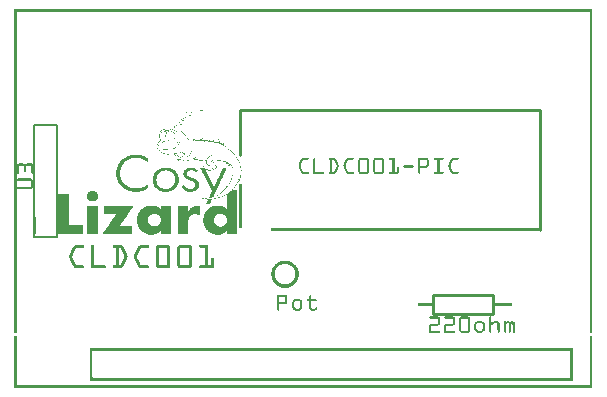
<source format=gto>
G04 MADE WITH FRITZING*
G04 WWW.FRITZING.ORG*
G04 DOUBLE SIDED*
G04 HOLES PLATED*
G04 CONTOUR ON CENTER OF CONTOUR VECTOR*
%ASAXBY*%
%FSLAX23Y23*%
%MOIN*%
%OFA0B0*%
%SFA1.0B1.0*%
%ADD10C,0.010000*%
%ADD11C,0.008000*%
%ADD12R,0.001000X0.001000*%
%LNSILK1*%
G90*
G70*
G54D10*
X1752Y528D02*
X1752Y928D01*
D02*
X1752Y928D02*
X752Y928D01*
D02*
X752Y778D02*
X752Y928D01*
D02*
X1593Y245D02*
X1393Y245D01*
D02*
X1393Y245D02*
X1393Y311D01*
D02*
X1393Y311D02*
X1593Y311D01*
D02*
X1593Y311D02*
X1593Y245D01*
G54D11*
D02*
X63Y502D02*
X142Y502D01*
D02*
X142Y502D02*
X142Y876D01*
D02*
X142Y876D02*
X63Y876D01*
D02*
X63Y876D02*
X63Y502D01*
G36*
X619Y925D02*
X619Y924D01*
X624Y924D01*
X624Y924D01*
X626Y924D01*
X626Y923D01*
X630Y923D01*
X630Y923D01*
X632Y923D01*
X632Y922D01*
X634Y922D01*
X634Y923D01*
X632Y923D01*
X632Y924D01*
X631Y924D01*
X631Y924D01*
X627Y924D01*
X627Y925D01*
X619Y925D01*
G37*
D02*
G36*
X584Y921D02*
X584Y921D01*
X576Y921D01*
X576Y920D01*
X573Y920D01*
X573Y920D01*
X589Y920D01*
X589Y919D01*
X588Y919D01*
X588Y918D01*
X585Y918D01*
X585Y918D01*
X584Y918D01*
X584Y917D01*
X582Y917D01*
X582Y917D01*
X580Y917D01*
X580Y916D01*
X579Y916D01*
X579Y915D01*
X578Y915D01*
X578Y915D01*
X577Y915D01*
X577Y914D01*
X577Y914D01*
X577Y911D01*
X577Y911D01*
X577Y911D01*
X578Y911D01*
X578Y910D01*
X579Y910D01*
X579Y909D01*
X579Y909D01*
X579Y909D01*
X582Y909D01*
X582Y908D01*
X582Y908D01*
X582Y908D01*
X588Y908D01*
X588Y907D01*
X596Y907D01*
X596Y908D01*
X589Y908D01*
X589Y909D01*
X583Y909D01*
X583Y909D01*
X583Y909D01*
X583Y910D01*
X580Y910D01*
X580Y911D01*
X580Y911D01*
X580Y911D01*
X579Y911D01*
X579Y912D01*
X578Y912D01*
X578Y914D01*
X579Y914D01*
X579Y915D01*
X580Y915D01*
X580Y915D01*
X582Y915D01*
X582Y916D01*
X584Y916D01*
X584Y917D01*
X585Y917D01*
X585Y917D01*
X586Y917D01*
X586Y918D01*
X589Y918D01*
X589Y918D01*
X591Y918D01*
X591Y919D01*
X592Y919D01*
X592Y920D01*
X593Y920D01*
X593Y921D01*
X590Y921D01*
X590Y921D01*
X584Y921D01*
G37*
D02*
G36*
X570Y920D02*
X570Y918D01*
X574Y918D01*
X574Y919D01*
X576Y919D01*
X576Y920D01*
X570Y920D01*
G37*
D02*
G36*
X559Y903D02*
X559Y902D01*
X567Y902D01*
X567Y900D01*
X565Y900D01*
X565Y900D01*
X564Y900D01*
X564Y899D01*
X562Y899D01*
X562Y899D01*
X561Y899D01*
X561Y898D01*
X559Y898D01*
X559Y897D01*
X559Y897D01*
X559Y897D01*
X558Y897D01*
X558Y896D01*
X557Y896D01*
X557Y896D01*
X556Y896D01*
X556Y893D01*
X558Y893D01*
X558Y893D01*
X558Y893D01*
X558Y892D01*
X559Y892D01*
X559Y891D01*
X561Y891D01*
X561Y891D01*
X562Y891D01*
X562Y890D01*
X565Y890D01*
X565Y890D01*
X573Y890D01*
X573Y890D01*
X572Y890D01*
X572Y891D01*
X567Y891D01*
X567Y891D01*
X564Y891D01*
X564Y892D01*
X561Y892D01*
X561Y893D01*
X561Y893D01*
X561Y893D01*
X559Y893D01*
X559Y894D01*
X559Y894D01*
X559Y894D01*
X558Y894D01*
X558Y895D01*
X558Y895D01*
X558Y896D01*
X559Y896D01*
X559Y896D01*
X560Y896D01*
X560Y897D01*
X561Y897D01*
X561Y897D01*
X562Y897D01*
X562Y898D01*
X564Y898D01*
X564Y899D01*
X565Y899D01*
X565Y899D01*
X567Y899D01*
X567Y900D01*
X568Y900D01*
X568Y900D01*
X570Y900D01*
X570Y901D01*
X571Y901D01*
X571Y903D01*
X559Y903D01*
G37*
D02*
G36*
X543Y888D02*
X543Y887D01*
X552Y887D01*
X552Y886D01*
X550Y886D01*
X550Y885D01*
X550Y885D01*
X550Y885D01*
X548Y885D01*
X548Y884D01*
X547Y884D01*
X547Y881D01*
X547Y881D01*
X547Y880D01*
X548Y880D01*
X548Y879D01*
X549Y879D01*
X549Y879D01*
X551Y879D01*
X551Y878D01*
X554Y878D01*
X554Y878D01*
X558Y878D01*
X558Y879D01*
X554Y879D01*
X554Y879D01*
X552Y879D01*
X552Y880D01*
X550Y880D01*
X550Y881D01*
X549Y881D01*
X549Y881D01*
X548Y881D01*
X548Y883D01*
X549Y883D01*
X549Y884D01*
X550Y884D01*
X550Y884D01*
X551Y884D01*
X551Y885D01*
X553Y885D01*
X553Y885D01*
X553Y885D01*
X553Y886D01*
X555Y886D01*
X555Y887D01*
X554Y887D01*
X554Y888D01*
X553Y888D01*
X553Y888D01*
X543Y888D01*
G37*
D02*
G36*
X544Y887D02*
X544Y887D01*
X547Y887D01*
X547Y887D01*
X544Y887D01*
G37*
D02*
G36*
X530Y877D02*
X530Y875D01*
X536Y875D01*
X536Y875D01*
X538Y875D01*
X538Y874D01*
X537Y874D01*
X537Y873D01*
X535Y873D01*
X535Y872D01*
X534Y872D01*
X534Y872D01*
X532Y872D01*
X532Y870D01*
X532Y870D01*
X532Y869D01*
X532Y869D01*
X532Y868D01*
X533Y868D01*
X533Y867D01*
X536Y867D01*
X536Y867D01*
X539Y867D01*
X539Y867D01*
X542Y867D01*
X542Y868D01*
X536Y868D01*
X536Y869D01*
X535Y869D01*
X535Y869D01*
X533Y869D01*
X533Y870D01*
X535Y870D01*
X535Y871D01*
X535Y871D01*
X535Y872D01*
X537Y872D01*
X537Y872D01*
X538Y872D01*
X538Y873D01*
X539Y873D01*
X539Y873D01*
X541Y873D01*
X541Y875D01*
X539Y875D01*
X539Y876D01*
X538Y876D01*
X538Y876D01*
X536Y876D01*
X536Y877D01*
X530Y877D01*
G37*
D02*
G36*
X535Y875D02*
X535Y875D01*
X535Y875D01*
X535Y875D01*
X535Y875D01*
G37*
D02*
G36*
X516Y856D02*
X516Y855D01*
X514Y855D01*
X514Y855D01*
X522Y855D01*
X522Y854D01*
X523Y854D01*
X523Y854D01*
X524Y854D01*
X524Y853D01*
X524Y853D01*
X524Y852D01*
X525Y852D01*
X525Y852D01*
X527Y852D01*
X527Y851D01*
X529Y851D01*
X529Y851D01*
X530Y851D01*
X530Y850D01*
X531Y850D01*
X531Y851D01*
X530Y851D01*
X530Y852D01*
X529Y852D01*
X529Y852D01*
X527Y852D01*
X527Y853D01*
X526Y853D01*
X526Y854D01*
X526Y854D01*
X526Y855D01*
X524Y855D01*
X524Y855D01*
X523Y855D01*
X523Y856D01*
X516Y856D01*
G37*
D02*
G36*
X512Y855D02*
X512Y854D01*
X511Y854D01*
X511Y854D01*
X509Y854D01*
X509Y852D01*
X511Y852D01*
X511Y853D01*
X512Y853D01*
X512Y854D01*
X514Y854D01*
X514Y854D01*
X515Y854D01*
X515Y855D01*
X512Y855D01*
G37*
D02*
G36*
X525Y852D02*
X525Y851D01*
X526Y851D01*
X526Y852D01*
X525Y852D01*
G37*
D02*
G36*
X529Y851D02*
X529Y850D01*
X529Y850D01*
X529Y851D01*
X529Y851D01*
G37*
D02*
G36*
X506Y850D02*
X506Y848D01*
X505Y848D01*
X505Y848D01*
X505Y848D01*
X505Y846D01*
X504Y846D01*
X504Y845D01*
X503Y845D01*
X503Y843D01*
X503Y843D01*
X503Y843D01*
X502Y843D01*
X502Y837D01*
X503Y837D01*
X503Y836D01*
X503Y836D01*
X503Y834D01*
X504Y834D01*
X504Y833D01*
X505Y833D01*
X505Y832D01*
X505Y832D01*
X505Y831D01*
X506Y831D01*
X506Y830D01*
X506Y830D01*
X506Y830D01*
X507Y830D01*
X507Y828D01*
X508Y828D01*
X508Y826D01*
X511Y826D01*
X511Y825D01*
X511Y825D01*
X511Y825D01*
X512Y825D01*
X512Y824D01*
X513Y824D01*
X513Y824D01*
X518Y824D01*
X518Y824D01*
X515Y824D01*
X515Y825D01*
X514Y825D01*
X514Y825D01*
X513Y825D01*
X513Y826D01*
X511Y826D01*
X511Y827D01*
X511Y827D01*
X511Y827D01*
X509Y827D01*
X509Y828D01*
X509Y828D01*
X509Y829D01*
X508Y829D01*
X508Y830D01*
X508Y830D01*
X508Y830D01*
X507Y830D01*
X507Y831D01*
X506Y831D01*
X506Y832D01*
X506Y832D01*
X506Y833D01*
X505Y833D01*
X505Y834D01*
X505Y834D01*
X505Y836D01*
X504Y836D01*
X504Y837D01*
X503Y837D01*
X503Y843D01*
X504Y843D01*
X504Y843D01*
X505Y843D01*
X505Y845D01*
X505Y845D01*
X505Y846D01*
X506Y846D01*
X506Y848D01*
X506Y848D01*
X506Y848D01*
X507Y848D01*
X507Y850D01*
X506Y850D01*
G37*
D02*
G36*
X530Y830D02*
X530Y828D01*
X529Y828D01*
X529Y827D01*
X527Y827D01*
X527Y827D01*
X529Y827D01*
X529Y826D01*
X530Y826D01*
X530Y825D01*
X531Y825D01*
X531Y825D01*
X537Y825D01*
X537Y825D01*
X535Y825D01*
X535Y826D01*
X532Y826D01*
X532Y827D01*
X531Y827D01*
X531Y827D01*
X530Y827D01*
X530Y828D01*
X531Y828D01*
X531Y830D01*
X530Y830D01*
G37*
D02*
G36*
X527Y827D02*
X527Y826D01*
X526Y826D01*
X526Y825D01*
X525Y825D01*
X525Y825D01*
X524Y825D01*
X524Y824D01*
X523Y824D01*
X523Y824D01*
X526Y824D01*
X526Y823D01*
X526Y823D01*
X526Y822D01*
X528Y822D01*
X528Y822D01*
X530Y822D01*
X530Y823D01*
X527Y823D01*
X527Y824D01*
X526Y824D01*
X526Y825D01*
X527Y825D01*
X527Y826D01*
X529Y826D01*
X529Y827D01*
X527Y827D01*
G37*
D02*
G36*
X515Y824D02*
X515Y823D01*
X524Y823D01*
X524Y824D01*
X515Y824D01*
G37*
D02*
G36*
X515Y824D02*
X515Y823D01*
X524Y823D01*
X524Y824D01*
X515Y824D01*
G37*
D02*
G36*
X518Y823D02*
X518Y822D01*
X519Y822D01*
X519Y822D01*
X520Y822D01*
X520Y821D01*
X520Y821D01*
X520Y821D01*
X521Y821D01*
X521Y820D01*
X523Y820D01*
X523Y819D01*
X523Y819D01*
X523Y819D01*
X524Y819D01*
X524Y819D01*
X524Y819D01*
X524Y820D01*
X523Y820D01*
X523Y821D01*
X523Y821D01*
X523Y821D01*
X521Y821D01*
X521Y822D01*
X521Y822D01*
X521Y823D01*
X518Y823D01*
G37*
D02*
G36*
X531Y850D02*
X531Y849D01*
X532Y849D01*
X532Y848D01*
X533Y848D01*
X533Y847D01*
X533Y847D01*
X533Y845D01*
X534Y845D01*
X534Y843D01*
X535Y843D01*
X535Y837D01*
X534Y837D01*
X534Y836D01*
X533Y836D01*
X533Y833D01*
X533Y833D01*
X533Y833D01*
X532Y833D01*
X532Y831D01*
X532Y831D01*
X532Y831D01*
X531Y831D01*
X531Y830D01*
X532Y830D01*
X532Y831D01*
X533Y831D01*
X533Y831D01*
X533Y831D01*
X533Y833D01*
X534Y833D01*
X534Y834D01*
X535Y834D01*
X535Y836D01*
X535Y836D01*
X535Y838D01*
X536Y838D01*
X536Y843D01*
X535Y843D01*
X535Y845D01*
X535Y845D01*
X535Y847D01*
X534Y847D01*
X534Y848D01*
X533Y848D01*
X533Y849D01*
X533Y849D01*
X533Y849D01*
X532Y849D01*
X532Y850D01*
X531Y850D01*
G37*
D02*
G36*
X677Y831D02*
X677Y831D01*
X676Y831D01*
X676Y829D01*
X678Y829D01*
X678Y828D01*
X679Y828D01*
X679Y827D01*
X679Y827D01*
X679Y827D01*
X680Y827D01*
X680Y826D01*
X682Y826D01*
X682Y828D01*
X681Y828D01*
X681Y829D01*
X681Y829D01*
X681Y830D01*
X680Y830D01*
X680Y830D01*
X679Y830D01*
X679Y831D01*
X679Y831D01*
X679Y831D01*
X677Y831D01*
G37*
D02*
G36*
X646Y830D02*
X646Y830D01*
X647Y830D01*
X647Y830D01*
X646Y830D01*
G37*
D02*
G36*
X668Y827D02*
X668Y827D01*
X667Y827D01*
X667Y826D01*
X669Y826D01*
X669Y827D01*
X668Y827D01*
G37*
D02*
G36*
X506Y826D02*
X506Y825D01*
X505Y825D01*
X505Y825D01*
X504Y825D01*
X504Y824D01*
X503Y824D01*
X503Y824D01*
X501Y824D01*
X501Y822D01*
X503Y822D01*
X503Y823D01*
X505Y823D01*
X505Y824D01*
X506Y824D01*
X506Y824D01*
X506Y824D01*
X506Y825D01*
X508Y825D01*
X508Y825D01*
X508Y825D01*
X508Y826D01*
X506Y826D01*
G37*
D02*
G36*
X490Y825D02*
X490Y824D01*
X492Y824D01*
X492Y823D01*
X493Y823D01*
X493Y822D01*
X496Y822D01*
X496Y823D01*
X494Y823D01*
X494Y824D01*
X493Y824D01*
X493Y824D01*
X491Y824D01*
X491Y825D01*
X490Y825D01*
G37*
D02*
G36*
X490Y824D02*
X490Y823D01*
X489Y823D01*
X489Y822D01*
X488Y822D01*
X488Y822D01*
X488Y822D01*
X488Y821D01*
X487Y821D01*
X487Y820D01*
X488Y820D01*
X488Y821D01*
X488Y821D01*
X488Y821D01*
X489Y821D01*
X489Y822D01*
X490Y822D01*
X490Y822D01*
X490Y822D01*
X490Y823D01*
X491Y823D01*
X491Y824D01*
X490Y824D01*
G37*
D02*
G36*
X495Y822D02*
X495Y822D01*
X502Y822D01*
X502Y822D01*
X495Y822D01*
G37*
D02*
G36*
X495Y822D02*
X495Y822D01*
X502Y822D01*
X502Y822D01*
X495Y822D01*
G37*
D02*
G36*
X495Y822D02*
X495Y821D01*
X494Y821D01*
X494Y820D01*
X493Y820D01*
X493Y819D01*
X493Y819D01*
X493Y819D01*
X492Y819D01*
X492Y818D01*
X493Y818D01*
X493Y819D01*
X494Y819D01*
X494Y819D01*
X495Y819D01*
X495Y820D01*
X496Y820D01*
X496Y821D01*
X500Y821D01*
X500Y822D01*
X495Y822D01*
G37*
D02*
G36*
X594Y825D02*
X594Y824D01*
X597Y824D01*
X597Y825D01*
X594Y825D01*
G37*
D02*
G36*
X618Y823D02*
X618Y822D01*
X619Y822D01*
X619Y823D01*
X618Y823D01*
G37*
D02*
G36*
X543Y820D02*
X543Y819D01*
X542Y819D01*
X542Y819D01*
X549Y819D01*
X549Y818D01*
X550Y818D01*
X550Y818D01*
X550Y818D01*
X550Y817D01*
X551Y817D01*
X551Y816D01*
X552Y816D01*
X552Y816D01*
X553Y816D01*
X553Y815D01*
X553Y815D01*
X553Y815D01*
X554Y815D01*
X554Y814D01*
X555Y814D01*
X555Y815D01*
X554Y815D01*
X554Y816D01*
X553Y816D01*
X553Y818D01*
X552Y818D01*
X552Y819D01*
X550Y819D01*
X550Y819D01*
X550Y819D01*
X550Y820D01*
X543Y820D01*
G37*
D02*
G36*
X541Y819D02*
X541Y818D01*
X540Y818D01*
X540Y816D01*
X541Y816D01*
X541Y816D01*
X542Y816D01*
X542Y816D01*
X542Y816D01*
X542Y817D01*
X542Y817D01*
X542Y818D01*
X542Y818D01*
X542Y818D01*
X543Y818D01*
X543Y819D01*
X541Y819D01*
G37*
D02*
G36*
X639Y820D02*
X639Y819D01*
X640Y819D01*
X640Y819D01*
X643Y819D01*
X643Y819D01*
X642Y819D01*
X642Y820D01*
X639Y820D01*
G37*
D02*
G36*
X644Y819D02*
X644Y818D01*
X645Y818D01*
X645Y819D01*
X644Y819D01*
G37*
D02*
G36*
X487Y812D02*
X487Y811D01*
X485Y811D01*
X485Y809D01*
X489Y809D01*
X489Y809D01*
X490Y809D01*
X490Y811D01*
X489Y811D01*
X489Y812D01*
X487Y812D01*
G37*
D02*
G36*
X480Y810D02*
X480Y809D01*
X479Y809D01*
X479Y807D01*
X480Y807D01*
X480Y808D01*
X481Y808D01*
X481Y810D01*
X480Y810D01*
G37*
D02*
G36*
X479Y807D02*
X479Y804D01*
X479Y804D01*
X479Y807D01*
X479Y807D01*
G37*
D02*
G36*
X478Y804D02*
X478Y803D01*
X479Y803D01*
X479Y804D01*
X478Y804D01*
G37*
D02*
G36*
X568Y780D02*
X568Y780D01*
X570Y780D01*
X570Y779D01*
X572Y779D01*
X572Y780D01*
X571Y780D01*
X571Y780D01*
X568Y780D01*
G37*
D02*
G36*
X532Y779D02*
X532Y778D01*
X533Y778D01*
X533Y777D01*
X533Y777D01*
X533Y776D01*
X534Y776D01*
X534Y776D01*
X535Y776D01*
X535Y775D01*
X536Y775D01*
X536Y774D01*
X537Y774D01*
X537Y776D01*
X536Y776D01*
X536Y776D01*
X535Y776D01*
X535Y777D01*
X535Y777D01*
X535Y777D01*
X534Y777D01*
X534Y778D01*
X535Y778D01*
X535Y779D01*
X534Y779D01*
X534Y779D01*
X532Y779D01*
G37*
D02*
G36*
X572Y779D02*
X572Y779D01*
X573Y779D01*
X573Y778D01*
X574Y778D01*
X574Y779D01*
X574Y779D01*
X574Y779D01*
X572Y779D01*
G37*
D02*
G36*
X399Y778D02*
X399Y777D01*
X395Y777D01*
X395Y777D01*
X390Y777D01*
X390Y776D01*
X388Y776D01*
X388Y776D01*
X385Y776D01*
X385Y775D01*
X383Y775D01*
X383Y774D01*
X381Y774D01*
X381Y774D01*
X380Y774D01*
X380Y773D01*
X378Y773D01*
X378Y773D01*
X377Y773D01*
X377Y772D01*
X375Y772D01*
X375Y771D01*
X374Y771D01*
X374Y771D01*
X373Y771D01*
X373Y770D01*
X371Y770D01*
X371Y770D01*
X370Y770D01*
X370Y769D01*
X370Y769D01*
X370Y768D01*
X368Y768D01*
X368Y767D01*
X366Y767D01*
X366Y767D01*
X409Y767D01*
X409Y766D01*
X415Y766D01*
X415Y765D01*
X417Y765D01*
X417Y765D01*
X420Y765D01*
X420Y764D01*
X421Y764D01*
X421Y764D01*
X424Y764D01*
X424Y763D01*
X425Y763D01*
X425Y762D01*
X427Y762D01*
X427Y762D01*
X428Y762D01*
X428Y761D01*
X430Y761D01*
X430Y761D01*
X430Y761D01*
X430Y760D01*
X431Y760D01*
X431Y759D01*
X433Y759D01*
X433Y759D01*
X434Y759D01*
X434Y758D01*
X434Y758D01*
X434Y758D01*
X436Y758D01*
X436Y756D01*
X437Y756D01*
X437Y756D01*
X438Y756D01*
X438Y755D01*
X439Y755D01*
X439Y755D01*
X440Y755D01*
X440Y754D01*
X441Y754D01*
X441Y753D01*
X442Y753D01*
X442Y752D01*
X443Y752D01*
X443Y751D01*
X444Y751D01*
X444Y750D01*
X445Y750D01*
X445Y749D01*
X446Y749D01*
X446Y765D01*
X445Y765D01*
X445Y765D01*
X444Y765D01*
X444Y766D01*
X443Y766D01*
X443Y767D01*
X442Y767D01*
X442Y767D01*
X441Y767D01*
X441Y768D01*
X440Y768D01*
X440Y768D01*
X439Y768D01*
X439Y769D01*
X439Y769D01*
X439Y770D01*
X437Y770D01*
X437Y770D01*
X436Y770D01*
X436Y771D01*
X435Y771D01*
X435Y771D01*
X434Y771D01*
X434Y772D01*
X432Y772D01*
X432Y773D01*
X431Y773D01*
X431Y773D01*
X429Y773D01*
X429Y774D01*
X428Y774D01*
X428Y774D01*
X425Y774D01*
X425Y775D01*
X424Y775D01*
X424Y776D01*
X421Y776D01*
X421Y776D01*
X419Y776D01*
X419Y777D01*
X415Y777D01*
X415Y777D01*
X411Y777D01*
X411Y778D01*
X399Y778D01*
G37*
D02*
G36*
X365Y767D02*
X365Y766D01*
X364Y766D01*
X364Y765D01*
X364Y765D01*
X364Y765D01*
X363Y765D01*
X363Y764D01*
X362Y764D01*
X362Y764D01*
X361Y764D01*
X361Y763D01*
X361Y763D01*
X361Y762D01*
X359Y762D01*
X359Y761D01*
X358Y761D01*
X358Y761D01*
X358Y761D01*
X358Y760D01*
X357Y760D01*
X357Y759D01*
X356Y759D01*
X356Y759D01*
X356Y759D01*
X356Y758D01*
X355Y758D01*
X355Y758D01*
X355Y758D01*
X355Y757D01*
X354Y757D01*
X354Y756D01*
X353Y756D01*
X353Y756D01*
X353Y756D01*
X353Y755D01*
X352Y755D01*
X352Y754D01*
X351Y754D01*
X351Y753D01*
X350Y753D01*
X350Y752D01*
X350Y752D01*
X350Y751D01*
X349Y751D01*
X349Y750D01*
X349Y750D01*
X349Y749D01*
X347Y749D01*
X347Y748D01*
X347Y748D01*
X347Y747D01*
X346Y747D01*
X346Y746D01*
X346Y746D01*
X346Y744D01*
X345Y744D01*
X345Y743D01*
X344Y743D01*
X344Y742D01*
X344Y742D01*
X344Y741D01*
X343Y741D01*
X343Y740D01*
X343Y740D01*
X343Y738D01*
X342Y738D01*
X342Y736D01*
X341Y736D01*
X341Y735D01*
X341Y735D01*
X341Y732D01*
X340Y732D01*
X340Y731D01*
X340Y731D01*
X340Y728D01*
X339Y728D01*
X339Y725D01*
X338Y725D01*
X338Y706D01*
X339Y706D01*
X339Y704D01*
X340Y704D01*
X340Y700D01*
X340Y700D01*
X340Y699D01*
X341Y699D01*
X341Y696D01*
X341Y696D01*
X341Y695D01*
X342Y695D01*
X342Y693D01*
X343Y693D01*
X343Y692D01*
X343Y692D01*
X343Y690D01*
X344Y690D01*
X344Y689D01*
X344Y689D01*
X344Y687D01*
X345Y687D01*
X345Y687D01*
X346Y687D01*
X346Y686D01*
X346Y686D01*
X346Y684D01*
X347Y684D01*
X347Y683D01*
X347Y683D01*
X347Y682D01*
X348Y682D01*
X348Y681D01*
X349Y681D01*
X349Y680D01*
X349Y680D01*
X349Y680D01*
X350Y680D01*
X350Y678D01*
X351Y678D01*
X351Y677D01*
X352Y677D01*
X352Y677D01*
X352Y677D01*
X352Y676D01*
X353Y676D01*
X353Y675D01*
X353Y675D01*
X353Y675D01*
X354Y675D01*
X354Y674D01*
X355Y674D01*
X355Y673D01*
X356Y673D01*
X356Y672D01*
X356Y672D01*
X356Y672D01*
X357Y672D01*
X357Y671D01*
X358Y671D01*
X358Y671D01*
X358Y671D01*
X358Y670D01*
X359Y670D01*
X359Y669D01*
X359Y669D01*
X359Y669D01*
X361Y669D01*
X361Y668D01*
X362Y668D01*
X362Y667D01*
X362Y667D01*
X362Y666D01*
X364Y666D01*
X364Y666D01*
X364Y666D01*
X364Y665D01*
X365Y665D01*
X365Y665D01*
X401Y665D01*
X401Y665D01*
X395Y665D01*
X395Y666D01*
X393Y666D01*
X393Y666D01*
X390Y666D01*
X390Y667D01*
X388Y667D01*
X388Y668D01*
X386Y668D01*
X386Y668D01*
X385Y668D01*
X385Y669D01*
X383Y669D01*
X383Y669D01*
X382Y669D01*
X382Y670D01*
X380Y670D01*
X380Y671D01*
X380Y671D01*
X380Y671D01*
X378Y671D01*
X378Y672D01*
X377Y672D01*
X377Y672D01*
X376Y672D01*
X376Y673D01*
X375Y673D01*
X375Y674D01*
X374Y674D01*
X374Y675D01*
X373Y675D01*
X373Y675D01*
X372Y675D01*
X372Y676D01*
X371Y676D01*
X371Y677D01*
X370Y677D01*
X370Y677D01*
X369Y677D01*
X369Y678D01*
X368Y678D01*
X368Y680D01*
X367Y680D01*
X367Y680D01*
X366Y680D01*
X366Y681D01*
X365Y681D01*
X365Y681D01*
X365Y681D01*
X365Y682D01*
X364Y682D01*
X364Y683D01*
X363Y683D01*
X363Y684D01*
X362Y684D01*
X362Y686D01*
X361Y686D01*
X361Y686D01*
X361Y686D01*
X361Y687D01*
X360Y687D01*
X360Y688D01*
X359Y688D01*
X359Y689D01*
X359Y689D01*
X359Y690D01*
X358Y690D01*
X358Y691D01*
X358Y691D01*
X358Y692D01*
X357Y692D01*
X357Y693D01*
X356Y693D01*
X356Y694D01*
X356Y694D01*
X356Y696D01*
X355Y696D01*
X355Y697D01*
X355Y697D01*
X355Y699D01*
X354Y699D01*
X354Y700D01*
X353Y700D01*
X353Y702D01*
X353Y702D01*
X353Y704D01*
X352Y704D01*
X352Y708D01*
X352Y708D01*
X352Y711D01*
X351Y711D01*
X351Y720D01*
X352Y720D01*
X352Y724D01*
X352Y724D01*
X352Y728D01*
X353Y728D01*
X353Y729D01*
X353Y729D01*
X353Y732D01*
X354Y732D01*
X354Y734D01*
X355Y734D01*
X355Y735D01*
X355Y735D01*
X355Y736D01*
X356Y736D01*
X356Y738D01*
X356Y738D01*
X356Y738D01*
X357Y738D01*
X357Y740D01*
X358Y740D01*
X358Y741D01*
X358Y741D01*
X358Y742D01*
X359Y742D01*
X359Y743D01*
X359Y743D01*
X359Y744D01*
X361Y744D01*
X361Y746D01*
X361Y746D01*
X361Y746D01*
X362Y746D01*
X362Y747D01*
X362Y747D01*
X362Y748D01*
X363Y748D01*
X363Y749D01*
X364Y749D01*
X364Y749D01*
X364Y749D01*
X364Y750D01*
X365Y750D01*
X365Y750D01*
X365Y750D01*
X365Y752D01*
X367Y752D01*
X367Y752D01*
X367Y752D01*
X367Y753D01*
X368Y753D01*
X368Y753D01*
X368Y753D01*
X368Y754D01*
X369Y754D01*
X369Y755D01*
X370Y755D01*
X370Y755D01*
X371Y755D01*
X371Y756D01*
X371Y756D01*
X371Y756D01*
X373Y756D01*
X373Y757D01*
X373Y757D01*
X373Y758D01*
X374Y758D01*
X374Y758D01*
X375Y758D01*
X375Y759D01*
X376Y759D01*
X376Y759D01*
X377Y759D01*
X377Y760D01*
X379Y760D01*
X379Y761D01*
X380Y761D01*
X380Y761D01*
X381Y761D01*
X381Y762D01*
X382Y762D01*
X382Y762D01*
X384Y762D01*
X384Y763D01*
X385Y763D01*
X385Y764D01*
X388Y764D01*
X388Y764D01*
X389Y764D01*
X389Y765D01*
X392Y765D01*
X392Y765D01*
X394Y765D01*
X394Y766D01*
X401Y766D01*
X401Y767D01*
X365Y767D01*
G37*
D02*
G36*
X445Y681D02*
X445Y681D01*
X445Y681D01*
X445Y680D01*
X444Y680D01*
X444Y680D01*
X443Y680D01*
X443Y679D01*
X443Y679D01*
X443Y678D01*
X442Y678D01*
X442Y678D01*
X442Y678D01*
X442Y677D01*
X440Y677D01*
X440Y677D01*
X440Y677D01*
X440Y676D01*
X439Y676D01*
X439Y675D01*
X437Y675D01*
X437Y674D01*
X436Y674D01*
X436Y674D01*
X435Y674D01*
X435Y673D01*
X434Y673D01*
X434Y672D01*
X433Y672D01*
X433Y672D01*
X433Y672D01*
X433Y671D01*
X431Y671D01*
X431Y671D01*
X430Y671D01*
X430Y670D01*
X428Y670D01*
X428Y669D01*
X427Y669D01*
X427Y669D01*
X425Y669D01*
X425Y668D01*
X424Y668D01*
X424Y668D01*
X422Y668D01*
X422Y667D01*
X420Y667D01*
X420Y666D01*
X417Y666D01*
X417Y666D01*
X415Y666D01*
X415Y665D01*
X409Y665D01*
X409Y665D01*
X443Y665D01*
X443Y665D01*
X445Y665D01*
X445Y666D01*
X446Y666D01*
X446Y681D01*
X445Y681D01*
G37*
D02*
G36*
X366Y665D02*
X366Y664D01*
X442Y664D01*
X442Y665D01*
X366Y665D01*
G37*
D02*
G36*
X366Y665D02*
X366Y664D01*
X442Y664D01*
X442Y665D01*
X366Y665D01*
G37*
D02*
G36*
X367Y664D02*
X367Y663D01*
X368Y663D01*
X368Y663D01*
X369Y663D01*
X369Y662D01*
X370Y662D01*
X370Y662D01*
X371Y662D01*
X371Y661D01*
X373Y661D01*
X373Y660D01*
X374Y660D01*
X374Y660D01*
X375Y660D01*
X375Y659D01*
X377Y659D01*
X377Y659D01*
X377Y659D01*
X377Y658D01*
X380Y658D01*
X380Y657D01*
X381Y657D01*
X381Y657D01*
X383Y657D01*
X383Y656D01*
X385Y656D01*
X385Y656D01*
X388Y656D01*
X388Y655D01*
X390Y655D01*
X390Y654D01*
X395Y654D01*
X395Y654D01*
X399Y654D01*
X399Y653D01*
X411Y653D01*
X411Y654D01*
X415Y654D01*
X415Y654D01*
X419Y654D01*
X419Y655D01*
X421Y655D01*
X421Y656D01*
X424Y656D01*
X424Y656D01*
X425Y656D01*
X425Y657D01*
X428Y657D01*
X428Y657D01*
X429Y657D01*
X429Y658D01*
X431Y658D01*
X431Y659D01*
X431Y659D01*
X431Y659D01*
X434Y659D01*
X434Y660D01*
X434Y660D01*
X434Y660D01*
X436Y660D01*
X436Y661D01*
X437Y661D01*
X437Y662D01*
X439Y662D01*
X439Y663D01*
X440Y663D01*
X440Y663D01*
X441Y663D01*
X441Y664D01*
X367Y664D01*
G37*
D02*
G36*
X521Y863D02*
X521Y863D01*
X520Y863D01*
X520Y862D01*
X524Y862D01*
X524Y861D01*
X526Y861D01*
X526Y861D01*
X528Y861D01*
X528Y860D01*
X529Y860D01*
X529Y860D01*
X530Y860D01*
X530Y859D01*
X531Y859D01*
X531Y858D01*
X532Y858D01*
X532Y858D01*
X533Y858D01*
X533Y857D01*
X534Y857D01*
X534Y857D01*
X535Y857D01*
X535Y856D01*
X536Y856D01*
X536Y855D01*
X539Y855D01*
X539Y856D01*
X538Y856D01*
X538Y857D01*
X537Y857D01*
X537Y857D01*
X535Y857D01*
X535Y858D01*
X535Y858D01*
X535Y858D01*
X533Y858D01*
X533Y860D01*
X532Y860D01*
X532Y860D01*
X531Y860D01*
X531Y861D01*
X530Y861D01*
X530Y861D01*
X529Y861D01*
X529Y862D01*
X527Y862D01*
X527Y863D01*
X525Y863D01*
X525Y863D01*
X521Y863D01*
G37*
D02*
G36*
X496Y863D02*
X496Y862D01*
X493Y862D01*
X493Y861D01*
X491Y861D01*
X491Y861D01*
X499Y861D01*
X499Y860D01*
X500Y860D01*
X500Y860D01*
X501Y860D01*
X501Y859D01*
X505Y859D01*
X505Y860D01*
X502Y860D01*
X502Y861D01*
X501Y861D01*
X501Y861D01*
X500Y861D01*
X500Y862D01*
X497Y862D01*
X497Y863D01*
X496Y863D01*
G37*
D02*
G36*
X519Y862D02*
X519Y861D01*
X518Y861D01*
X518Y861D01*
X515Y861D01*
X515Y860D01*
X514Y860D01*
X514Y860D01*
X508Y860D01*
X508Y859D01*
X515Y859D01*
X515Y860D01*
X520Y860D01*
X520Y861D01*
X520Y861D01*
X520Y861D01*
X521Y861D01*
X521Y862D01*
X519Y862D01*
G37*
D02*
G36*
X490Y861D02*
X490Y860D01*
X493Y860D01*
X493Y860D01*
X493Y860D01*
X493Y860D01*
X494Y860D01*
X494Y861D01*
X490Y861D01*
G37*
D02*
G36*
X490Y860D02*
X490Y860D01*
X489Y860D01*
X489Y859D01*
X488Y859D01*
X488Y858D01*
X488Y858D01*
X488Y858D01*
X487Y858D01*
X487Y857D01*
X487Y857D01*
X487Y856D01*
X486Y856D01*
X486Y855D01*
X485Y855D01*
X485Y854D01*
X485Y854D01*
X485Y853D01*
X484Y853D01*
X484Y850D01*
X485Y850D01*
X485Y853D01*
X486Y853D01*
X486Y854D01*
X487Y854D01*
X487Y855D01*
X487Y855D01*
X487Y856D01*
X488Y856D01*
X488Y857D01*
X489Y857D01*
X489Y858D01*
X490Y858D01*
X490Y859D01*
X491Y859D01*
X491Y860D01*
X492Y860D01*
X492Y860D01*
X490Y860D01*
G37*
D02*
G36*
X502Y859D02*
X502Y858D01*
X514Y858D01*
X514Y859D01*
X502Y859D01*
G37*
D02*
G36*
X502Y859D02*
X502Y858D01*
X514Y858D01*
X514Y859D01*
X502Y859D01*
G37*
D02*
G36*
X504Y858D02*
X504Y858D01*
X505Y858D01*
X505Y857D01*
X508Y857D01*
X508Y858D01*
X508Y858D01*
X508Y858D01*
X504Y858D01*
G37*
D02*
G36*
X546Y857D02*
X546Y856D01*
X542Y856D01*
X542Y855D01*
X552Y855D01*
X552Y855D01*
X555Y855D01*
X555Y854D01*
X555Y854D01*
X555Y854D01*
X554Y854D01*
X554Y853D01*
X556Y853D01*
X556Y852D01*
X558Y852D01*
X558Y851D01*
X559Y851D01*
X559Y850D01*
X560Y850D01*
X560Y849D01*
X561Y849D01*
X561Y848D01*
X562Y848D01*
X562Y846D01*
X564Y846D01*
X564Y846D01*
X564Y846D01*
X564Y845D01*
X565Y845D01*
X565Y845D01*
X566Y845D01*
X566Y844D01*
X567Y844D01*
X567Y843D01*
X567Y843D01*
X567Y842D01*
X568Y842D01*
X568Y841D01*
X568Y841D01*
X568Y840D01*
X569Y840D01*
X569Y840D01*
X570Y840D01*
X570Y839D01*
X570Y839D01*
X570Y838D01*
X571Y838D01*
X571Y837D01*
X571Y837D01*
X571Y837D01*
X572Y837D01*
X572Y836D01*
X573Y836D01*
X573Y834D01*
X574Y834D01*
X574Y834D01*
X574Y834D01*
X574Y832D01*
X575Y832D01*
X575Y831D01*
X576Y831D01*
X576Y830D01*
X576Y830D01*
X576Y829D01*
X577Y829D01*
X577Y827D01*
X581Y827D01*
X581Y828D01*
X580Y828D01*
X580Y828D01*
X580Y828D01*
X580Y829D01*
X579Y829D01*
X579Y830D01*
X577Y830D01*
X577Y830D01*
X577Y830D01*
X577Y832D01*
X576Y832D01*
X576Y833D01*
X576Y833D01*
X576Y834D01*
X575Y834D01*
X575Y834D01*
X574Y834D01*
X574Y836D01*
X574Y836D01*
X574Y837D01*
X573Y837D01*
X573Y837D01*
X573Y837D01*
X573Y838D01*
X572Y838D01*
X572Y839D01*
X571Y839D01*
X571Y840D01*
X570Y840D01*
X570Y841D01*
X570Y841D01*
X570Y842D01*
X569Y842D01*
X569Y843D01*
X568Y843D01*
X568Y844D01*
X568Y844D01*
X568Y845D01*
X567Y845D01*
X567Y846D01*
X567Y846D01*
X567Y846D01*
X566Y846D01*
X566Y848D01*
X565Y848D01*
X565Y849D01*
X564Y849D01*
X564Y849D01*
X563Y849D01*
X563Y850D01*
X562Y850D01*
X562Y851D01*
X561Y851D01*
X561Y851D01*
X561Y851D01*
X561Y852D01*
X560Y852D01*
X560Y852D01*
X559Y852D01*
X559Y854D01*
X558Y854D01*
X558Y854D01*
X557Y854D01*
X557Y855D01*
X556Y855D01*
X556Y855D01*
X555Y855D01*
X555Y856D01*
X553Y856D01*
X553Y857D01*
X546Y857D01*
G37*
D02*
G36*
X497Y856D02*
X497Y855D01*
X494Y855D01*
X494Y855D01*
X497Y855D01*
X497Y854D01*
X502Y854D01*
X502Y854D01*
X503Y854D01*
X503Y853D01*
X504Y853D01*
X504Y852D01*
X505Y852D01*
X505Y852D01*
X506Y852D01*
X506Y851D01*
X507Y851D01*
X507Y850D01*
X508Y850D01*
X508Y851D01*
X509Y851D01*
X509Y852D01*
X506Y852D01*
X506Y853D01*
X505Y853D01*
X505Y854D01*
X505Y854D01*
X505Y854D01*
X504Y854D01*
X504Y855D01*
X502Y855D01*
X502Y855D01*
X498Y855D01*
X498Y856D01*
X497Y856D01*
G37*
D02*
G36*
X540Y855D02*
X540Y855D01*
X546Y855D01*
X546Y855D01*
X540Y855D01*
G37*
D02*
G36*
X493Y855D02*
X493Y854D01*
X492Y854D01*
X492Y854D01*
X490Y854D01*
X490Y853D01*
X490Y853D01*
X490Y852D01*
X489Y852D01*
X489Y852D01*
X488Y852D01*
X488Y851D01*
X487Y851D01*
X487Y851D01*
X487Y851D01*
X487Y850D01*
X488Y850D01*
X488Y851D01*
X489Y851D01*
X489Y851D01*
X490Y851D01*
X490Y852D01*
X492Y852D01*
X492Y853D01*
X493Y853D01*
X493Y854D01*
X494Y854D01*
X494Y854D01*
X496Y854D01*
X496Y855D01*
X493Y855D01*
G37*
D02*
G36*
X537Y855D02*
X537Y854D01*
X542Y854D01*
X542Y855D01*
X537Y855D01*
G37*
D02*
G36*
X537Y855D02*
X537Y854D01*
X542Y854D01*
X542Y855D01*
X537Y855D01*
G37*
D02*
G36*
X497Y854D02*
X497Y854D01*
X501Y854D01*
X501Y854D01*
X497Y854D01*
G37*
D02*
G36*
X538Y854D02*
X538Y854D01*
X540Y854D01*
X540Y854D01*
X538Y854D01*
G37*
D02*
G36*
X554Y853D02*
X554Y852D01*
X555Y852D01*
X555Y853D01*
X554Y853D01*
G37*
D02*
G36*
X484Y850D02*
X484Y849D01*
X488Y849D01*
X488Y850D01*
X484Y850D01*
G37*
D02*
G36*
X484Y850D02*
X484Y849D01*
X488Y849D01*
X488Y850D01*
X484Y850D01*
G37*
D02*
G36*
X484Y849D02*
X484Y848D01*
X484Y848D01*
X484Y846D01*
X483Y846D01*
X483Y845D01*
X482Y845D01*
X482Y843D01*
X482Y843D01*
X482Y834D01*
X482Y834D01*
X482Y833D01*
X483Y833D01*
X483Y831D01*
X484Y831D01*
X484Y831D01*
X484Y831D01*
X484Y830D01*
X485Y830D01*
X485Y829D01*
X485Y829D01*
X485Y828D01*
X486Y828D01*
X486Y827D01*
X487Y827D01*
X487Y827D01*
X487Y827D01*
X487Y826D01*
X489Y826D01*
X489Y827D01*
X488Y827D01*
X488Y828D01*
X487Y828D01*
X487Y828D01*
X487Y828D01*
X487Y830D01*
X485Y830D01*
X485Y831D01*
X485Y831D01*
X485Y832D01*
X484Y832D01*
X484Y834D01*
X484Y834D01*
X484Y835D01*
X483Y835D01*
X483Y842D01*
X484Y842D01*
X484Y844D01*
X484Y844D01*
X484Y846D01*
X485Y846D01*
X485Y848D01*
X485Y848D01*
X485Y848D01*
X486Y848D01*
X486Y849D01*
X487Y849D01*
X487Y849D01*
X484Y849D01*
G37*
D02*
G36*
X604Y834D02*
X604Y834D01*
X603Y834D01*
X603Y833D01*
X602Y833D01*
X602Y833D01*
X601Y833D01*
X601Y832D01*
X600Y832D01*
X600Y831D01*
X598Y831D01*
X598Y831D01*
X597Y831D01*
X597Y830D01*
X597Y830D01*
X597Y830D01*
X595Y830D01*
X595Y829D01*
X594Y829D01*
X594Y828D01*
X592Y828D01*
X592Y828D01*
X592Y828D01*
X592Y827D01*
X602Y827D01*
X602Y828D01*
X601Y828D01*
X601Y829D01*
X601Y829D01*
X601Y831D01*
X601Y831D01*
X601Y831D01*
X602Y831D01*
X602Y832D01*
X603Y832D01*
X603Y833D01*
X604Y833D01*
X604Y833D01*
X605Y833D01*
X605Y834D01*
X606Y834D01*
X606Y834D01*
X604Y834D01*
G37*
D02*
G36*
X625Y832D02*
X625Y831D01*
X624Y831D01*
X624Y831D01*
X623Y831D01*
X623Y830D01*
X622Y830D01*
X622Y830D01*
X620Y830D01*
X620Y829D01*
X619Y829D01*
X619Y828D01*
X616Y828D01*
X616Y828D01*
X616Y828D01*
X616Y827D01*
X612Y827D01*
X612Y827D01*
X611Y827D01*
X611Y826D01*
X621Y826D01*
X621Y827D01*
X622Y827D01*
X622Y827D01*
X622Y827D01*
X622Y828D01*
X624Y828D01*
X624Y829D01*
X624Y829D01*
X624Y830D01*
X625Y830D01*
X625Y830D01*
X626Y830D01*
X626Y831D01*
X627Y831D01*
X627Y832D01*
X625Y832D01*
G37*
D02*
G36*
X645Y832D02*
X645Y831D01*
X645Y831D01*
X645Y830D01*
X644Y830D01*
X644Y828D01*
X643Y828D01*
X643Y828D01*
X642Y828D01*
X642Y827D01*
X640Y827D01*
X640Y827D01*
X639Y827D01*
X639Y826D01*
X637Y826D01*
X637Y825D01*
X644Y825D01*
X644Y827D01*
X645Y827D01*
X645Y828D01*
X645Y828D01*
X645Y828D01*
X646Y828D01*
X646Y829D01*
X646Y829D01*
X646Y830D01*
X646Y830D01*
X646Y831D01*
X647Y831D01*
X647Y831D01*
X646Y831D01*
X646Y832D01*
X645Y832D01*
G37*
D02*
G36*
X586Y828D02*
X586Y828D01*
X585Y828D01*
X585Y827D01*
X589Y827D01*
X589Y828D01*
X589Y828D01*
X589Y828D01*
X586Y828D01*
G37*
D02*
G36*
X485Y827D02*
X485Y827D01*
X486Y827D01*
X486Y827D01*
X485Y827D01*
G37*
D02*
G36*
X579Y827D02*
X579Y827D01*
X603Y827D01*
X603Y827D01*
X579Y827D01*
G37*
D02*
G36*
X579Y827D02*
X579Y827D01*
X603Y827D01*
X603Y827D01*
X579Y827D01*
G37*
D02*
G36*
X579Y827D02*
X579Y827D01*
X603Y827D01*
X603Y827D01*
X579Y827D01*
G37*
D02*
G36*
X604Y827D02*
X604Y827D01*
X605Y827D01*
X605Y827D01*
X604Y827D01*
G37*
D02*
G36*
X664Y827D02*
X664Y826D01*
X663Y826D01*
X663Y825D01*
X664Y825D01*
X664Y827D01*
X665Y827D01*
X665Y827D01*
X664Y827D01*
G37*
D02*
G36*
X485Y827D02*
X485Y826D01*
X487Y826D01*
X487Y827D01*
X485Y827D01*
G37*
D02*
G36*
X579Y827D02*
X579Y826D01*
X605Y826D01*
X605Y827D01*
X579Y827D01*
G37*
D02*
G36*
X579Y827D02*
X579Y826D01*
X605Y826D01*
X605Y827D01*
X579Y827D01*
G37*
D02*
G36*
X624Y827D02*
X624Y826D01*
X623Y826D01*
X623Y825D01*
X624Y825D01*
X624Y827D01*
X624Y827D01*
G37*
D02*
G36*
X484Y826D02*
X484Y825D01*
X490Y825D01*
X490Y826D01*
X484Y826D01*
G37*
D02*
G36*
X484Y826D02*
X484Y825D01*
X490Y825D01*
X490Y826D01*
X484Y826D01*
G37*
D02*
G36*
X584Y826D02*
X584Y825D01*
X585Y825D01*
X585Y825D01*
X594Y825D01*
X594Y825D01*
X592Y825D01*
X592Y826D01*
X584Y826D01*
G37*
D02*
G36*
X600Y826D02*
X600Y825D01*
X621Y825D01*
X621Y826D01*
X600Y826D01*
G37*
D02*
G36*
X600Y826D02*
X600Y825D01*
X621Y825D01*
X621Y826D01*
X600Y826D01*
G37*
D02*
G36*
X666Y826D02*
X666Y825D01*
X667Y825D01*
X667Y826D01*
X666Y826D01*
G37*
D02*
G36*
X484Y825D02*
X484Y825D01*
X483Y825D01*
X483Y824D01*
X487Y824D01*
X487Y824D01*
X487Y824D01*
X487Y824D01*
X488Y824D01*
X488Y825D01*
X490Y825D01*
X490Y825D01*
X484Y825D01*
G37*
D02*
G36*
X600Y825D02*
X600Y825D01*
X644Y825D01*
X644Y825D01*
X600Y825D01*
G37*
D02*
G36*
X600Y825D02*
X600Y825D01*
X644Y825D01*
X644Y825D01*
X600Y825D01*
G37*
D02*
G36*
X600Y825D02*
X600Y825D01*
X644Y825D01*
X644Y825D01*
X600Y825D01*
G37*
D02*
G36*
X663Y825D02*
X663Y825D01*
X667Y825D01*
X667Y825D01*
X663Y825D01*
G37*
D02*
G36*
X663Y825D02*
X663Y825D01*
X667Y825D01*
X667Y825D01*
X663Y825D01*
G37*
D02*
G36*
X601Y825D02*
X601Y824D01*
X607Y824D01*
X607Y824D01*
X616Y824D01*
X616Y823D01*
X618Y823D01*
X618Y824D01*
X645Y824D01*
X645Y824D01*
X644Y824D01*
X644Y825D01*
X601Y825D01*
G37*
D02*
G36*
X649Y825D02*
X649Y824D01*
X648Y824D01*
X648Y824D01*
X651Y824D01*
X651Y824D01*
X650Y824D01*
X650Y825D01*
X649Y825D01*
G37*
D02*
G36*
X662Y825D02*
X662Y824D01*
X661Y824D01*
X661Y824D01*
X658Y824D01*
X658Y823D01*
X656Y823D01*
X656Y822D01*
X664Y822D01*
X664Y824D01*
X665Y824D01*
X665Y825D01*
X662Y825D01*
G37*
D02*
G36*
X482Y824D02*
X482Y824D01*
X481Y824D01*
X481Y823D01*
X481Y823D01*
X481Y822D01*
X482Y822D01*
X482Y821D01*
X481Y821D01*
X481Y820D01*
X480Y820D01*
X480Y819D01*
X479Y819D01*
X479Y819D01*
X479Y819D01*
X479Y818D01*
X478Y818D01*
X478Y816D01*
X478Y816D01*
X478Y815D01*
X477Y815D01*
X477Y813D01*
X476Y813D01*
X476Y812D01*
X476Y812D01*
X476Y810D01*
X475Y810D01*
X475Y809D01*
X475Y809D01*
X475Y807D01*
X474Y807D01*
X474Y806D01*
X473Y806D01*
X473Y800D01*
X473Y800D01*
X473Y800D01*
X473Y800D01*
X473Y798D01*
X476Y798D01*
X476Y798D01*
X478Y798D01*
X478Y797D01*
X479Y797D01*
X479Y797D01*
X480Y797D01*
X480Y796D01*
X485Y796D01*
X485Y795D01*
X488Y795D01*
X488Y795D01*
X494Y795D01*
X494Y795D01*
X493Y795D01*
X493Y796D01*
X488Y796D01*
X488Y797D01*
X485Y797D01*
X485Y797D01*
X482Y797D01*
X482Y798D01*
X479Y798D01*
X479Y798D01*
X478Y798D01*
X478Y799D01*
X477Y799D01*
X477Y800D01*
X475Y800D01*
X475Y805D01*
X475Y805D01*
X475Y807D01*
X476Y807D01*
X476Y809D01*
X476Y809D01*
X476Y810D01*
X477Y810D01*
X477Y812D01*
X478Y812D01*
X478Y813D01*
X478Y813D01*
X478Y815D01*
X479Y815D01*
X479Y816D01*
X479Y816D01*
X479Y818D01*
X481Y818D01*
X481Y819D01*
X481Y819D01*
X481Y820D01*
X482Y820D01*
X482Y821D01*
X482Y821D01*
X482Y821D01*
X483Y821D01*
X483Y822D01*
X484Y822D01*
X484Y822D01*
X484Y822D01*
X484Y823D01*
X485Y823D01*
X485Y824D01*
X486Y824D01*
X486Y824D01*
X482Y824D01*
G37*
D02*
G36*
X610Y824D02*
X610Y823D01*
X613Y823D01*
X613Y824D01*
X610Y824D01*
G37*
D02*
G36*
X621Y824D02*
X621Y823D01*
X649Y823D01*
X649Y824D01*
X621Y824D01*
G37*
D02*
G36*
X621Y824D02*
X621Y823D01*
X649Y823D01*
X649Y824D01*
X621Y824D01*
G37*
D02*
G36*
X684Y824D02*
X684Y823D01*
X684Y823D01*
X684Y822D01*
X685Y822D01*
X685Y823D01*
X685Y823D01*
X685Y824D01*
X684Y824D01*
G37*
D02*
G36*
X687Y824D02*
X687Y823D01*
X686Y823D01*
X686Y822D01*
X688Y822D01*
X688Y824D01*
X687Y824D01*
G37*
D02*
G36*
X622Y823D02*
X622Y822D01*
X622Y822D01*
X622Y823D01*
X622Y823D01*
G37*
D02*
G36*
X625Y823D02*
X625Y822D01*
X628Y822D01*
X628Y822D01*
X631Y822D01*
X631Y821D01*
X633Y821D01*
X633Y821D01*
X635Y821D01*
X635Y820D01*
X639Y820D01*
X639Y821D01*
X637Y821D01*
X637Y821D01*
X634Y821D01*
X634Y822D01*
X633Y822D01*
X633Y822D01*
X630Y822D01*
X630Y823D01*
X625Y823D01*
G37*
D02*
G36*
X637Y823D02*
X637Y822D01*
X651Y822D01*
X651Y823D01*
X637Y823D01*
G37*
D02*
G36*
X641Y822D02*
X641Y822D01*
X664Y822D01*
X664Y822D01*
X641Y822D01*
G37*
D02*
G36*
X641Y822D02*
X641Y822D01*
X664Y822D01*
X664Y822D01*
X641Y822D01*
G37*
D02*
G36*
X683Y822D02*
X683Y822D01*
X687Y822D01*
X687Y822D01*
X683Y822D01*
G37*
D02*
G36*
X683Y822D02*
X683Y822D01*
X687Y822D01*
X687Y822D01*
X683Y822D01*
G37*
D02*
G36*
X644Y822D02*
X644Y821D01*
X656Y821D01*
X656Y821D01*
X657Y821D01*
X657Y820D01*
X660Y820D01*
X660Y819D01*
X669Y819D01*
X669Y820D01*
X666Y820D01*
X666Y821D01*
X665Y821D01*
X665Y821D01*
X664Y821D01*
X664Y822D01*
X644Y822D01*
G37*
D02*
G36*
X682Y822D02*
X682Y821D01*
X680Y821D01*
X680Y821D01*
X679Y821D01*
X679Y820D01*
X673Y820D01*
X673Y819D01*
X684Y819D01*
X684Y821D01*
X685Y821D01*
X685Y821D01*
X686Y821D01*
X686Y822D01*
X682Y822D01*
G37*
D02*
G36*
X648Y821D02*
X648Y821D01*
X650Y821D01*
X650Y820D01*
X652Y820D01*
X652Y821D01*
X648Y821D01*
G37*
D02*
G36*
X657Y820D02*
X657Y819D01*
X658Y819D01*
X658Y820D01*
X657Y820D01*
G37*
D02*
G36*
X663Y819D02*
X663Y819D01*
X684Y819D01*
X684Y819D01*
X663Y819D01*
G37*
D02*
G36*
X663Y819D02*
X663Y819D01*
X684Y819D01*
X684Y819D01*
X663Y819D01*
G37*
D02*
G36*
X666Y819D02*
X666Y818D01*
X667Y818D01*
X667Y818D01*
X671Y818D01*
X671Y817D01*
X673Y817D01*
X673Y816D01*
X675Y816D01*
X675Y816D01*
X676Y816D01*
X676Y815D01*
X679Y815D01*
X679Y815D01*
X680Y815D01*
X680Y814D01*
X690Y814D01*
X690Y815D01*
X689Y815D01*
X689Y815D01*
X688Y815D01*
X688Y816D01*
X686Y816D01*
X686Y816D01*
X685Y816D01*
X685Y817D01*
X684Y817D01*
X684Y819D01*
X666Y819D01*
G37*
D02*
G36*
X701Y819D02*
X701Y818D01*
X700Y818D01*
X700Y818D01*
X700Y818D01*
X700Y817D01*
X698Y817D01*
X698Y816D01*
X697Y816D01*
X697Y816D01*
X697Y816D01*
X697Y815D01*
X694Y815D01*
X694Y814D01*
X698Y814D01*
X698Y815D01*
X699Y815D01*
X699Y816D01*
X700Y816D01*
X700Y816D01*
X700Y816D01*
X700Y817D01*
X701Y817D01*
X701Y818D01*
X702Y818D01*
X702Y819D01*
X701Y819D01*
G37*
D02*
G36*
X546Y814D02*
X546Y813D01*
X547Y813D01*
X547Y812D01*
X546Y812D01*
X546Y811D01*
X545Y811D01*
X545Y809D01*
X545Y809D01*
X545Y809D01*
X544Y809D01*
X544Y808D01*
X544Y808D01*
X544Y807D01*
X543Y807D01*
X543Y806D01*
X542Y806D01*
X542Y806D01*
X542Y806D01*
X542Y805D01*
X541Y805D01*
X541Y804D01*
X541Y804D01*
X541Y804D01*
X539Y804D01*
X539Y803D01*
X538Y803D01*
X538Y803D01*
X538Y803D01*
X538Y802D01*
X536Y802D01*
X536Y801D01*
X536Y801D01*
X536Y801D01*
X534Y801D01*
X534Y800D01*
X533Y800D01*
X533Y800D01*
X531Y800D01*
X531Y799D01*
X529Y799D01*
X529Y798D01*
X526Y798D01*
X526Y798D01*
X523Y798D01*
X523Y797D01*
X519Y797D01*
X519Y797D01*
X517Y797D01*
X517Y796D01*
X512Y796D01*
X512Y795D01*
X508Y795D01*
X508Y795D01*
X517Y795D01*
X517Y795D01*
X519Y795D01*
X519Y796D01*
X523Y796D01*
X523Y797D01*
X526Y797D01*
X526Y797D01*
X529Y797D01*
X529Y798D01*
X531Y798D01*
X531Y798D01*
X533Y798D01*
X533Y799D01*
X534Y799D01*
X534Y800D01*
X536Y800D01*
X536Y800D01*
X536Y800D01*
X536Y801D01*
X538Y801D01*
X538Y801D01*
X538Y801D01*
X538Y802D01*
X539Y802D01*
X539Y803D01*
X540Y803D01*
X540Y803D01*
X541Y803D01*
X541Y804D01*
X542Y804D01*
X542Y804D01*
X542Y804D01*
X542Y805D01*
X543Y805D01*
X543Y806D01*
X544Y806D01*
X544Y806D01*
X544Y806D01*
X544Y807D01*
X545Y807D01*
X545Y807D01*
X545Y807D01*
X545Y809D01*
X546Y809D01*
X546Y809D01*
X547Y809D01*
X547Y810D01*
X547Y810D01*
X547Y814D01*
X546Y814D01*
G37*
D02*
G36*
X682Y814D02*
X682Y813D01*
X697Y813D01*
X697Y814D01*
X682Y814D01*
G37*
D02*
G36*
X682Y814D02*
X682Y813D01*
X697Y813D01*
X697Y814D01*
X682Y814D01*
G37*
D02*
G36*
X683Y813D02*
X683Y813D01*
X685Y813D01*
X685Y812D01*
X686Y812D01*
X686Y812D01*
X688Y812D01*
X688Y811D01*
X688Y811D01*
X688Y810D01*
X690Y810D01*
X690Y810D01*
X691Y810D01*
X691Y809D01*
X693Y809D01*
X693Y809D01*
X693Y809D01*
X693Y808D01*
X697Y808D01*
X697Y807D01*
X699Y807D01*
X699Y806D01*
X701Y806D01*
X701Y805D01*
X702Y805D01*
X702Y804D01*
X703Y804D01*
X703Y806D01*
X702Y806D01*
X702Y806D01*
X702Y806D01*
X702Y807D01*
X700Y807D01*
X700Y808D01*
X699Y808D01*
X699Y809D01*
X699Y809D01*
X699Y809D01*
X698Y809D01*
X698Y810D01*
X697Y810D01*
X697Y813D01*
X683Y813D01*
G37*
D02*
G36*
X694Y808D02*
X694Y807D01*
X695Y807D01*
X695Y807D01*
X696Y807D01*
X696Y808D01*
X694Y808D01*
G37*
D02*
G36*
X473Y798D02*
X473Y798D01*
X474Y798D01*
X474Y797D01*
X475Y797D01*
X475Y798D01*
X473Y798D01*
G37*
D02*
G36*
X480Y796D02*
X480Y794D01*
X481Y794D01*
X481Y792D01*
X481Y792D01*
X481Y791D01*
X482Y791D01*
X482Y790D01*
X483Y790D01*
X483Y789D01*
X484Y789D01*
X484Y788D01*
X484Y788D01*
X484Y788D01*
X485Y788D01*
X485Y787D01*
X485Y787D01*
X485Y786D01*
X486Y786D01*
X486Y786D01*
X487Y786D01*
X487Y785D01*
X488Y785D01*
X488Y784D01*
X489Y784D01*
X489Y783D01*
X490Y783D01*
X490Y783D01*
X491Y783D01*
X491Y782D01*
X493Y782D01*
X493Y782D01*
X495Y782D01*
X495Y781D01*
X496Y781D01*
X496Y780D01*
X500Y780D01*
X500Y780D01*
X501Y780D01*
X501Y779D01*
X508Y779D01*
X508Y780D01*
X505Y780D01*
X505Y780D01*
X502Y780D01*
X502Y781D01*
X500Y781D01*
X500Y782D01*
X497Y782D01*
X497Y782D01*
X496Y782D01*
X496Y783D01*
X493Y783D01*
X493Y783D01*
X492Y783D01*
X492Y784D01*
X490Y784D01*
X490Y785D01*
X490Y785D01*
X490Y785D01*
X489Y785D01*
X489Y786D01*
X488Y786D01*
X488Y786D01*
X487Y786D01*
X487Y787D01*
X487Y787D01*
X487Y788D01*
X485Y788D01*
X485Y789D01*
X485Y789D01*
X485Y789D01*
X484Y789D01*
X484Y791D01*
X484Y791D01*
X484Y791D01*
X483Y791D01*
X483Y792D01*
X482Y792D01*
X482Y793D01*
X482Y793D01*
X482Y796D01*
X480Y796D01*
G37*
D02*
G36*
X590Y796D02*
X590Y791D01*
X589Y791D01*
X589Y789D01*
X589Y789D01*
X589Y786D01*
X588Y786D01*
X588Y785D01*
X588Y785D01*
X588Y783D01*
X587Y783D01*
X587Y782D01*
X586Y782D01*
X586Y781D01*
X586Y781D01*
X586Y780D01*
X585Y780D01*
X585Y779D01*
X585Y779D01*
X585Y778D01*
X584Y778D01*
X584Y777D01*
X583Y777D01*
X583Y777D01*
X583Y777D01*
X583Y776D01*
X582Y776D01*
X582Y776D01*
X582Y776D01*
X582Y775D01*
X580Y775D01*
X580Y774D01*
X579Y774D01*
X579Y774D01*
X579Y774D01*
X579Y773D01*
X577Y773D01*
X577Y773D01*
X576Y773D01*
X576Y772D01*
X579Y772D01*
X579Y773D01*
X579Y773D01*
X579Y773D01*
X581Y773D01*
X581Y774D01*
X582Y774D01*
X582Y774D01*
X583Y774D01*
X583Y776D01*
X584Y776D01*
X584Y777D01*
X585Y777D01*
X585Y777D01*
X585Y777D01*
X585Y778D01*
X586Y778D01*
X586Y779D01*
X586Y779D01*
X586Y780D01*
X588Y780D01*
X588Y782D01*
X588Y782D01*
X588Y783D01*
X589Y783D01*
X589Y785D01*
X589Y785D01*
X589Y786D01*
X590Y786D01*
X590Y789D01*
X591Y789D01*
X591Y791D01*
X591Y791D01*
X591Y796D01*
X590Y796D01*
G37*
D02*
G36*
X493Y795D02*
X493Y794D01*
X512Y794D01*
X512Y795D01*
X493Y795D01*
G37*
D02*
G36*
X493Y795D02*
X493Y794D01*
X512Y794D01*
X512Y795D01*
X493Y795D01*
G37*
D02*
G36*
X494Y794D02*
X494Y794D01*
X508Y794D01*
X508Y794D01*
X494Y794D01*
G37*
D02*
G36*
X559Y787D02*
X559Y786D01*
X559Y786D01*
X559Y786D01*
X556Y786D01*
X556Y785D01*
X559Y785D01*
X559Y784D01*
X560Y784D01*
X560Y783D01*
X561Y783D01*
X561Y782D01*
X561Y782D01*
X561Y782D01*
X562Y782D01*
X562Y781D01*
X566Y781D01*
X566Y780D01*
X568Y780D01*
X568Y781D01*
X568Y781D01*
X568Y782D01*
X566Y782D01*
X566Y782D01*
X565Y782D01*
X565Y783D01*
X564Y783D01*
X564Y783D01*
X563Y783D01*
X563Y784D01*
X562Y784D01*
X562Y785D01*
X562Y785D01*
X562Y785D01*
X561Y785D01*
X561Y787D01*
X559Y787D01*
G37*
D02*
G36*
X553Y785D02*
X553Y785D01*
X551Y785D01*
X551Y784D01*
X547Y784D01*
X547Y783D01*
X545Y783D01*
X545Y783D01*
X540Y783D01*
X540Y782D01*
X538Y782D01*
X538Y782D01*
X532Y782D01*
X532Y781D01*
X529Y781D01*
X529Y780D01*
X521Y780D01*
X521Y780D01*
X517Y780D01*
X517Y779D01*
X528Y779D01*
X528Y780D01*
X532Y780D01*
X532Y780D01*
X539Y780D01*
X539Y781D01*
X541Y781D01*
X541Y782D01*
X545Y782D01*
X545Y782D01*
X547Y782D01*
X547Y783D01*
X551Y783D01*
X551Y783D01*
X553Y783D01*
X553Y784D01*
X556Y784D01*
X556Y785D01*
X558Y785D01*
X558Y785D01*
X553Y785D01*
G37*
D02*
G36*
X562Y781D02*
X562Y780D01*
X565Y780D01*
X565Y781D01*
X562Y781D01*
G37*
D02*
G36*
X564Y780D02*
X564Y780D01*
X564Y780D01*
X564Y779D01*
X565Y779D01*
X565Y779D01*
X566Y779D01*
X566Y778D01*
X567Y778D01*
X567Y777D01*
X567Y777D01*
X567Y777D01*
X568Y777D01*
X568Y776D01*
X570Y776D01*
X570Y775D01*
X570Y775D01*
X570Y774D01*
X571Y774D01*
X571Y774D01*
X572Y774D01*
X572Y773D01*
X573Y773D01*
X573Y773D01*
X573Y773D01*
X573Y772D01*
X574Y772D01*
X574Y773D01*
X573Y773D01*
X573Y774D01*
X572Y774D01*
X572Y776D01*
X571Y776D01*
X571Y776D01*
X570Y776D01*
X570Y777D01*
X570Y777D01*
X570Y777D01*
X568Y777D01*
X568Y778D01*
X567Y778D01*
X567Y779D01*
X566Y779D01*
X566Y780D01*
X564Y780D01*
G37*
D02*
G36*
X505Y779D02*
X505Y779D01*
X519Y779D01*
X519Y779D01*
X505Y779D01*
G37*
D02*
G36*
X505Y779D02*
X505Y779D01*
X519Y779D01*
X519Y779D01*
X505Y779D01*
G37*
D02*
G36*
X507Y779D02*
X507Y778D01*
X514Y778D01*
X514Y779D01*
X507Y779D01*
G37*
D02*
G36*
X547Y777D02*
X547Y776D01*
X545Y776D01*
X545Y776D01*
X552Y776D01*
X552Y775D01*
X553Y775D01*
X553Y774D01*
X554Y774D01*
X554Y774D01*
X555Y774D01*
X555Y773D01*
X556Y773D01*
X556Y773D01*
X556Y773D01*
X556Y772D01*
X558Y772D01*
X558Y771D01*
X559Y771D01*
X559Y771D01*
X562Y771D01*
X562Y771D01*
X561Y771D01*
X561Y772D01*
X559Y772D01*
X559Y773D01*
X558Y773D01*
X558Y773D01*
X556Y773D01*
X556Y774D01*
X555Y774D01*
X555Y775D01*
X555Y775D01*
X555Y776D01*
X553Y776D01*
X553Y776D01*
X552Y776D01*
X552Y777D01*
X547Y777D01*
G37*
D02*
G36*
X543Y776D02*
X543Y775D01*
X542Y775D01*
X542Y774D01*
X542Y774D01*
X542Y774D01*
X542Y774D01*
X542Y773D01*
X543Y773D01*
X543Y773D01*
X544Y773D01*
X544Y772D01*
X544Y772D01*
X544Y771D01*
X545Y771D01*
X545Y771D01*
X547Y771D01*
X547Y770D01*
X548Y770D01*
X548Y770D01*
X550Y770D01*
X550Y769D01*
X552Y769D01*
X552Y768D01*
X544Y768D01*
X544Y768D01*
X543Y768D01*
X543Y767D01*
X554Y767D01*
X554Y767D01*
X556Y767D01*
X556Y766D01*
X558Y766D01*
X558Y765D01*
X559Y765D01*
X559Y767D01*
X558Y767D01*
X558Y767D01*
X558Y767D01*
X558Y768D01*
X556Y768D01*
X556Y768D01*
X555Y768D01*
X555Y769D01*
X554Y769D01*
X554Y770D01*
X552Y770D01*
X552Y770D01*
X550Y770D01*
X550Y771D01*
X548Y771D01*
X548Y771D01*
X547Y771D01*
X547Y772D01*
X545Y772D01*
X545Y773D01*
X545Y773D01*
X545Y773D01*
X544Y773D01*
X544Y774D01*
X543Y774D01*
X543Y774D01*
X544Y774D01*
X544Y775D01*
X545Y775D01*
X545Y776D01*
X543Y776D01*
G37*
D02*
G36*
X574Y772D02*
X574Y771D01*
X577Y771D01*
X577Y772D01*
X574Y772D01*
G37*
D02*
G36*
X574Y772D02*
X574Y771D01*
X577Y771D01*
X577Y772D01*
X574Y772D01*
G37*
D02*
G36*
X572Y771D02*
X572Y771D01*
X576Y771D01*
X576Y770D01*
X578Y770D01*
X578Y771D01*
X577Y771D01*
X577Y771D01*
X572Y771D01*
G37*
D02*
G36*
X561Y771D02*
X561Y770D01*
X574Y770D01*
X574Y771D01*
X561Y771D01*
G37*
D02*
G36*
X561Y771D02*
X561Y770D01*
X574Y770D01*
X574Y771D01*
X561Y771D01*
G37*
D02*
G36*
X561Y770D02*
X561Y770D01*
X572Y770D01*
X572Y770D01*
X561Y770D01*
G37*
D02*
G36*
X541Y767D02*
X541Y767D01*
X541Y767D01*
X541Y766D01*
X539Y766D01*
X539Y765D01*
X541Y765D01*
X541Y765D01*
X541Y765D01*
X541Y766D01*
X543Y766D01*
X543Y767D01*
X544Y767D01*
X544Y767D01*
X541Y767D01*
G37*
D02*
G36*
X537Y774D02*
X537Y774D01*
X538Y774D01*
X538Y773D01*
X540Y773D01*
X540Y774D01*
X539Y774D01*
X539Y774D01*
X537Y774D01*
G37*
D02*
G36*
X540Y773D02*
X540Y773D01*
X541Y773D01*
X541Y773D01*
X540Y773D01*
G37*
D02*
G36*
X678Y773D02*
X678Y771D01*
X677Y771D01*
X677Y771D01*
X676Y771D01*
X676Y770D01*
X676Y770D01*
X676Y769D01*
X675Y769D01*
X675Y768D01*
X675Y768D01*
X675Y768D01*
X674Y768D01*
X674Y767D01*
X673Y767D01*
X673Y767D01*
X673Y767D01*
X673Y766D01*
X672Y766D01*
X672Y765D01*
X672Y765D01*
X672Y765D01*
X671Y765D01*
X671Y764D01*
X670Y764D01*
X670Y764D01*
X669Y764D01*
X669Y762D01*
X670Y762D01*
X670Y763D01*
X671Y763D01*
X671Y764D01*
X672Y764D01*
X672Y764D01*
X672Y764D01*
X672Y765D01*
X673Y765D01*
X673Y765D01*
X674Y765D01*
X674Y766D01*
X675Y766D01*
X675Y767D01*
X675Y767D01*
X675Y767D01*
X676Y767D01*
X676Y768D01*
X676Y768D01*
X676Y769D01*
X677Y769D01*
X677Y770D01*
X678Y770D01*
X678Y771D01*
X678Y771D01*
X678Y772D01*
X679Y772D01*
X679Y773D01*
X678Y773D01*
X678Y773D01*
X678Y773D01*
G37*
D02*
G36*
X603Y795D02*
X603Y794D01*
X602Y794D01*
X602Y792D01*
X604Y792D01*
X604Y791D01*
X604Y791D01*
X604Y789D01*
X605Y789D01*
X605Y779D01*
X604Y779D01*
X604Y777D01*
X604Y777D01*
X604Y774D01*
X603Y774D01*
X603Y773D01*
X603Y773D01*
X603Y771D01*
X602Y771D01*
X602Y770D01*
X601Y770D01*
X601Y769D01*
X601Y769D01*
X601Y768D01*
X600Y768D01*
X600Y767D01*
X600Y767D01*
X600Y767D01*
X599Y767D01*
X599Y766D01*
X596Y766D01*
X596Y765D01*
X595Y765D01*
X595Y765D01*
X595Y765D01*
X595Y764D01*
X594Y764D01*
X594Y764D01*
X595Y764D01*
X595Y763D01*
X604Y763D01*
X604Y764D01*
X601Y764D01*
X601Y764D01*
X601Y764D01*
X601Y765D01*
X600Y765D01*
X600Y766D01*
X601Y766D01*
X601Y767D01*
X602Y767D01*
X602Y768D01*
X603Y768D01*
X603Y770D01*
X603Y770D01*
X603Y771D01*
X604Y771D01*
X604Y772D01*
X604Y772D01*
X604Y774D01*
X605Y774D01*
X605Y776D01*
X606Y776D01*
X606Y779D01*
X606Y779D01*
X606Y790D01*
X606Y790D01*
X606Y792D01*
X605Y792D01*
X605Y794D01*
X604Y794D01*
X604Y795D01*
X603Y795D01*
G37*
D02*
G36*
X661Y778D02*
X661Y777D01*
X661Y777D01*
X661Y777D01*
X658Y777D01*
X658Y776D01*
X658Y776D01*
X658Y776D01*
X656Y776D01*
X656Y775D01*
X655Y775D01*
X655Y774D01*
X653Y774D01*
X653Y774D01*
X652Y774D01*
X652Y773D01*
X651Y773D01*
X651Y773D01*
X650Y773D01*
X650Y772D01*
X649Y772D01*
X649Y771D01*
X648Y771D01*
X648Y771D01*
X647Y771D01*
X647Y770D01*
X646Y770D01*
X646Y770D01*
X646Y770D01*
X646Y769D01*
X645Y769D01*
X645Y768D01*
X645Y768D01*
X645Y767D01*
X644Y767D01*
X644Y767D01*
X643Y767D01*
X643Y766D01*
X643Y766D01*
X643Y765D01*
X642Y765D01*
X642Y765D01*
X642Y765D01*
X642Y764D01*
X641Y764D01*
X641Y764D01*
X640Y764D01*
X640Y762D01*
X640Y762D01*
X640Y761D01*
X639Y761D01*
X639Y759D01*
X639Y759D01*
X639Y759D01*
X636Y759D01*
X636Y758D01*
X642Y758D01*
X642Y759D01*
X640Y759D01*
X640Y761D01*
X641Y761D01*
X641Y762D01*
X642Y762D01*
X642Y764D01*
X643Y764D01*
X643Y765D01*
X643Y765D01*
X643Y765D01*
X644Y765D01*
X644Y766D01*
X645Y766D01*
X645Y767D01*
X645Y767D01*
X645Y767D01*
X646Y767D01*
X646Y768D01*
X646Y768D01*
X646Y768D01*
X648Y768D01*
X648Y770D01*
X649Y770D01*
X649Y770D01*
X649Y770D01*
X649Y771D01*
X651Y771D01*
X651Y771D01*
X651Y771D01*
X651Y772D01*
X652Y772D01*
X652Y773D01*
X654Y773D01*
X654Y773D01*
X655Y773D01*
X655Y774D01*
X656Y774D01*
X656Y774D01*
X658Y774D01*
X658Y776D01*
X661Y776D01*
X661Y776D01*
X662Y776D01*
X662Y777D01*
X663Y777D01*
X663Y778D01*
X661Y778D01*
G37*
D02*
G36*
X538Y765D02*
X538Y762D01*
X542Y762D01*
X542Y763D01*
X541Y763D01*
X541Y764D01*
X539Y764D01*
X539Y765D01*
X538Y765D01*
G37*
D02*
G36*
X592Y764D02*
X592Y762D01*
X591Y762D01*
X591Y762D01*
X590Y762D01*
X590Y761D01*
X588Y761D01*
X588Y761D01*
X586Y761D01*
X586Y760D01*
X582Y760D01*
X582Y759D01*
X577Y759D01*
X577Y759D01*
X586Y759D01*
X586Y759D01*
X588Y759D01*
X588Y760D01*
X589Y760D01*
X589Y761D01*
X591Y761D01*
X591Y761D01*
X592Y761D01*
X592Y762D01*
X593Y762D01*
X593Y762D01*
X594Y762D01*
X594Y763D01*
X595Y763D01*
X595Y764D01*
X592Y764D01*
G37*
D02*
G36*
X552Y763D02*
X552Y762D01*
X553Y762D01*
X553Y763D01*
X552Y763D01*
G37*
D02*
G36*
X595Y763D02*
X595Y762D01*
X606Y762D01*
X606Y763D01*
X595Y763D01*
G37*
D02*
G36*
X541Y762D02*
X541Y762D01*
X554Y762D01*
X554Y762D01*
X541Y762D01*
G37*
D02*
G36*
X541Y762D02*
X541Y762D01*
X554Y762D01*
X554Y762D01*
X541Y762D01*
G37*
D02*
G36*
X594Y762D02*
X594Y762D01*
X609Y762D01*
X609Y762D01*
X594Y762D01*
G37*
D02*
G36*
X594Y762D02*
X594Y762D01*
X609Y762D01*
X609Y762D01*
X594Y762D01*
G37*
D02*
G36*
X542Y762D02*
X542Y761D01*
X547Y761D01*
X547Y761D01*
X547Y761D01*
X547Y760D01*
X545Y760D01*
X545Y759D01*
X545Y759D01*
X545Y758D01*
X545Y758D01*
X545Y756D01*
X548Y756D01*
X548Y757D01*
X547Y757D01*
X547Y758D01*
X547Y758D01*
X547Y759D01*
X547Y759D01*
X547Y760D01*
X548Y760D01*
X548Y761D01*
X549Y761D01*
X549Y761D01*
X553Y761D01*
X553Y762D01*
X542Y762D01*
G37*
D02*
G36*
X567Y762D02*
X567Y761D01*
X565Y761D01*
X565Y761D01*
X568Y761D01*
X568Y760D01*
X570Y760D01*
X570Y759D01*
X570Y759D01*
X570Y759D01*
X574Y759D01*
X574Y759D01*
X572Y759D01*
X572Y760D01*
X571Y760D01*
X571Y761D01*
X567Y761D01*
X567Y762D01*
X567Y762D01*
G37*
D02*
G36*
X594Y762D02*
X594Y761D01*
X595Y761D01*
X595Y762D01*
X594Y762D01*
G37*
D02*
G36*
X599Y762D02*
X599Y761D01*
X603Y761D01*
X603Y761D01*
X605Y761D01*
X605Y760D01*
X608Y760D01*
X608Y759D01*
X610Y759D01*
X610Y759D01*
X616Y759D01*
X616Y758D01*
X628Y758D01*
X628Y759D01*
X621Y759D01*
X621Y759D01*
X617Y759D01*
X617Y760D01*
X614Y760D01*
X614Y761D01*
X613Y761D01*
X613Y761D01*
X610Y761D01*
X610Y762D01*
X599Y762D01*
G37*
D02*
G36*
X564Y761D02*
X564Y760D01*
X562Y760D01*
X562Y759D01*
X562Y759D01*
X562Y759D01*
X560Y759D01*
X560Y758D01*
X559Y758D01*
X559Y758D01*
X556Y758D01*
X556Y757D01*
X554Y757D01*
X554Y756D01*
X559Y756D01*
X559Y757D01*
X560Y757D01*
X560Y758D01*
X562Y758D01*
X562Y758D01*
X563Y758D01*
X563Y759D01*
X565Y759D01*
X565Y760D01*
X567Y760D01*
X567Y761D01*
X564Y761D01*
G37*
D02*
G36*
X573Y759D02*
X573Y758D01*
X582Y758D01*
X582Y759D01*
X573Y759D01*
G37*
D02*
G36*
X573Y759D02*
X573Y758D01*
X582Y758D01*
X582Y759D01*
X573Y759D01*
G37*
D02*
G36*
X576Y758D02*
X576Y758D01*
X578Y758D01*
X578Y758D01*
X576Y758D01*
G37*
D02*
G36*
X619Y758D02*
X619Y758D01*
X640Y758D01*
X640Y758D01*
X619Y758D01*
G37*
D02*
G36*
X619Y758D02*
X619Y758D01*
X640Y758D01*
X640Y758D01*
X619Y758D01*
G37*
D02*
G36*
X624Y758D02*
X624Y757D01*
X627Y757D01*
X627Y756D01*
X630Y756D01*
X630Y757D01*
X633Y757D01*
X633Y758D01*
X624Y758D01*
G37*
D02*
G36*
X638Y758D02*
X638Y756D01*
X639Y756D01*
X639Y754D01*
X638Y754D01*
X638Y750D01*
X639Y750D01*
X639Y749D01*
X639Y749D01*
X639Y748D01*
X640Y748D01*
X640Y747D01*
X640Y747D01*
X640Y746D01*
X641Y746D01*
X641Y746D01*
X642Y746D01*
X642Y745D01*
X642Y745D01*
X642Y744D01*
X643Y744D01*
X643Y744D01*
X644Y744D01*
X644Y743D01*
X646Y743D01*
X646Y744D01*
X645Y744D01*
X645Y744D01*
X644Y744D01*
X644Y746D01*
X643Y746D01*
X643Y746D01*
X642Y746D01*
X642Y747D01*
X642Y747D01*
X642Y747D01*
X641Y747D01*
X641Y748D01*
X640Y748D01*
X640Y749D01*
X640Y749D01*
X640Y752D01*
X640Y752D01*
X640Y754D01*
X640Y754D01*
X640Y755D01*
X640Y755D01*
X640Y756D01*
X642Y756D01*
X642Y756D01*
X640Y756D01*
X640Y758D01*
X638Y758D01*
G37*
D02*
G36*
X547Y756D02*
X547Y756D01*
X555Y756D01*
X555Y756D01*
X547Y756D01*
G37*
D02*
G36*
X547Y756D02*
X547Y756D01*
X555Y756D01*
X555Y756D01*
X547Y756D01*
G37*
D02*
G36*
X548Y756D02*
X548Y755D01*
X553Y755D01*
X553Y756D01*
X548Y756D01*
G37*
D02*
G36*
X632Y744D02*
X632Y743D01*
X639Y743D01*
X639Y744D01*
X632Y744D01*
G37*
D02*
G36*
X628Y743D02*
X628Y743D01*
X648Y743D01*
X648Y743D01*
X628Y743D01*
G37*
D02*
G36*
X628Y743D02*
X628Y743D01*
X648Y743D01*
X648Y743D01*
X628Y743D01*
G37*
D02*
G36*
X627Y743D02*
X627Y739D01*
X628Y739D01*
X628Y738D01*
X628Y738D01*
X628Y738D01*
X629Y738D01*
X629Y737D01*
X631Y737D01*
X631Y738D01*
X631Y738D01*
X631Y738D01*
X630Y738D01*
X630Y739D01*
X629Y739D01*
X629Y740D01*
X628Y740D01*
X628Y742D01*
X631Y742D01*
X631Y743D01*
X627Y743D01*
G37*
D02*
G36*
X638Y743D02*
X638Y742D01*
X646Y742D01*
X646Y741D01*
X648Y741D01*
X648Y741D01*
X650Y741D01*
X650Y740D01*
X654Y740D01*
X654Y741D01*
X652Y741D01*
X652Y742D01*
X649Y742D01*
X649Y743D01*
X638Y743D01*
G37*
D02*
G36*
X643Y742D02*
X643Y741D01*
X644Y741D01*
X644Y741D01*
X645Y741D01*
X645Y742D01*
X643Y742D01*
G37*
D02*
G36*
X636Y738D02*
X636Y738D01*
X635Y738D01*
X635Y737D01*
X631Y737D01*
X631Y737D01*
X642Y737D01*
X642Y736D01*
X656Y736D01*
X656Y737D01*
X645Y737D01*
X645Y738D01*
X644Y738D01*
X644Y738D01*
X636Y738D01*
G37*
D02*
G36*
X633Y737D02*
X633Y736D01*
X631Y736D01*
X631Y735D01*
X631Y735D01*
X631Y735D01*
X630Y735D01*
X630Y734D01*
X629Y734D01*
X629Y732D01*
X630Y732D01*
X630Y734D01*
X631Y734D01*
X631Y734D01*
X632Y734D01*
X632Y735D01*
X633Y735D01*
X633Y735D01*
X635Y735D01*
X635Y736D01*
X641Y736D01*
X641Y737D01*
X633Y737D01*
G37*
D02*
G36*
X633Y734D02*
X633Y732D01*
X634Y732D01*
X634Y734D01*
X633Y734D01*
G37*
D02*
G36*
X619Y732D02*
X619Y732D01*
X635Y732D01*
X635Y732D01*
X619Y732D01*
G37*
D02*
G36*
X619Y732D02*
X619Y732D01*
X635Y732D01*
X635Y732D01*
X619Y732D01*
G37*
D02*
G36*
X693Y732D02*
X693Y730D01*
X693Y730D01*
X693Y729D01*
X692Y729D01*
X692Y728D01*
X691Y728D01*
X691Y727D01*
X691Y727D01*
X691Y725D01*
X690Y725D01*
X690Y724D01*
X690Y724D01*
X690Y723D01*
X689Y723D01*
X689Y722D01*
X688Y722D01*
X688Y720D01*
X688Y720D01*
X688Y719D01*
X687Y719D01*
X687Y717D01*
X687Y717D01*
X687Y716D01*
X686Y716D01*
X686Y714D01*
X685Y714D01*
X685Y714D01*
X685Y714D01*
X685Y712D01*
X684Y712D01*
X684Y711D01*
X684Y711D01*
X684Y710D01*
X683Y710D01*
X683Y708D01*
X682Y708D01*
X682Y707D01*
X682Y707D01*
X682Y706D01*
X681Y706D01*
X681Y704D01*
X681Y704D01*
X681Y703D01*
X680Y703D01*
X680Y701D01*
X679Y701D01*
X679Y701D01*
X679Y701D01*
X679Y699D01*
X678Y699D01*
X678Y698D01*
X678Y698D01*
X678Y696D01*
X677Y696D01*
X677Y695D01*
X676Y695D01*
X676Y693D01*
X676Y693D01*
X676Y693D01*
X675Y693D01*
X675Y690D01*
X675Y690D01*
X675Y690D01*
X674Y690D01*
X674Y688D01*
X673Y688D01*
X673Y687D01*
X673Y687D01*
X673Y686D01*
X672Y686D01*
X672Y684D01*
X672Y684D01*
X672Y683D01*
X671Y683D01*
X671Y682D01*
X670Y682D01*
X670Y680D01*
X670Y680D01*
X670Y680D01*
X669Y680D01*
X669Y677D01*
X669Y677D01*
X669Y677D01*
X668Y677D01*
X668Y675D01*
X667Y675D01*
X667Y674D01*
X667Y674D01*
X667Y672D01*
X666Y672D01*
X666Y671D01*
X666Y671D01*
X666Y670D01*
X665Y670D01*
X665Y669D01*
X678Y669D01*
X678Y671D01*
X678Y671D01*
X678Y672D01*
X679Y672D01*
X679Y674D01*
X679Y674D01*
X679Y674D01*
X680Y674D01*
X680Y676D01*
X681Y676D01*
X681Y677D01*
X681Y677D01*
X681Y678D01*
X682Y678D01*
X682Y680D01*
X682Y680D01*
X682Y681D01*
X683Y681D01*
X683Y682D01*
X684Y682D01*
X684Y683D01*
X684Y683D01*
X684Y684D01*
X685Y684D01*
X685Y686D01*
X685Y686D01*
X685Y687D01*
X686Y687D01*
X686Y689D01*
X687Y689D01*
X687Y689D01*
X687Y689D01*
X687Y691D01*
X688Y691D01*
X688Y692D01*
X688Y692D01*
X688Y694D01*
X689Y694D01*
X689Y695D01*
X690Y695D01*
X690Y696D01*
X690Y696D01*
X690Y697D01*
X691Y697D01*
X691Y699D01*
X691Y699D01*
X691Y699D01*
X692Y699D01*
X692Y701D01*
X693Y701D01*
X693Y702D01*
X693Y702D01*
X693Y704D01*
X694Y704D01*
X694Y705D01*
X694Y705D01*
X694Y706D01*
X695Y706D01*
X695Y707D01*
X696Y707D01*
X696Y709D01*
X696Y709D01*
X696Y710D01*
X697Y710D01*
X697Y711D01*
X697Y711D01*
X697Y712D01*
X698Y712D01*
X698Y714D01*
X699Y714D01*
X699Y715D01*
X699Y715D01*
X699Y717D01*
X700Y717D01*
X700Y717D01*
X700Y717D01*
X700Y719D01*
X701Y719D01*
X701Y720D01*
X702Y720D01*
X702Y722D01*
X702Y722D01*
X702Y723D01*
X703Y723D01*
X703Y724D01*
X703Y724D01*
X703Y725D01*
X704Y725D01*
X704Y726D01*
X705Y726D01*
X705Y728D01*
X705Y728D01*
X705Y729D01*
X706Y729D01*
X706Y730D01*
X706Y730D01*
X706Y732D01*
X707Y732D01*
X707Y732D01*
X693Y732D01*
G37*
D02*
G36*
X619Y732D02*
X619Y731D01*
X620Y731D01*
X620Y730D01*
X621Y730D01*
X621Y729D01*
X636Y729D01*
X636Y729D01*
X634Y729D01*
X634Y730D01*
X633Y730D01*
X633Y731D01*
X636Y731D01*
X636Y732D01*
X619Y732D01*
G37*
D02*
G36*
X644Y731D02*
X644Y731D01*
X643Y731D01*
X643Y730D01*
X645Y730D01*
X645Y731D01*
X645Y731D01*
X645Y731D01*
X644Y731D01*
G37*
D02*
G36*
X655Y731D02*
X655Y731D01*
X654Y731D01*
X654Y730D01*
X657Y730D01*
X657Y731D01*
X658Y731D01*
X658Y731D01*
X655Y731D01*
G37*
D02*
G36*
X640Y730D02*
X640Y729D01*
X655Y729D01*
X655Y730D01*
X640Y730D01*
G37*
D02*
G36*
X640Y730D02*
X640Y729D01*
X655Y729D01*
X655Y730D01*
X640Y730D01*
G37*
D02*
G36*
X639Y729D02*
X639Y729D01*
X652Y729D01*
X652Y729D01*
X639Y729D01*
G37*
D02*
G36*
X621Y729D02*
X621Y728D01*
X643Y728D01*
X643Y729D01*
X621Y729D01*
G37*
D02*
G36*
X621Y729D02*
X621Y728D01*
X643Y728D01*
X643Y729D01*
X621Y729D01*
G37*
D02*
G36*
X621Y728D02*
X621Y728D01*
X622Y728D01*
X622Y726D01*
X622Y726D01*
X622Y725D01*
X636Y725D01*
X636Y726D01*
X636Y726D01*
X636Y728D01*
X621Y728D01*
G37*
D02*
G36*
X637Y728D02*
X637Y727D01*
X637Y727D01*
X637Y725D01*
X637Y725D01*
X637Y725D01*
X638Y725D01*
X638Y724D01*
X639Y724D01*
X639Y725D01*
X639Y725D01*
X639Y728D01*
X639Y728D01*
X639Y728D01*
X637Y728D01*
G37*
D02*
G36*
X623Y725D02*
X623Y724D01*
X624Y724D01*
X624Y723D01*
X624Y723D01*
X624Y722D01*
X625Y722D01*
X625Y720D01*
X625Y720D01*
X625Y720D01*
X626Y720D01*
X626Y718D01*
X627Y718D01*
X627Y717D01*
X627Y717D01*
X627Y716D01*
X628Y716D01*
X628Y714D01*
X629Y714D01*
X629Y713D01*
X630Y713D01*
X630Y711D01*
X630Y711D01*
X630Y711D01*
X631Y711D01*
X631Y709D01*
X631Y709D01*
X631Y708D01*
X632Y708D01*
X632Y707D01*
X633Y707D01*
X633Y706D01*
X633Y706D01*
X633Y705D01*
X634Y705D01*
X634Y704D01*
X634Y704D01*
X634Y702D01*
X635Y702D01*
X635Y701D01*
X636Y701D01*
X636Y700D01*
X636Y700D01*
X636Y699D01*
X637Y699D01*
X637Y698D01*
X637Y698D01*
X637Y696D01*
X638Y696D01*
X638Y695D01*
X639Y695D01*
X639Y695D01*
X639Y695D01*
X639Y693D01*
X640Y693D01*
X640Y692D01*
X640Y692D01*
X640Y690D01*
X641Y690D01*
X641Y690D01*
X642Y690D01*
X642Y688D01*
X642Y688D01*
X642Y687D01*
X643Y687D01*
X643Y686D01*
X643Y686D01*
X643Y685D01*
X644Y685D01*
X644Y683D01*
X645Y683D01*
X645Y681D01*
X646Y681D01*
X646Y681D01*
X646Y681D01*
X646Y679D01*
X647Y679D01*
X647Y678D01*
X648Y678D01*
X648Y677D01*
X648Y677D01*
X648Y676D01*
X649Y676D01*
X649Y674D01*
X649Y674D01*
X649Y674D01*
X650Y674D01*
X650Y672D01*
X651Y672D01*
X651Y671D01*
X651Y671D01*
X651Y670D01*
X652Y670D01*
X652Y669D01*
X664Y669D01*
X664Y671D01*
X664Y671D01*
X664Y671D01*
X663Y671D01*
X663Y673D01*
X663Y673D01*
X663Y674D01*
X662Y674D01*
X662Y675D01*
X661Y675D01*
X661Y676D01*
X661Y676D01*
X661Y678D01*
X660Y678D01*
X660Y678D01*
X660Y678D01*
X660Y680D01*
X659Y680D01*
X659Y681D01*
X658Y681D01*
X658Y683D01*
X658Y683D01*
X658Y683D01*
X657Y683D01*
X657Y685D01*
X657Y685D01*
X657Y686D01*
X656Y686D01*
X656Y687D01*
X655Y687D01*
X655Y688D01*
X655Y688D01*
X655Y689D01*
X654Y689D01*
X654Y690D01*
X654Y690D01*
X654Y692D01*
X653Y692D01*
X653Y693D01*
X652Y693D01*
X652Y695D01*
X652Y695D01*
X652Y695D01*
X651Y695D01*
X651Y697D01*
X651Y697D01*
X651Y698D01*
X650Y698D01*
X650Y699D01*
X649Y699D01*
X649Y700D01*
X649Y700D01*
X649Y701D01*
X648Y701D01*
X648Y702D01*
X648Y702D01*
X648Y704D01*
X647Y704D01*
X647Y705D01*
X646Y705D01*
X646Y707D01*
X646Y707D01*
X646Y707D01*
X645Y707D01*
X645Y709D01*
X645Y709D01*
X645Y710D01*
X644Y710D01*
X644Y711D01*
X643Y711D01*
X643Y712D01*
X643Y712D01*
X643Y713D01*
X642Y713D01*
X642Y714D01*
X642Y714D01*
X642Y716D01*
X641Y716D01*
X641Y717D01*
X640Y717D01*
X640Y718D01*
X640Y718D01*
X640Y719D01*
X639Y719D01*
X639Y720D01*
X639Y720D01*
X639Y722D01*
X638Y722D01*
X638Y723D01*
X637Y723D01*
X637Y724D01*
X637Y724D01*
X637Y725D01*
X623Y725D01*
G37*
D02*
G36*
X652Y669D02*
X652Y668D01*
X677Y668D01*
X677Y669D01*
X652Y669D01*
G37*
D02*
G36*
X652Y669D02*
X652Y668D01*
X677Y668D01*
X677Y669D01*
X652Y669D01*
G37*
D02*
G36*
X652Y668D02*
X652Y668D01*
X653Y668D01*
X653Y666D01*
X654Y666D01*
X654Y665D01*
X654Y665D01*
X654Y664D01*
X655Y664D01*
X655Y663D01*
X655Y663D01*
X655Y662D01*
X656Y662D01*
X656Y660D01*
X657Y660D01*
X657Y660D01*
X657Y660D01*
X657Y658D01*
X658Y658D01*
X658Y657D01*
X658Y657D01*
X658Y656D01*
X658Y656D01*
X658Y655D01*
X657Y655D01*
X657Y653D01*
X657Y653D01*
X657Y652D01*
X656Y652D01*
X656Y651D01*
X655Y651D01*
X655Y650D01*
X655Y650D01*
X655Y648D01*
X654Y648D01*
X654Y647D01*
X654Y647D01*
X654Y646D01*
X653Y646D01*
X653Y645D01*
X652Y645D01*
X652Y643D01*
X652Y643D01*
X652Y642D01*
X651Y642D01*
X651Y641D01*
X651Y641D01*
X651Y639D01*
X650Y639D01*
X650Y638D01*
X649Y638D01*
X649Y637D01*
X649Y637D01*
X649Y635D01*
X648Y635D01*
X648Y635D01*
X648Y635D01*
X648Y633D01*
X645Y633D01*
X645Y632D01*
X640Y632D01*
X640Y632D01*
X634Y632D01*
X634Y631D01*
X633Y631D01*
X633Y630D01*
X631Y630D01*
X631Y630D01*
X632Y630D01*
X632Y629D01*
X637Y629D01*
X637Y630D01*
X636Y630D01*
X636Y630D01*
X638Y630D01*
X638Y631D01*
X641Y631D01*
X641Y632D01*
X649Y632D01*
X649Y632D01*
X652Y632D01*
X652Y633D01*
X655Y633D01*
X655Y633D01*
X657Y633D01*
X657Y634D01*
X659Y634D01*
X659Y635D01*
X660Y635D01*
X660Y635D01*
X661Y635D01*
X661Y636D01*
X664Y636D01*
X664Y636D01*
X664Y636D01*
X664Y638D01*
X663Y638D01*
X663Y639D01*
X663Y639D01*
X663Y640D01*
X664Y640D01*
X664Y641D01*
X664Y641D01*
X664Y643D01*
X665Y643D01*
X665Y644D01*
X666Y644D01*
X666Y645D01*
X666Y645D01*
X666Y646D01*
X667Y646D01*
X667Y648D01*
X667Y648D01*
X667Y648D01*
X668Y648D01*
X668Y650D01*
X669Y650D01*
X669Y651D01*
X669Y651D01*
X669Y653D01*
X670Y653D01*
X670Y654D01*
X670Y654D01*
X670Y656D01*
X671Y656D01*
X671Y657D01*
X672Y657D01*
X672Y658D01*
X672Y658D01*
X672Y659D01*
X673Y659D01*
X673Y660D01*
X673Y660D01*
X673Y662D01*
X674Y662D01*
X674Y663D01*
X675Y663D01*
X675Y664D01*
X675Y664D01*
X675Y666D01*
X676Y666D01*
X676Y666D01*
X676Y666D01*
X676Y668D01*
X652Y668D01*
G37*
D02*
G36*
X499Y734D02*
X499Y734D01*
X493Y734D01*
X493Y733D01*
X491Y733D01*
X491Y732D01*
X489Y732D01*
X489Y732D01*
X488Y732D01*
X488Y731D01*
X485Y731D01*
X485Y731D01*
X484Y731D01*
X484Y730D01*
X482Y730D01*
X482Y729D01*
X482Y729D01*
X482Y729D01*
X481Y729D01*
X481Y728D01*
X479Y728D01*
X479Y728D01*
X478Y728D01*
X478Y727D01*
X478Y727D01*
X478Y726D01*
X476Y726D01*
X476Y726D01*
X476Y726D01*
X476Y725D01*
X475Y725D01*
X475Y725D01*
X508Y725D01*
X508Y724D01*
X512Y724D01*
X512Y723D01*
X514Y723D01*
X514Y723D01*
X516Y723D01*
X516Y722D01*
X517Y722D01*
X517Y722D01*
X518Y722D01*
X518Y721D01*
X519Y721D01*
X519Y720D01*
X521Y720D01*
X521Y720D01*
X521Y720D01*
X521Y719D01*
X523Y719D01*
X523Y719D01*
X523Y719D01*
X523Y718D01*
X524Y718D01*
X524Y717D01*
X524Y717D01*
X524Y717D01*
X525Y717D01*
X525Y716D01*
X526Y716D01*
X526Y716D01*
X526Y716D01*
X526Y715D01*
X527Y715D01*
X527Y714D01*
X527Y714D01*
X527Y714D01*
X528Y714D01*
X528Y713D01*
X529Y713D01*
X529Y712D01*
X530Y712D01*
X530Y710D01*
X530Y710D01*
X530Y710D01*
X531Y710D01*
X531Y708D01*
X532Y708D01*
X532Y707D01*
X532Y707D01*
X532Y705D01*
X533Y705D01*
X533Y704D01*
X533Y704D01*
X533Y701D01*
X534Y701D01*
X534Y700D01*
X535Y700D01*
X535Y688D01*
X534Y688D01*
X534Y686D01*
X533Y686D01*
X533Y683D01*
X533Y683D01*
X533Y682D01*
X532Y682D01*
X532Y680D01*
X532Y680D01*
X532Y680D01*
X531Y680D01*
X531Y678D01*
X530Y678D01*
X530Y677D01*
X530Y677D01*
X530Y676D01*
X529Y676D01*
X529Y675D01*
X529Y675D01*
X529Y674D01*
X528Y674D01*
X528Y674D01*
X527Y674D01*
X527Y673D01*
X527Y673D01*
X527Y672D01*
X526Y672D01*
X526Y672D01*
X526Y672D01*
X526Y671D01*
X525Y671D01*
X525Y671D01*
X524Y671D01*
X524Y670D01*
X524Y670D01*
X524Y669D01*
X523Y669D01*
X523Y669D01*
X522Y669D01*
X522Y668D01*
X521Y668D01*
X521Y668D01*
X520Y668D01*
X520Y667D01*
X519Y667D01*
X519Y666D01*
X518Y666D01*
X518Y666D01*
X517Y666D01*
X517Y665D01*
X515Y665D01*
X515Y665D01*
X513Y665D01*
X513Y664D01*
X510Y664D01*
X510Y663D01*
X507Y663D01*
X507Y663D01*
X533Y663D01*
X533Y663D01*
X533Y663D01*
X533Y664D01*
X535Y664D01*
X535Y665D01*
X536Y665D01*
X536Y666D01*
X537Y666D01*
X537Y668D01*
X538Y668D01*
X538Y669D01*
X539Y669D01*
X539Y669D01*
X539Y669D01*
X539Y671D01*
X540Y671D01*
X540Y671D01*
X541Y671D01*
X541Y672D01*
X541Y672D01*
X541Y673D01*
X542Y673D01*
X542Y674D01*
X542Y674D01*
X542Y675D01*
X543Y675D01*
X543Y677D01*
X544Y677D01*
X544Y677D01*
X544Y677D01*
X544Y680D01*
X545Y680D01*
X545Y681D01*
X545Y681D01*
X545Y683D01*
X546Y683D01*
X546Y684D01*
X547Y684D01*
X547Y690D01*
X547Y690D01*
X547Y698D01*
X547Y698D01*
X547Y704D01*
X546Y704D01*
X546Y705D01*
X545Y705D01*
X545Y707D01*
X545Y707D01*
X545Y708D01*
X544Y708D01*
X544Y710D01*
X544Y710D01*
X544Y711D01*
X543Y711D01*
X543Y713D01*
X542Y713D01*
X542Y714D01*
X542Y714D01*
X542Y715D01*
X541Y715D01*
X541Y716D01*
X541Y716D01*
X541Y717D01*
X540Y717D01*
X540Y717D01*
X539Y717D01*
X539Y719D01*
X539Y719D01*
X539Y719D01*
X538Y719D01*
X538Y720D01*
X538Y720D01*
X538Y720D01*
X537Y720D01*
X537Y722D01*
X536Y722D01*
X536Y723D01*
X535Y723D01*
X535Y724D01*
X533Y724D01*
X533Y725D01*
X533Y725D01*
X533Y725D01*
X532Y725D01*
X532Y726D01*
X531Y726D01*
X531Y726D01*
X530Y726D01*
X530Y728D01*
X529Y728D01*
X529Y728D01*
X527Y728D01*
X527Y729D01*
X526Y729D01*
X526Y729D01*
X525Y729D01*
X525Y730D01*
X524Y730D01*
X524Y731D01*
X523Y731D01*
X523Y731D01*
X520Y731D01*
X520Y732D01*
X519Y732D01*
X519Y732D01*
X517Y732D01*
X517Y733D01*
X515Y733D01*
X515Y734D01*
X509Y734D01*
X509Y734D01*
X499Y734D01*
G37*
D02*
G36*
X475Y725D02*
X475Y724D01*
X473Y724D01*
X473Y723D01*
X473Y723D01*
X473Y723D01*
X472Y723D01*
X472Y722D01*
X472Y722D01*
X472Y722D01*
X471Y722D01*
X471Y721D01*
X470Y721D01*
X470Y720D01*
X470Y720D01*
X470Y719D01*
X469Y719D01*
X469Y718D01*
X468Y718D01*
X468Y717D01*
X467Y717D01*
X467Y716D01*
X467Y716D01*
X467Y716D01*
X466Y716D01*
X466Y714D01*
X466Y714D01*
X466Y714D01*
X465Y714D01*
X465Y712D01*
X464Y712D01*
X464Y710D01*
X463Y710D01*
X463Y709D01*
X463Y709D01*
X463Y707D01*
X462Y707D01*
X462Y705D01*
X461Y705D01*
X461Y702D01*
X461Y702D01*
X461Y699D01*
X460Y699D01*
X460Y688D01*
X461Y688D01*
X461Y686D01*
X461Y686D01*
X461Y682D01*
X462Y682D01*
X462Y681D01*
X463Y681D01*
X463Y678D01*
X463Y678D01*
X463Y677D01*
X464Y677D01*
X464Y676D01*
X464Y676D01*
X464Y675D01*
X465Y675D01*
X465Y674D01*
X466Y674D01*
X466Y673D01*
X466Y673D01*
X466Y671D01*
X467Y671D01*
X467Y670D01*
X468Y670D01*
X468Y669D01*
X469Y669D01*
X469Y668D01*
X469Y668D01*
X469Y668D01*
X470Y668D01*
X470Y667D01*
X470Y667D01*
X470Y666D01*
X471Y666D01*
X471Y666D01*
X472Y666D01*
X472Y665D01*
X472Y665D01*
X472Y665D01*
X473Y665D01*
X473Y664D01*
X473Y664D01*
X473Y663D01*
X474Y663D01*
X474Y663D01*
X500Y663D01*
X500Y663D01*
X497Y663D01*
X497Y664D01*
X493Y664D01*
X493Y665D01*
X492Y665D01*
X492Y665D01*
X490Y665D01*
X490Y666D01*
X489Y666D01*
X489Y666D01*
X488Y666D01*
X488Y667D01*
X487Y667D01*
X487Y668D01*
X485Y668D01*
X485Y669D01*
X484Y669D01*
X484Y669D01*
X483Y669D01*
X483Y670D01*
X482Y670D01*
X482Y671D01*
X482Y671D01*
X482Y671D01*
X481Y671D01*
X481Y672D01*
X481Y672D01*
X481Y672D01*
X480Y672D01*
X480Y673D01*
X479Y673D01*
X479Y674D01*
X479Y674D01*
X479Y675D01*
X478Y675D01*
X478Y675D01*
X478Y675D01*
X478Y676D01*
X477Y676D01*
X477Y677D01*
X476Y677D01*
X476Y678D01*
X476Y678D01*
X476Y680D01*
X475Y680D01*
X475Y681D01*
X475Y681D01*
X475Y683D01*
X474Y683D01*
X474Y684D01*
X473Y684D01*
X473Y687D01*
X473Y687D01*
X473Y689D01*
X472Y689D01*
X472Y698D01*
X473Y698D01*
X473Y700D01*
X473Y700D01*
X473Y704D01*
X474Y704D01*
X474Y705D01*
X475Y705D01*
X475Y707D01*
X475Y707D01*
X475Y708D01*
X476Y708D01*
X476Y709D01*
X476Y709D01*
X476Y710D01*
X477Y710D01*
X477Y711D01*
X478Y711D01*
X478Y712D01*
X478Y712D01*
X478Y713D01*
X479Y713D01*
X479Y713D01*
X479Y713D01*
X479Y714D01*
X481Y714D01*
X481Y716D01*
X482Y716D01*
X482Y717D01*
X483Y717D01*
X483Y718D01*
X484Y718D01*
X484Y719D01*
X485Y719D01*
X485Y719D01*
X486Y719D01*
X486Y720D01*
X487Y720D01*
X487Y720D01*
X488Y720D01*
X488Y721D01*
X489Y721D01*
X489Y722D01*
X491Y722D01*
X491Y722D01*
X491Y722D01*
X491Y723D01*
X494Y723D01*
X494Y723D01*
X496Y723D01*
X496Y724D01*
X500Y724D01*
X500Y725D01*
X475Y725D01*
G37*
D02*
G36*
X475Y663D02*
X475Y662D01*
X532Y662D01*
X532Y663D01*
X475Y663D01*
G37*
D02*
G36*
X475Y663D02*
X475Y662D01*
X532Y662D01*
X532Y663D01*
X475Y663D01*
G37*
D02*
G36*
X476Y662D02*
X476Y662D01*
X477Y662D01*
X477Y660D01*
X478Y660D01*
X478Y660D01*
X479Y660D01*
X479Y659D01*
X481Y659D01*
X481Y659D01*
X481Y659D01*
X481Y658D01*
X483Y658D01*
X483Y657D01*
X484Y657D01*
X484Y657D01*
X486Y657D01*
X486Y656D01*
X487Y656D01*
X487Y656D01*
X490Y656D01*
X490Y655D01*
X491Y655D01*
X491Y654D01*
X495Y654D01*
X495Y654D01*
X499Y654D01*
X499Y653D01*
X508Y653D01*
X508Y654D01*
X512Y654D01*
X512Y654D01*
X516Y654D01*
X516Y655D01*
X517Y655D01*
X517Y656D01*
X520Y656D01*
X520Y656D01*
X521Y656D01*
X521Y657D01*
X523Y657D01*
X523Y657D01*
X524Y657D01*
X524Y658D01*
X526Y658D01*
X526Y659D01*
X526Y659D01*
X526Y659D01*
X527Y659D01*
X527Y660D01*
X529Y660D01*
X529Y660D01*
X530Y660D01*
X530Y661D01*
X530Y661D01*
X530Y662D01*
X531Y662D01*
X531Y662D01*
X476Y662D01*
G37*
D02*
G36*
X729Y734D02*
X729Y732D01*
X730Y732D01*
X730Y731D01*
X730Y731D01*
X730Y733D01*
X730Y733D01*
X730Y734D01*
X729Y734D01*
G37*
D02*
G36*
X661Y733D02*
X661Y732D01*
X659Y732D01*
X659Y732D01*
X658Y732D01*
X658Y731D01*
X661Y731D01*
X661Y732D01*
X661Y732D01*
X661Y733D01*
X661Y733D01*
G37*
D02*
G36*
X664Y730D02*
X664Y729D01*
X665Y729D01*
X665Y730D01*
X664Y730D01*
G37*
D02*
G36*
X724Y730D02*
X724Y729D01*
X726Y729D01*
X726Y729D01*
X725Y729D01*
X725Y730D01*
X724Y730D01*
G37*
D02*
G36*
X668Y762D02*
X668Y762D01*
X667Y762D01*
X667Y761D01*
X666Y761D01*
X666Y761D01*
X664Y761D01*
X664Y760D01*
X663Y760D01*
X663Y759D01*
X660Y759D01*
X660Y759D01*
X657Y759D01*
X657Y758D01*
X656Y758D01*
X656Y758D01*
X655Y758D01*
X655Y757D01*
X658Y757D01*
X658Y758D01*
X660Y758D01*
X660Y758D01*
X662Y758D01*
X662Y759D01*
X664Y759D01*
X664Y759D01*
X666Y759D01*
X666Y760D01*
X667Y760D01*
X667Y761D01*
X668Y761D01*
X668Y761D01*
X669Y761D01*
X669Y762D01*
X668Y762D01*
G37*
D02*
G36*
X674Y759D02*
X674Y758D01*
X672Y758D01*
X672Y758D01*
X686Y758D01*
X686Y756D01*
X691Y756D01*
X691Y756D01*
X693Y756D01*
X693Y755D01*
X700Y755D01*
X700Y756D01*
X699Y756D01*
X699Y756D01*
X694Y756D01*
X694Y757D01*
X693Y757D01*
X693Y758D01*
X689Y758D01*
X689Y758D01*
X687Y758D01*
X687Y759D01*
X674Y759D01*
G37*
D02*
G36*
X668Y758D02*
X668Y757D01*
X678Y757D01*
X678Y758D01*
X668Y758D01*
G37*
D02*
G36*
X655Y757D02*
X655Y756D01*
X675Y756D01*
X675Y757D01*
X655Y757D01*
G37*
D02*
G36*
X655Y757D02*
X655Y756D01*
X675Y756D01*
X675Y757D01*
X655Y757D01*
G37*
D02*
G36*
X654Y756D02*
X654Y756D01*
X664Y756D01*
X664Y755D01*
X667Y755D01*
X667Y756D01*
X654Y756D01*
G37*
D02*
G36*
X685Y756D02*
X685Y755D01*
X690Y755D01*
X690Y756D01*
X685Y756D01*
G37*
D02*
G36*
X702Y756D02*
X702Y755D01*
X704Y755D01*
X704Y756D01*
X703Y756D01*
X703Y756D01*
X702Y756D01*
G37*
D02*
G36*
X655Y756D02*
X655Y755D01*
X655Y755D01*
X655Y754D01*
X656Y754D01*
X656Y753D01*
X659Y753D01*
X659Y754D01*
X658Y754D01*
X658Y755D01*
X657Y755D01*
X657Y755D01*
X656Y755D01*
X656Y756D01*
X655Y756D01*
G37*
D02*
G36*
X694Y755D02*
X694Y755D01*
X706Y755D01*
X706Y755D01*
X694Y755D01*
G37*
D02*
G36*
X694Y755D02*
X694Y755D01*
X706Y755D01*
X706Y755D01*
X694Y755D01*
G37*
D02*
G36*
X695Y755D02*
X695Y754D01*
X702Y754D01*
X702Y753D01*
X703Y753D01*
X703Y753D01*
X709Y753D01*
X709Y753D01*
X708Y753D01*
X708Y754D01*
X706Y754D01*
X706Y755D01*
X695Y755D01*
G37*
D02*
G36*
X660Y754D02*
X660Y753D01*
X661Y753D01*
X661Y754D01*
X660Y754D01*
G37*
D02*
G36*
X696Y754D02*
X696Y753D01*
X697Y753D01*
X697Y753D01*
X698Y753D01*
X698Y753D01*
X697Y753D01*
X697Y754D01*
X696Y754D01*
G37*
D02*
G36*
X699Y754D02*
X699Y753D01*
X701Y753D01*
X701Y754D01*
X699Y754D01*
G37*
D02*
G36*
X657Y753D02*
X657Y753D01*
X661Y753D01*
X661Y753D01*
X657Y753D01*
G37*
D02*
G36*
X657Y753D02*
X657Y753D01*
X661Y753D01*
X661Y753D01*
X657Y753D01*
G37*
D02*
G36*
X699Y753D02*
X699Y753D01*
X702Y753D01*
X702Y753D01*
X699Y753D01*
G37*
D02*
G36*
X659Y753D02*
X659Y752D01*
X660Y752D01*
X660Y752D01*
X661Y752D01*
X661Y750D01*
X662Y750D01*
X662Y750D01*
X663Y750D01*
X663Y749D01*
X663Y749D01*
X663Y748D01*
X664Y748D01*
X664Y747D01*
X666Y747D01*
X666Y746D01*
X666Y746D01*
X666Y745D01*
X667Y745D01*
X667Y744D01*
X667Y744D01*
X667Y744D01*
X668Y744D01*
X668Y743D01*
X669Y743D01*
X669Y742D01*
X669Y742D01*
X669Y741D01*
X670Y741D01*
X670Y740D01*
X670Y740D01*
X670Y739D01*
X671Y739D01*
X671Y738D01*
X672Y738D01*
X672Y737D01*
X672Y737D01*
X672Y736D01*
X672Y736D01*
X672Y735D01*
X674Y735D01*
X674Y734D01*
X675Y734D01*
X675Y735D01*
X675Y735D01*
X675Y736D01*
X674Y736D01*
X674Y737D01*
X673Y737D01*
X673Y738D01*
X673Y738D01*
X673Y739D01*
X672Y739D01*
X672Y740D01*
X672Y740D01*
X672Y741D01*
X671Y741D01*
X671Y741D01*
X670Y741D01*
X670Y743D01*
X670Y743D01*
X670Y744D01*
X669Y744D01*
X669Y744D01*
X669Y744D01*
X669Y745D01*
X668Y745D01*
X668Y746D01*
X667Y746D01*
X667Y747D01*
X667Y747D01*
X667Y747D01*
X666Y747D01*
X666Y748D01*
X666Y748D01*
X666Y749D01*
X665Y749D01*
X665Y749D01*
X664Y749D01*
X664Y750D01*
X664Y750D01*
X664Y750D01*
X663Y750D01*
X663Y751D01*
X663Y751D01*
X663Y752D01*
X662Y752D01*
X662Y753D01*
X659Y753D01*
G37*
D02*
G36*
X700Y753D02*
X700Y752D01*
X710Y752D01*
X710Y753D01*
X700Y753D01*
G37*
D02*
G36*
X700Y753D02*
X700Y752D01*
X710Y752D01*
X710Y753D01*
X700Y753D01*
G37*
D02*
G36*
X700Y752D02*
X700Y752D01*
X703Y752D01*
X703Y751D01*
X703Y751D01*
X703Y750D01*
X707Y750D01*
X707Y750D01*
X714Y750D01*
X714Y750D01*
X712Y750D01*
X712Y751D01*
X712Y751D01*
X712Y752D01*
X711Y752D01*
X711Y752D01*
X700Y752D01*
G37*
D02*
G36*
X705Y750D02*
X705Y750D01*
X706Y750D01*
X706Y750D01*
X705Y750D01*
G37*
D02*
G36*
X705Y750D02*
X705Y749D01*
X714Y749D01*
X714Y750D01*
X705Y750D01*
G37*
D02*
G36*
X705Y750D02*
X705Y749D01*
X714Y749D01*
X714Y750D01*
X705Y750D01*
G37*
D02*
G36*
X706Y749D02*
X706Y749D01*
X711Y749D01*
X711Y749D01*
X706Y749D01*
G37*
D02*
G36*
X712Y749D02*
X712Y749D01*
X712Y749D01*
X712Y748D01*
X714Y748D01*
X714Y747D01*
X714Y747D01*
X714Y747D01*
X715Y747D01*
X715Y746D01*
X716Y746D01*
X716Y746D01*
X718Y746D01*
X718Y747D01*
X717Y747D01*
X717Y747D01*
X717Y747D01*
X717Y748D01*
X716Y748D01*
X716Y749D01*
X715Y749D01*
X715Y749D01*
X712Y749D01*
G37*
D02*
G36*
X706Y749D02*
X706Y748D01*
X708Y748D01*
X708Y747D01*
X710Y747D01*
X710Y748D01*
X712Y748D01*
X712Y749D01*
X706Y749D01*
G37*
D02*
G36*
X711Y748D02*
X711Y747D01*
X711Y747D01*
X711Y747D01*
X712Y747D01*
X712Y746D01*
X712Y746D01*
X712Y746D01*
X714Y746D01*
X714Y747D01*
X713Y747D01*
X713Y747D01*
X712Y747D01*
X712Y748D01*
X711Y748D01*
G37*
D02*
G36*
X708Y747D02*
X708Y747D01*
X711Y747D01*
X711Y747D01*
X708Y747D01*
G37*
D02*
G36*
X709Y747D02*
X709Y746D01*
X709Y746D01*
X709Y746D01*
X710Y746D01*
X710Y745D01*
X711Y745D01*
X711Y744D01*
X711Y744D01*
X711Y743D01*
X712Y743D01*
X712Y742D01*
X712Y742D01*
X712Y740D01*
X713Y740D01*
X713Y738D01*
X714Y738D01*
X714Y731D01*
X714Y731D01*
X714Y726D01*
X715Y726D01*
X715Y722D01*
X715Y722D01*
X715Y720D01*
X716Y720D01*
X716Y725D01*
X715Y725D01*
X715Y731D01*
X715Y731D01*
X715Y737D01*
X714Y737D01*
X714Y740D01*
X714Y740D01*
X714Y742D01*
X713Y742D01*
X713Y743D01*
X712Y743D01*
X712Y744D01*
X712Y744D01*
X712Y746D01*
X711Y746D01*
X711Y747D01*
X709Y747D01*
G37*
D02*
G36*
X713Y746D02*
X713Y745D01*
X720Y745D01*
X720Y746D01*
X713Y746D01*
G37*
D02*
G36*
X713Y746D02*
X713Y745D01*
X720Y745D01*
X720Y746D01*
X713Y746D01*
G37*
D02*
G36*
X714Y745D02*
X714Y744D01*
X717Y744D01*
X717Y744D01*
X718Y744D01*
X718Y743D01*
X720Y743D01*
X720Y742D01*
X721Y742D01*
X721Y741D01*
X721Y741D01*
X721Y741D01*
X722Y741D01*
X722Y740D01*
X723Y740D01*
X723Y740D01*
X723Y740D01*
X723Y739D01*
X724Y739D01*
X724Y738D01*
X724Y738D01*
X724Y737D01*
X725Y737D01*
X725Y736D01*
X726Y736D01*
X726Y735D01*
X728Y735D01*
X728Y734D01*
X729Y734D01*
X729Y734D01*
X729Y734D01*
X729Y735D01*
X729Y735D01*
X729Y735D01*
X728Y735D01*
X728Y737D01*
X727Y737D01*
X727Y737D01*
X727Y737D01*
X727Y738D01*
X726Y738D01*
X726Y738D01*
X726Y738D01*
X726Y740D01*
X724Y740D01*
X724Y741D01*
X724Y741D01*
X724Y741D01*
X723Y741D01*
X723Y742D01*
X723Y742D01*
X723Y743D01*
X722Y743D01*
X722Y743D01*
X721Y743D01*
X721Y744D01*
X721Y744D01*
X721Y744D01*
X720Y744D01*
X720Y745D01*
X714Y745D01*
G37*
D02*
G36*
X714Y744D02*
X714Y743D01*
X715Y743D01*
X715Y743D01*
X715Y743D01*
X715Y742D01*
X716Y742D01*
X716Y741D01*
X717Y741D01*
X717Y740D01*
X717Y740D01*
X717Y740D01*
X718Y740D01*
X718Y738D01*
X718Y738D01*
X718Y737D01*
X720Y737D01*
X720Y736D01*
X720Y736D01*
X720Y735D01*
X721Y735D01*
X721Y734D01*
X721Y734D01*
X721Y734D01*
X722Y734D01*
X722Y732D01*
X723Y732D01*
X723Y731D01*
X723Y731D01*
X723Y731D01*
X724Y731D01*
X724Y730D01*
X724Y730D01*
X724Y732D01*
X724Y732D01*
X724Y732D01*
X723Y732D01*
X723Y734D01*
X723Y734D01*
X723Y734D01*
X722Y734D01*
X722Y735D01*
X721Y735D01*
X721Y736D01*
X721Y736D01*
X721Y737D01*
X720Y737D01*
X720Y738D01*
X720Y738D01*
X720Y738D01*
X719Y738D01*
X719Y740D01*
X718Y740D01*
X718Y741D01*
X718Y741D01*
X718Y741D01*
X717Y741D01*
X717Y743D01*
X717Y743D01*
X717Y743D01*
X716Y743D01*
X716Y744D01*
X714Y744D01*
G37*
D02*
G36*
X672Y735D02*
X672Y734D01*
X671Y734D01*
X671Y733D01*
X670Y733D01*
X670Y732D01*
X669Y732D01*
X669Y732D01*
X668Y732D01*
X668Y729D01*
X667Y729D01*
X667Y729D01*
X667Y729D01*
X667Y728D01*
X666Y728D01*
X666Y728D01*
X664Y728D01*
X664Y727D01*
X663Y727D01*
X663Y726D01*
X665Y726D01*
X665Y727D01*
X666Y727D01*
X666Y728D01*
X667Y728D01*
X667Y728D01*
X668Y728D01*
X668Y729D01*
X669Y729D01*
X669Y729D01*
X670Y729D01*
X670Y730D01*
X670Y730D01*
X670Y731D01*
X671Y731D01*
X671Y732D01*
X672Y732D01*
X672Y732D01*
X672Y732D01*
X672Y733D01*
X673Y733D01*
X673Y734D01*
X673Y734D01*
X673Y735D01*
X672Y735D01*
G37*
D02*
G36*
X726Y735D02*
X726Y733D01*
X727Y733D01*
X727Y732D01*
X727Y732D01*
X727Y729D01*
X728Y729D01*
X728Y722D01*
X727Y722D01*
X727Y718D01*
X727Y718D01*
X727Y716D01*
X727Y716D01*
X727Y716D01*
X727Y716D01*
X727Y711D01*
X726Y711D01*
X726Y708D01*
X726Y708D01*
X726Y707D01*
X724Y707D01*
X724Y706D01*
X724Y706D01*
X724Y705D01*
X725Y705D01*
X725Y704D01*
X726Y704D01*
X726Y705D01*
X727Y705D01*
X727Y708D01*
X727Y708D01*
X727Y711D01*
X728Y711D01*
X728Y716D01*
X729Y716D01*
X729Y719D01*
X729Y719D01*
X729Y730D01*
X729Y730D01*
X729Y732D01*
X728Y732D01*
X728Y734D01*
X727Y734D01*
X727Y735D01*
X726Y735D01*
G37*
D02*
G36*
X663Y729D02*
X663Y729D01*
X662Y729D01*
X662Y728D01*
X661Y728D01*
X661Y728D01*
X657Y728D01*
X657Y727D01*
X656Y727D01*
X656Y726D01*
X661Y726D01*
X661Y727D01*
X662Y727D01*
X662Y728D01*
X663Y728D01*
X663Y728D01*
X664Y728D01*
X664Y729D01*
X664Y729D01*
X664Y729D01*
X663Y729D01*
G37*
D02*
G36*
X653Y726D02*
X653Y726D01*
X664Y726D01*
X664Y726D01*
X653Y726D01*
G37*
D02*
G36*
X653Y726D02*
X653Y726D01*
X664Y726D01*
X664Y726D01*
X653Y726D01*
G37*
D02*
G36*
X652Y726D02*
X652Y725D01*
X648Y725D01*
X648Y725D01*
X646Y725D01*
X646Y724D01*
X648Y724D01*
X648Y723D01*
X652Y723D01*
X652Y723D01*
X652Y723D01*
X652Y724D01*
X655Y724D01*
X655Y725D01*
X656Y725D01*
X656Y725D01*
X662Y725D01*
X662Y726D01*
X652Y726D01*
G37*
D02*
G36*
X724Y705D02*
X724Y704D01*
X723Y704D01*
X723Y704D01*
X724Y704D01*
X724Y705D01*
X724Y705D01*
G37*
D02*
G36*
X723Y704D02*
X723Y703D01*
X726Y703D01*
X726Y704D01*
X723Y704D01*
G37*
D02*
G36*
X723Y704D02*
X723Y703D01*
X726Y703D01*
X726Y704D01*
X723Y704D01*
G37*
D02*
G36*
X723Y703D02*
X723Y702D01*
X723Y702D01*
X723Y700D01*
X724Y700D01*
X724Y699D01*
X724Y699D01*
X724Y699D01*
X725Y699D01*
X725Y701D01*
X726Y701D01*
X726Y703D01*
X723Y703D01*
G37*
D02*
G36*
X722Y700D02*
X722Y699D01*
X723Y699D01*
X723Y700D01*
X722Y700D01*
G37*
D02*
G36*
X722Y699D02*
X722Y698D01*
X724Y698D01*
X724Y699D01*
X722Y699D01*
G37*
D02*
G36*
X722Y699D02*
X722Y698D01*
X724Y698D01*
X724Y699D01*
X722Y699D01*
G37*
D02*
G36*
X722Y698D02*
X722Y698D01*
X721Y698D01*
X721Y696D01*
X721Y696D01*
X721Y694D01*
X720Y694D01*
X720Y693D01*
X720Y693D01*
X720Y691D01*
X719Y691D01*
X719Y690D01*
X718Y690D01*
X718Y688D01*
X718Y688D01*
X718Y687D01*
X717Y687D01*
X717Y685D01*
X717Y685D01*
X717Y684D01*
X716Y684D01*
X716Y682D01*
X715Y682D01*
X715Y681D01*
X715Y681D01*
X715Y680D01*
X714Y680D01*
X714Y680D01*
X714Y680D01*
X714Y678D01*
X713Y678D01*
X713Y677D01*
X712Y677D01*
X712Y676D01*
X712Y676D01*
X712Y675D01*
X711Y675D01*
X711Y675D01*
X711Y675D01*
X711Y674D01*
X710Y674D01*
X710Y673D01*
X709Y673D01*
X709Y672D01*
X709Y672D01*
X709Y671D01*
X708Y671D01*
X708Y670D01*
X708Y670D01*
X708Y669D01*
X707Y669D01*
X707Y669D01*
X706Y669D01*
X706Y668D01*
X708Y668D01*
X708Y669D01*
X708Y669D01*
X708Y669D01*
X709Y669D01*
X709Y670D01*
X709Y670D01*
X709Y671D01*
X710Y671D01*
X710Y672D01*
X711Y672D01*
X711Y674D01*
X712Y674D01*
X712Y675D01*
X712Y675D01*
X712Y675D01*
X713Y675D01*
X713Y676D01*
X714Y676D01*
X714Y677D01*
X714Y677D01*
X714Y678D01*
X715Y678D01*
X715Y680D01*
X715Y680D01*
X715Y680D01*
X716Y680D01*
X716Y681D01*
X717Y681D01*
X717Y682D01*
X717Y682D01*
X717Y684D01*
X718Y684D01*
X718Y685D01*
X718Y685D01*
X718Y687D01*
X720Y687D01*
X720Y688D01*
X720Y688D01*
X720Y689D01*
X721Y689D01*
X721Y690D01*
X721Y690D01*
X721Y691D01*
X722Y691D01*
X722Y693D01*
X723Y693D01*
X723Y694D01*
X723Y694D01*
X723Y696D01*
X724Y696D01*
X724Y697D01*
X724Y697D01*
X724Y698D01*
X722Y698D01*
G37*
D02*
G36*
X643Y725D02*
X643Y724D01*
X639Y724D01*
X639Y723D01*
X645Y723D01*
X645Y723D01*
X646Y723D01*
X646Y725D01*
X644Y725D01*
X644Y725D01*
X643Y725D01*
G37*
D02*
G36*
X716Y720D02*
X716Y719D01*
X717Y719D01*
X717Y720D01*
X716Y720D01*
G37*
D02*
G36*
X724Y708D02*
X724Y707D01*
X724Y707D01*
X724Y708D01*
X724Y708D01*
G37*
D02*
G36*
X584Y734D02*
X584Y734D01*
X580Y734D01*
X580Y733D01*
X578Y733D01*
X578Y732D01*
X576Y732D01*
X576Y732D01*
X575Y732D01*
X575Y731D01*
X573Y731D01*
X573Y731D01*
X573Y731D01*
X573Y730D01*
X571Y730D01*
X571Y729D01*
X571Y729D01*
X571Y729D01*
X570Y729D01*
X570Y728D01*
X568Y728D01*
X568Y726D01*
X567Y726D01*
X567Y725D01*
X591Y725D01*
X591Y725D01*
X594Y725D01*
X594Y724D01*
X595Y724D01*
X595Y723D01*
X597Y723D01*
X597Y723D01*
X598Y723D01*
X598Y722D01*
X598Y722D01*
X598Y722D01*
X600Y722D01*
X600Y721D01*
X600Y721D01*
X600Y720D01*
X601Y720D01*
X601Y720D01*
X602Y720D01*
X602Y719D01*
X603Y719D01*
X603Y719D01*
X603Y719D01*
X603Y718D01*
X604Y718D01*
X604Y717D01*
X604Y717D01*
X604Y717D01*
X605Y717D01*
X605Y717D01*
X606Y717D01*
X606Y718D01*
X606Y718D01*
X606Y719D01*
X607Y719D01*
X607Y719D01*
X607Y719D01*
X607Y720D01*
X608Y720D01*
X608Y720D01*
X609Y720D01*
X609Y721D01*
X609Y721D01*
X609Y722D01*
X610Y722D01*
X610Y722D01*
X610Y722D01*
X610Y723D01*
X611Y723D01*
X611Y724D01*
X610Y724D01*
X610Y725D01*
X609Y725D01*
X609Y726D01*
X608Y726D01*
X608Y728D01*
X607Y728D01*
X607Y728D01*
X606Y728D01*
X606Y729D01*
X605Y729D01*
X605Y729D01*
X604Y729D01*
X604Y730D01*
X603Y730D01*
X603Y731D01*
X603Y731D01*
X603Y731D01*
X601Y731D01*
X601Y732D01*
X600Y732D01*
X600Y732D01*
X598Y732D01*
X598Y733D01*
X597Y733D01*
X597Y734D01*
X592Y734D01*
X592Y734D01*
X584Y734D01*
G37*
D02*
G36*
X567Y725D02*
X567Y725D01*
X566Y725D01*
X566Y723D01*
X565Y723D01*
X565Y723D01*
X565Y723D01*
X565Y722D01*
X564Y722D01*
X564Y720D01*
X564Y720D01*
X564Y718D01*
X563Y718D01*
X563Y716D01*
X562Y716D01*
X562Y711D01*
X563Y711D01*
X563Y708D01*
X564Y708D01*
X564Y707D01*
X564Y707D01*
X564Y706D01*
X565Y706D01*
X565Y704D01*
X565Y704D01*
X565Y704D01*
X566Y704D01*
X566Y702D01*
X567Y702D01*
X567Y701D01*
X568Y701D01*
X568Y700D01*
X570Y700D01*
X570Y699D01*
X571Y699D01*
X571Y698D01*
X572Y698D01*
X572Y698D01*
X573Y698D01*
X573Y697D01*
X574Y697D01*
X574Y696D01*
X576Y696D01*
X576Y696D01*
X576Y696D01*
X576Y695D01*
X578Y695D01*
X578Y695D01*
X579Y695D01*
X579Y694D01*
X581Y694D01*
X581Y693D01*
X582Y693D01*
X582Y693D01*
X584Y693D01*
X584Y692D01*
X585Y692D01*
X585Y692D01*
X586Y692D01*
X586Y691D01*
X588Y691D01*
X588Y690D01*
X590Y690D01*
X590Y690D01*
X591Y690D01*
X591Y689D01*
X592Y689D01*
X592Y689D01*
X594Y689D01*
X594Y688D01*
X595Y688D01*
X595Y687D01*
X595Y687D01*
X595Y687D01*
X597Y687D01*
X597Y686D01*
X597Y686D01*
X597Y686D01*
X598Y686D01*
X598Y684D01*
X600Y684D01*
X600Y683D01*
X600Y683D01*
X600Y683D01*
X601Y683D01*
X601Y681D01*
X601Y681D01*
X601Y680D01*
X602Y680D01*
X602Y674D01*
X601Y674D01*
X601Y672D01*
X601Y672D01*
X601Y670D01*
X600Y670D01*
X600Y669D01*
X599Y669D01*
X599Y668D01*
X598Y668D01*
X598Y667D01*
X598Y667D01*
X598Y666D01*
X597Y666D01*
X597Y666D01*
X596Y666D01*
X596Y665D01*
X595Y665D01*
X595Y665D01*
X594Y665D01*
X594Y664D01*
X592Y664D01*
X592Y663D01*
X591Y663D01*
X591Y663D01*
X609Y663D01*
X609Y664D01*
X610Y664D01*
X610Y665D01*
X611Y665D01*
X611Y666D01*
X612Y666D01*
X612Y668D01*
X612Y668D01*
X612Y668D01*
X613Y668D01*
X613Y670D01*
X613Y670D01*
X613Y671D01*
X614Y671D01*
X614Y675D01*
X615Y675D01*
X615Y681D01*
X614Y681D01*
X614Y684D01*
X613Y684D01*
X613Y686D01*
X613Y686D01*
X613Y687D01*
X612Y687D01*
X612Y687D01*
X612Y687D01*
X612Y689D01*
X611Y689D01*
X611Y689D01*
X610Y689D01*
X610Y690D01*
X609Y690D01*
X609Y692D01*
X608Y692D01*
X608Y693D01*
X607Y693D01*
X607Y693D01*
X606Y693D01*
X606Y694D01*
X605Y694D01*
X605Y695D01*
X604Y695D01*
X604Y695D01*
X603Y695D01*
X603Y696D01*
X602Y696D01*
X602Y696D01*
X601Y696D01*
X601Y697D01*
X600Y697D01*
X600Y698D01*
X598Y698D01*
X598Y698D01*
X597Y698D01*
X597Y699D01*
X595Y699D01*
X595Y699D01*
X594Y699D01*
X594Y700D01*
X592Y700D01*
X592Y701D01*
X591Y701D01*
X591Y701D01*
X589Y701D01*
X589Y702D01*
X588Y702D01*
X588Y702D01*
X586Y702D01*
X586Y703D01*
X585Y703D01*
X585Y704D01*
X583Y704D01*
X583Y704D01*
X582Y704D01*
X582Y705D01*
X580Y705D01*
X580Y706D01*
X579Y706D01*
X579Y707D01*
X578Y707D01*
X578Y707D01*
X577Y707D01*
X577Y708D01*
X577Y708D01*
X577Y708D01*
X576Y708D01*
X576Y709D01*
X576Y709D01*
X576Y711D01*
X575Y711D01*
X575Y712D01*
X574Y712D01*
X574Y714D01*
X575Y714D01*
X575Y716D01*
X576Y716D01*
X576Y718D01*
X576Y718D01*
X576Y719D01*
X577Y719D01*
X577Y720D01*
X578Y720D01*
X578Y722D01*
X579Y722D01*
X579Y723D01*
X581Y723D01*
X581Y723D01*
X582Y723D01*
X582Y724D01*
X584Y724D01*
X584Y725D01*
X586Y725D01*
X586Y725D01*
X567Y725D01*
G37*
D02*
G36*
X564Y677D02*
X564Y677D01*
X563Y677D01*
X563Y676D01*
X562Y676D01*
X562Y675D01*
X562Y675D01*
X562Y675D01*
X561Y675D01*
X561Y674D01*
X560Y674D01*
X560Y674D01*
X559Y674D01*
X559Y672D01*
X558Y672D01*
X558Y672D01*
X557Y672D01*
X557Y671D01*
X556Y671D01*
X556Y671D01*
X557Y671D01*
X557Y670D01*
X558Y670D01*
X558Y669D01*
X558Y669D01*
X558Y668D01*
X559Y668D01*
X559Y666D01*
X560Y666D01*
X560Y665D01*
X561Y665D01*
X561Y665D01*
X561Y665D01*
X561Y664D01*
X562Y664D01*
X562Y663D01*
X562Y663D01*
X562Y663D01*
X581Y663D01*
X581Y663D01*
X580Y663D01*
X580Y664D01*
X577Y664D01*
X577Y665D01*
X577Y665D01*
X577Y665D01*
X575Y665D01*
X575Y666D01*
X574Y666D01*
X574Y666D01*
X573Y666D01*
X573Y667D01*
X573Y667D01*
X573Y668D01*
X571Y668D01*
X571Y668D01*
X571Y668D01*
X571Y669D01*
X570Y669D01*
X570Y669D01*
X570Y669D01*
X570Y670D01*
X569Y670D01*
X569Y671D01*
X568Y671D01*
X568Y671D01*
X568Y671D01*
X568Y672D01*
X567Y672D01*
X567Y673D01*
X567Y673D01*
X567Y674D01*
X566Y674D01*
X566Y675D01*
X565Y675D01*
X565Y677D01*
X564Y677D01*
X564Y677D01*
X564Y677D01*
G37*
D02*
G36*
X563Y663D02*
X563Y662D01*
X609Y662D01*
X609Y663D01*
X563Y663D01*
G37*
D02*
G36*
X563Y663D02*
X563Y662D01*
X609Y662D01*
X609Y663D01*
X563Y663D01*
G37*
D02*
G36*
X564Y662D02*
X564Y662D01*
X564Y662D01*
X564Y661D01*
X565Y661D01*
X565Y660D01*
X566Y660D01*
X566Y659D01*
X567Y659D01*
X567Y659D01*
X568Y659D01*
X568Y658D01*
X570Y658D01*
X570Y657D01*
X570Y657D01*
X570Y657D01*
X572Y657D01*
X572Y656D01*
X573Y656D01*
X573Y656D01*
X575Y656D01*
X575Y655D01*
X576Y655D01*
X576Y654D01*
X579Y654D01*
X579Y654D01*
X582Y654D01*
X582Y653D01*
X591Y653D01*
X591Y654D01*
X593Y654D01*
X593Y654D01*
X596Y654D01*
X596Y655D01*
X597Y655D01*
X597Y656D01*
X600Y656D01*
X600Y656D01*
X600Y656D01*
X600Y657D01*
X602Y657D01*
X602Y657D01*
X603Y657D01*
X603Y658D01*
X604Y658D01*
X604Y659D01*
X604Y659D01*
X604Y659D01*
X606Y659D01*
X606Y660D01*
X606Y660D01*
X606Y660D01*
X607Y660D01*
X607Y661D01*
X607Y661D01*
X607Y662D01*
X608Y662D01*
X608Y662D01*
X564Y662D01*
G37*
D02*
G36*
X706Y672D02*
X706Y671D01*
X705Y671D01*
X705Y670D01*
X705Y670D01*
X705Y669D01*
X704Y669D01*
X704Y667D01*
X703Y667D01*
X703Y666D01*
X705Y666D01*
X705Y667D01*
X705Y667D01*
X705Y669D01*
X706Y669D01*
X706Y670D01*
X706Y670D01*
X706Y671D01*
X707Y671D01*
X707Y672D01*
X706Y672D01*
G37*
D02*
G36*
X706Y668D02*
X706Y667D01*
X706Y667D01*
X706Y668D01*
X706Y668D01*
G37*
D02*
G36*
X705Y667D02*
X705Y666D01*
X706Y666D01*
X706Y667D01*
X705Y667D01*
G37*
D02*
G36*
X703Y666D02*
X703Y666D01*
X706Y666D01*
X706Y666D01*
X703Y666D01*
G37*
D02*
G36*
X703Y666D02*
X703Y666D01*
X706Y666D01*
X706Y666D01*
X703Y666D01*
G37*
D02*
G36*
X703Y666D02*
X703Y665D01*
X702Y665D01*
X702Y664D01*
X701Y664D01*
X701Y663D01*
X700Y663D01*
X700Y663D01*
X700Y663D01*
X700Y662D01*
X699Y662D01*
X699Y662D01*
X698Y662D01*
X698Y660D01*
X697Y660D01*
X697Y660D01*
X697Y660D01*
X697Y659D01*
X696Y659D01*
X696Y659D01*
X696Y659D01*
X696Y658D01*
X695Y658D01*
X695Y657D01*
X694Y657D01*
X694Y657D01*
X694Y657D01*
X694Y656D01*
X693Y656D01*
X693Y656D01*
X693Y656D01*
X693Y655D01*
X692Y655D01*
X692Y654D01*
X691Y654D01*
X691Y654D01*
X691Y654D01*
X691Y653D01*
X690Y653D01*
X690Y652D01*
X688Y652D01*
X688Y651D01*
X687Y651D01*
X687Y650D01*
X686Y650D01*
X686Y649D01*
X685Y649D01*
X685Y648D01*
X685Y648D01*
X685Y648D01*
X684Y648D01*
X684Y647D01*
X684Y647D01*
X684Y647D01*
X683Y647D01*
X683Y646D01*
X682Y646D01*
X682Y645D01*
X681Y645D01*
X681Y645D01*
X680Y645D01*
X680Y644D01*
X681Y644D01*
X681Y644D01*
X682Y644D01*
X682Y645D01*
X684Y645D01*
X684Y646D01*
X685Y646D01*
X685Y647D01*
X687Y647D01*
X687Y648D01*
X687Y648D01*
X687Y648D01*
X688Y648D01*
X688Y650D01*
X688Y650D01*
X688Y650D01*
X689Y650D01*
X689Y651D01*
X690Y651D01*
X690Y651D01*
X690Y651D01*
X690Y652D01*
X691Y652D01*
X691Y653D01*
X691Y653D01*
X691Y653D01*
X693Y653D01*
X693Y654D01*
X693Y654D01*
X693Y654D01*
X694Y654D01*
X694Y655D01*
X694Y655D01*
X694Y656D01*
X695Y656D01*
X695Y656D01*
X696Y656D01*
X696Y657D01*
X697Y657D01*
X697Y657D01*
X698Y657D01*
X698Y658D01*
X699Y658D01*
X699Y659D01*
X700Y659D01*
X700Y660D01*
X701Y660D01*
X701Y660D01*
X702Y660D01*
X702Y662D01*
X703Y662D01*
X703Y663D01*
X703Y663D01*
X703Y663D01*
X704Y663D01*
X704Y665D01*
X705Y665D01*
X705Y665D01*
X705Y665D01*
X705Y666D01*
X703Y666D01*
G37*
D02*
G36*
X256Y657D02*
X256Y657D01*
X253Y657D01*
X253Y656D01*
X252Y656D01*
X252Y656D01*
X250Y656D01*
X250Y655D01*
X250Y655D01*
X250Y654D01*
X248Y654D01*
X248Y654D01*
X248Y654D01*
X248Y653D01*
X247Y653D01*
X247Y653D01*
X246Y653D01*
X246Y652D01*
X245Y652D01*
X245Y651D01*
X245Y651D01*
X245Y651D01*
X244Y651D01*
X244Y650D01*
X244Y650D01*
X244Y649D01*
X243Y649D01*
X243Y648D01*
X242Y648D01*
X242Y647D01*
X242Y647D01*
X242Y646D01*
X241Y646D01*
X241Y643D01*
X241Y643D01*
X241Y636D01*
X241Y636D01*
X241Y633D01*
X242Y633D01*
X242Y632D01*
X242Y632D01*
X242Y631D01*
X243Y631D01*
X243Y630D01*
X244Y630D01*
X244Y629D01*
X244Y629D01*
X244Y629D01*
X245Y629D01*
X245Y628D01*
X245Y628D01*
X245Y627D01*
X246Y627D01*
X246Y627D01*
X247Y627D01*
X247Y626D01*
X247Y626D01*
X247Y626D01*
X248Y626D01*
X248Y624D01*
X250Y624D01*
X250Y624D01*
X251Y624D01*
X251Y623D01*
X253Y623D01*
X253Y623D01*
X254Y623D01*
X254Y622D01*
X265Y622D01*
X265Y623D01*
X266Y623D01*
X266Y623D01*
X268Y623D01*
X268Y624D01*
X269Y624D01*
X269Y624D01*
X270Y624D01*
X270Y625D01*
X271Y625D01*
X271Y626D01*
X272Y626D01*
X272Y626D01*
X272Y626D01*
X272Y627D01*
X274Y627D01*
X274Y628D01*
X275Y628D01*
X275Y629D01*
X275Y629D01*
X275Y630D01*
X276Y630D01*
X276Y631D01*
X277Y631D01*
X277Y632D01*
X277Y632D01*
X277Y634D01*
X278Y634D01*
X278Y635D01*
X278Y635D01*
X278Y644D01*
X278Y644D01*
X278Y645D01*
X277Y645D01*
X277Y647D01*
X277Y647D01*
X277Y648D01*
X276Y648D01*
X276Y650D01*
X275Y650D01*
X275Y651D01*
X274Y651D01*
X274Y651D01*
X274Y651D01*
X274Y652D01*
X273Y652D01*
X273Y653D01*
X272Y653D01*
X272Y653D01*
X271Y653D01*
X271Y654D01*
X269Y654D01*
X269Y655D01*
X269Y655D01*
X269Y656D01*
X267Y656D01*
X267Y656D01*
X266Y656D01*
X266Y657D01*
X263Y657D01*
X263Y657D01*
X256Y657D01*
G37*
D02*
G36*
X145Y647D02*
X145Y514D01*
X227Y514D01*
X227Y543D01*
X182Y543D01*
X182Y647D01*
X145Y647D01*
G37*
D02*
G36*
X679Y644D02*
X679Y643D01*
X678Y643D01*
X678Y642D01*
X676Y642D01*
X676Y642D01*
X676Y642D01*
X676Y641D01*
X675Y641D01*
X675Y641D01*
X674Y641D01*
X674Y640D01*
X673Y640D01*
X673Y639D01*
X672Y639D01*
X672Y639D01*
X670Y639D01*
X670Y638D01*
X669Y638D01*
X669Y638D01*
X666Y638D01*
X666Y637D01*
X665Y637D01*
X665Y636D01*
X668Y636D01*
X668Y637D01*
X670Y637D01*
X670Y638D01*
X672Y638D01*
X672Y638D01*
X672Y638D01*
X672Y639D01*
X674Y639D01*
X674Y639D01*
X675Y639D01*
X675Y640D01*
X676Y640D01*
X676Y641D01*
X676Y641D01*
X676Y641D01*
X678Y641D01*
X678Y642D01*
X678Y642D01*
X678Y642D01*
X679Y642D01*
X679Y643D01*
X680Y643D01*
X680Y644D01*
X679Y644D01*
G37*
D02*
G36*
X664Y639D02*
X664Y639D01*
X664Y639D01*
X664Y638D01*
X664Y638D01*
X664Y638D01*
X666Y638D01*
X666Y639D01*
X665Y639D01*
X665Y639D01*
X664Y639D01*
G37*
D02*
G36*
X620Y634D02*
X620Y633D01*
X622Y633D01*
X622Y632D01*
X624Y632D01*
X624Y632D01*
X625Y632D01*
X625Y631D01*
X628Y631D01*
X628Y630D01*
X631Y630D01*
X631Y631D01*
X630Y631D01*
X630Y632D01*
X627Y632D01*
X627Y632D01*
X625Y632D01*
X625Y633D01*
X624Y633D01*
X624Y633D01*
X621Y633D01*
X621Y634D01*
X620Y634D01*
G37*
D02*
G36*
X658Y630D02*
X658Y630D01*
X656Y630D01*
X656Y629D01*
X638Y629D01*
X638Y629D01*
X642Y629D01*
X642Y628D01*
X643Y628D01*
X643Y627D01*
X644Y627D01*
X644Y625D01*
X643Y625D01*
X643Y624D01*
X643Y624D01*
X643Y623D01*
X642Y623D01*
X642Y622D01*
X642Y622D01*
X642Y620D01*
X641Y620D01*
X641Y620D01*
X640Y620D01*
X640Y617D01*
X640Y617D01*
X640Y617D01*
X639Y617D01*
X639Y615D01*
X639Y615D01*
X639Y614D01*
X638Y614D01*
X638Y612D01*
X637Y612D01*
X637Y612D01*
X650Y612D01*
X650Y612D01*
X651Y612D01*
X651Y613D01*
X651Y613D01*
X651Y615D01*
X652Y615D01*
X652Y616D01*
X652Y616D01*
X652Y617D01*
X653Y617D01*
X653Y618D01*
X654Y618D01*
X654Y620D01*
X654Y620D01*
X654Y621D01*
X655Y621D01*
X655Y623D01*
X655Y623D01*
X655Y623D01*
X656Y623D01*
X656Y625D01*
X657Y625D01*
X657Y626D01*
X657Y626D01*
X657Y627D01*
X658Y627D01*
X658Y629D01*
X658Y629D01*
X658Y629D01*
X661Y629D01*
X661Y630D01*
X663Y630D01*
X663Y630D01*
X658Y630D01*
G37*
D02*
G36*
X448Y608D02*
X448Y607D01*
X446Y607D01*
X446Y606D01*
X442Y606D01*
X442Y606D01*
X441Y606D01*
X441Y605D01*
X439Y605D01*
X439Y605D01*
X437Y605D01*
X437Y604D01*
X436Y604D01*
X436Y603D01*
X435Y603D01*
X435Y603D01*
X433Y603D01*
X433Y602D01*
X433Y602D01*
X433Y602D01*
X431Y602D01*
X431Y601D01*
X430Y601D01*
X430Y600D01*
X429Y600D01*
X429Y599D01*
X428Y599D01*
X428Y599D01*
X427Y599D01*
X427Y598D01*
X426Y598D01*
X426Y597D01*
X425Y597D01*
X425Y597D01*
X424Y597D01*
X424Y596D01*
X486Y596D01*
X486Y597D01*
X485Y597D01*
X485Y597D01*
X485Y597D01*
X485Y598D01*
X484Y598D01*
X484Y599D01*
X483Y599D01*
X483Y599D01*
X482Y599D01*
X482Y600D01*
X482Y600D01*
X482Y600D01*
X481Y600D01*
X481Y602D01*
X479Y602D01*
X479Y602D01*
X478Y602D01*
X478Y603D01*
X477Y603D01*
X477Y603D01*
X476Y603D01*
X476Y604D01*
X475Y604D01*
X475Y605D01*
X473Y605D01*
X473Y605D01*
X471Y605D01*
X471Y606D01*
X470Y606D01*
X470Y606D01*
X466Y606D01*
X466Y607D01*
X464Y607D01*
X464Y608D01*
X448Y608D01*
G37*
D02*
G36*
X487Y605D02*
X487Y596D01*
X521Y596D01*
X521Y605D01*
X487Y605D01*
G37*
D02*
G36*
X424Y596D02*
X424Y596D01*
X521Y596D01*
X521Y596D01*
X424Y596D01*
G37*
D02*
G36*
X424Y596D02*
X424Y596D01*
X521Y596D01*
X521Y596D01*
X424Y596D01*
G37*
D02*
G36*
X423Y596D02*
X423Y595D01*
X422Y595D01*
X422Y594D01*
X422Y594D01*
X422Y594D01*
X421Y594D01*
X421Y593D01*
X421Y593D01*
X421Y593D01*
X420Y593D01*
X420Y592D01*
X419Y592D01*
X419Y591D01*
X419Y591D01*
X419Y591D01*
X418Y591D01*
X418Y590D01*
X417Y590D01*
X417Y588D01*
X416Y588D01*
X416Y588D01*
X416Y588D01*
X416Y587D01*
X415Y587D01*
X415Y586D01*
X415Y586D01*
X415Y585D01*
X414Y585D01*
X414Y584D01*
X413Y584D01*
X413Y582D01*
X413Y582D01*
X413Y582D01*
X412Y582D01*
X412Y580D01*
X470Y580D01*
X470Y579D01*
X472Y579D01*
X472Y579D01*
X475Y579D01*
X475Y578D01*
X475Y578D01*
X475Y577D01*
X477Y577D01*
X477Y577D01*
X478Y577D01*
X478Y576D01*
X478Y576D01*
X478Y576D01*
X479Y576D01*
X479Y575D01*
X480Y575D01*
X480Y574D01*
X481Y574D01*
X481Y574D01*
X481Y574D01*
X481Y573D01*
X482Y573D01*
X482Y573D01*
X482Y573D01*
X482Y572D01*
X483Y572D01*
X483Y571D01*
X484Y571D01*
X484Y570D01*
X484Y570D01*
X484Y569D01*
X485Y569D01*
X485Y568D01*
X485Y568D01*
X485Y567D01*
X486Y567D01*
X486Y565D01*
X487Y565D01*
X487Y562D01*
X487Y562D01*
X487Y557D01*
X487Y557D01*
X487Y553D01*
X486Y553D01*
X486Y552D01*
X485Y552D01*
X485Y550D01*
X484Y550D01*
X484Y549D01*
X484Y549D01*
X484Y547D01*
X483Y547D01*
X483Y547D01*
X482Y547D01*
X482Y546D01*
X482Y546D01*
X482Y545D01*
X481Y545D01*
X481Y544D01*
X479Y544D01*
X479Y543D01*
X479Y543D01*
X479Y543D01*
X478Y543D01*
X478Y542D01*
X477Y542D01*
X477Y541D01*
X475Y541D01*
X475Y541D01*
X475Y541D01*
X475Y540D01*
X472Y540D01*
X472Y540D01*
X471Y540D01*
X471Y539D01*
X521Y539D01*
X521Y596D01*
X423Y596D01*
G37*
D02*
G36*
X412Y580D02*
X412Y579D01*
X411Y579D01*
X411Y577D01*
X410Y577D01*
X410Y576D01*
X410Y576D01*
X410Y574D01*
X409Y574D01*
X409Y572D01*
X409Y572D01*
X409Y568D01*
X408Y568D01*
X408Y565D01*
X407Y565D01*
X407Y554D01*
X408Y554D01*
X408Y551D01*
X409Y551D01*
X409Y546D01*
X409Y546D01*
X409Y545D01*
X410Y545D01*
X410Y543D01*
X410Y543D01*
X410Y541D01*
X411Y541D01*
X411Y540D01*
X412Y540D01*
X412Y539D01*
X460Y539D01*
X460Y540D01*
X458Y540D01*
X458Y540D01*
X457Y540D01*
X457Y541D01*
X455Y541D01*
X455Y541D01*
X454Y541D01*
X454Y542D01*
X453Y542D01*
X453Y543D01*
X452Y543D01*
X452Y544D01*
X451Y544D01*
X451Y545D01*
X449Y545D01*
X449Y546D01*
X448Y546D01*
X448Y547D01*
X448Y547D01*
X448Y548D01*
X447Y548D01*
X447Y549D01*
X446Y549D01*
X446Y550D01*
X446Y550D01*
X446Y551D01*
X445Y551D01*
X445Y552D01*
X445Y552D01*
X445Y555D01*
X444Y555D01*
X444Y557D01*
X443Y557D01*
X443Y562D01*
X444Y562D01*
X444Y564D01*
X445Y564D01*
X445Y567D01*
X445Y567D01*
X445Y568D01*
X446Y568D01*
X446Y569D01*
X446Y569D01*
X446Y570D01*
X447Y570D01*
X447Y571D01*
X448Y571D01*
X448Y571D01*
X448Y571D01*
X448Y573D01*
X449Y573D01*
X449Y574D01*
X451Y574D01*
X451Y575D01*
X452Y575D01*
X452Y576D01*
X453Y576D01*
X453Y577D01*
X454Y577D01*
X454Y577D01*
X455Y577D01*
X455Y578D01*
X457Y578D01*
X457Y579D01*
X458Y579D01*
X458Y579D01*
X460Y579D01*
X460Y580D01*
X412Y580D01*
G37*
D02*
G36*
X412Y539D02*
X412Y538D01*
X521Y538D01*
X521Y539D01*
X412Y539D01*
G37*
D02*
G36*
X412Y539D02*
X412Y538D01*
X521Y538D01*
X521Y539D01*
X412Y539D01*
G37*
D02*
G36*
X412Y538D02*
X412Y537D01*
X413Y537D01*
X413Y536D01*
X413Y536D01*
X413Y535D01*
X414Y535D01*
X414Y534D01*
X415Y534D01*
X415Y533D01*
X415Y533D01*
X415Y532D01*
X416Y532D01*
X416Y531D01*
X416Y531D01*
X416Y531D01*
X417Y531D01*
X417Y529D01*
X418Y529D01*
X418Y528D01*
X419Y528D01*
X419Y528D01*
X419Y528D01*
X419Y527D01*
X420Y527D01*
X420Y526D01*
X421Y526D01*
X421Y526D01*
X421Y526D01*
X421Y525D01*
X422Y525D01*
X422Y525D01*
X422Y525D01*
X422Y524D01*
X423Y524D01*
X423Y523D01*
X487Y523D01*
X487Y514D01*
X521Y514D01*
X521Y538D01*
X412Y538D01*
G37*
D02*
G36*
X424Y523D02*
X424Y523D01*
X424Y523D01*
X424Y522D01*
X425Y522D01*
X425Y521D01*
X427Y521D01*
X427Y520D01*
X427Y520D01*
X427Y520D01*
X428Y520D01*
X428Y519D01*
X429Y519D01*
X429Y519D01*
X430Y519D01*
X430Y518D01*
X431Y518D01*
X431Y517D01*
X433Y517D01*
X433Y516D01*
X434Y516D01*
X434Y516D01*
X435Y516D01*
X435Y515D01*
X437Y515D01*
X437Y514D01*
X438Y514D01*
X438Y514D01*
X440Y514D01*
X440Y513D01*
X442Y513D01*
X442Y513D01*
X445Y513D01*
X445Y512D01*
X446Y512D01*
X446Y511D01*
X452Y511D01*
X452Y511D01*
X461Y511D01*
X461Y511D01*
X466Y511D01*
X466Y512D01*
X468Y512D01*
X468Y513D01*
X470Y513D01*
X470Y513D01*
X472Y513D01*
X472Y514D01*
X473Y514D01*
X473Y514D01*
X475Y514D01*
X475Y515D01*
X476Y515D01*
X476Y516D01*
X477Y516D01*
X477Y516D01*
X478Y516D01*
X478Y517D01*
X479Y517D01*
X479Y517D01*
X480Y517D01*
X480Y518D01*
X481Y518D01*
X481Y519D01*
X482Y519D01*
X482Y520D01*
X483Y520D01*
X483Y521D01*
X484Y521D01*
X484Y522D01*
X485Y522D01*
X485Y523D01*
X424Y523D01*
G37*
D02*
G36*
X703Y804D02*
X703Y803D01*
X704Y803D01*
X704Y802D01*
X705Y802D01*
X705Y801D01*
X706Y801D01*
X706Y800D01*
X707Y800D01*
X707Y799D01*
X708Y799D01*
X708Y798D01*
X708Y798D01*
X708Y798D01*
X709Y798D01*
X709Y797D01*
X708Y797D01*
X708Y797D01*
X709Y797D01*
X709Y796D01*
X711Y796D01*
X711Y795D01*
X711Y795D01*
X711Y795D01*
X712Y795D01*
X712Y794D01*
X716Y794D01*
X716Y793D01*
X717Y793D01*
X717Y792D01*
X717Y792D01*
X717Y792D01*
X718Y792D01*
X718Y791D01*
X719Y791D01*
X719Y791D01*
X720Y791D01*
X720Y790D01*
X721Y790D01*
X721Y789D01*
X722Y789D01*
X722Y788D01*
X723Y788D01*
X723Y786D01*
X724Y786D01*
X724Y786D01*
X725Y786D01*
X725Y785D01*
X726Y785D01*
X726Y785D01*
X726Y785D01*
X726Y784D01*
X727Y784D01*
X727Y783D01*
X727Y783D01*
X727Y783D01*
X728Y783D01*
X728Y782D01*
X729Y782D01*
X729Y782D01*
X729Y782D01*
X729Y781D01*
X730Y781D01*
X730Y780D01*
X730Y780D01*
X730Y779D01*
X732Y779D01*
X732Y778D01*
X733Y778D01*
X733Y777D01*
X734Y777D01*
X734Y776D01*
X735Y776D01*
X735Y774D01*
X736Y774D01*
X736Y774D01*
X736Y774D01*
X736Y773D01*
X737Y773D01*
X737Y772D01*
X738Y772D01*
X738Y771D01*
X738Y771D01*
X738Y770D01*
X739Y770D01*
X739Y768D01*
X740Y768D01*
X740Y767D01*
X741Y767D01*
X741Y768D01*
X741Y768D01*
X741Y769D01*
X740Y769D01*
X740Y771D01*
X739Y771D01*
X739Y772D01*
X738Y772D01*
X738Y773D01*
X738Y773D01*
X738Y774D01*
X736Y774D01*
X736Y776D01*
X736Y776D01*
X736Y776D01*
X735Y776D01*
X735Y777D01*
X735Y777D01*
X735Y777D01*
X734Y777D01*
X734Y778D01*
X733Y778D01*
X733Y779D01*
X733Y779D01*
X733Y779D01*
X732Y779D01*
X732Y780D01*
X732Y780D01*
X732Y781D01*
X731Y781D01*
X731Y782D01*
X730Y782D01*
X730Y782D01*
X730Y782D01*
X730Y783D01*
X729Y783D01*
X729Y783D01*
X729Y783D01*
X729Y784D01*
X728Y784D01*
X728Y785D01*
X727Y785D01*
X727Y785D01*
X727Y785D01*
X727Y786D01*
X726Y786D01*
X726Y786D01*
X726Y786D01*
X726Y787D01*
X725Y787D01*
X725Y788D01*
X724Y788D01*
X724Y788D01*
X724Y788D01*
X724Y789D01*
X723Y789D01*
X723Y789D01*
X723Y789D01*
X723Y790D01*
X721Y790D01*
X721Y791D01*
X721Y791D01*
X721Y791D01*
X720Y791D01*
X720Y792D01*
X720Y792D01*
X720Y792D01*
X718Y792D01*
X718Y793D01*
X718Y793D01*
X718Y794D01*
X717Y794D01*
X717Y794D01*
X716Y794D01*
X716Y795D01*
X714Y795D01*
X714Y796D01*
X711Y796D01*
X711Y797D01*
X710Y797D01*
X710Y798D01*
X709Y798D01*
X709Y800D01*
X708Y800D01*
X708Y801D01*
X707Y801D01*
X707Y801D01*
X706Y801D01*
X706Y802D01*
X706Y802D01*
X706Y803D01*
X705Y803D01*
X705Y803D01*
X705Y803D01*
X705Y804D01*
X704Y804D01*
X704Y804D01*
X703Y804D01*
G37*
D02*
G36*
X714Y794D02*
X714Y793D01*
X715Y793D01*
X715Y794D01*
X714Y794D01*
G37*
D02*
G36*
X739Y767D02*
X739Y767D01*
X739Y767D01*
X739Y767D01*
X739Y767D01*
G37*
D02*
G36*
X738Y767D02*
X738Y766D01*
X742Y766D01*
X742Y767D01*
X738Y767D01*
G37*
D02*
G36*
X738Y767D02*
X738Y766D01*
X742Y766D01*
X742Y767D01*
X738Y767D01*
G37*
D02*
G36*
X740Y766D02*
X740Y765D01*
X741Y765D01*
X741Y764D01*
X742Y764D01*
X742Y762D01*
X742Y762D01*
X742Y761D01*
X743Y761D01*
X743Y761D01*
X744Y761D01*
X744Y760D01*
X745Y760D01*
X745Y759D01*
X745Y759D01*
X745Y758D01*
X746Y758D01*
X746Y757D01*
X747Y757D01*
X747Y756D01*
X747Y756D01*
X747Y755D01*
X748Y755D01*
X748Y754D01*
X748Y754D01*
X748Y750D01*
X749Y750D01*
X749Y749D01*
X750Y749D01*
X750Y744D01*
X750Y744D01*
X750Y743D01*
X751Y743D01*
X751Y738D01*
X751Y738D01*
X751Y737D01*
X752Y737D01*
X752Y734D01*
X753Y734D01*
X753Y733D01*
X753Y733D01*
X753Y726D01*
X756Y726D01*
X756Y729D01*
X755Y729D01*
X755Y730D01*
X754Y730D01*
X754Y732D01*
X754Y732D01*
X754Y734D01*
X753Y734D01*
X753Y737D01*
X753Y737D01*
X753Y739D01*
X752Y739D01*
X752Y744D01*
X751Y744D01*
X751Y747D01*
X751Y747D01*
X751Y750D01*
X750Y750D01*
X750Y752D01*
X750Y752D01*
X750Y754D01*
X749Y754D01*
X749Y755D01*
X748Y755D01*
X748Y756D01*
X748Y756D01*
X748Y758D01*
X747Y758D01*
X747Y759D01*
X747Y759D01*
X747Y759D01*
X746Y759D01*
X746Y761D01*
X745Y761D01*
X745Y761D01*
X745Y761D01*
X745Y762D01*
X744Y762D01*
X744Y762D01*
X744Y762D01*
X744Y764D01*
X742Y764D01*
X742Y765D01*
X742Y765D01*
X742Y766D01*
X740Y766D01*
G37*
D02*
G36*
X752Y727D02*
X752Y726D01*
X753Y726D01*
X753Y727D01*
X752Y727D01*
G37*
D02*
G36*
X752Y726D02*
X752Y726D01*
X756Y726D01*
X756Y726D01*
X752Y726D01*
G37*
D02*
G36*
X752Y726D02*
X752Y726D01*
X756Y726D01*
X756Y726D01*
X752Y726D01*
G37*
D02*
G36*
X752Y726D02*
X752Y725D01*
X753Y725D01*
X753Y725D01*
X753Y725D01*
X753Y712D01*
X753Y712D01*
X753Y710D01*
X752Y710D01*
X752Y704D01*
X751Y704D01*
X751Y703D01*
X751Y703D01*
X751Y698D01*
X750Y698D01*
X750Y698D01*
X750Y698D01*
X750Y695D01*
X749Y695D01*
X749Y694D01*
X748Y694D01*
X748Y693D01*
X748Y693D01*
X748Y692D01*
X747Y692D01*
X747Y690D01*
X749Y690D01*
X749Y690D01*
X750Y690D01*
X750Y693D01*
X750Y693D01*
X750Y695D01*
X751Y695D01*
X751Y696D01*
X751Y696D01*
X751Y698D01*
X752Y698D01*
X752Y701D01*
X753Y701D01*
X753Y704D01*
X753Y704D01*
X753Y710D01*
X754Y710D01*
X754Y713D01*
X754Y713D01*
X754Y713D01*
X755Y713D01*
X755Y714D01*
X756Y714D01*
X756Y723D01*
X757Y723D01*
X757Y725D01*
X756Y725D01*
X756Y726D01*
X752Y726D01*
G37*
D02*
G36*
X748Y705D02*
X748Y704D01*
X747Y704D01*
X747Y699D01*
X747Y699D01*
X747Y698D01*
X746Y698D01*
X746Y695D01*
X745Y695D01*
X745Y693D01*
X745Y693D01*
X745Y690D01*
X744Y690D01*
X744Y689D01*
X745Y689D01*
X745Y690D01*
X746Y690D01*
X746Y693D01*
X747Y693D01*
X747Y695D01*
X747Y695D01*
X747Y698D01*
X748Y698D01*
X748Y700D01*
X748Y700D01*
X748Y705D01*
X748Y705D01*
G37*
D02*
G36*
X747Y690D02*
X747Y690D01*
X746Y690D01*
X746Y689D01*
X748Y689D01*
X748Y690D01*
X747Y690D01*
G37*
D02*
G36*
X744Y689D02*
X744Y689D01*
X747Y689D01*
X747Y689D01*
X744Y689D01*
G37*
D02*
G36*
X744Y689D02*
X744Y689D01*
X747Y689D01*
X747Y689D01*
X744Y689D01*
G37*
D02*
G36*
X744Y689D02*
X744Y687D01*
X743Y687D01*
X743Y686D01*
X742Y686D01*
X742Y684D01*
X742Y684D01*
X742Y683D01*
X741Y683D01*
X741Y682D01*
X741Y682D01*
X741Y681D01*
X740Y681D01*
X740Y680D01*
X739Y680D01*
X739Y678D01*
X738Y678D01*
X738Y677D01*
X738Y677D01*
X738Y676D01*
X737Y676D01*
X737Y675D01*
X736Y675D01*
X736Y674D01*
X736Y674D01*
X736Y674D01*
X735Y674D01*
X735Y672D01*
X735Y672D01*
X735Y672D01*
X734Y672D01*
X734Y671D01*
X733Y671D01*
X733Y671D01*
X733Y671D01*
X733Y670D01*
X732Y670D01*
X732Y669D01*
X732Y669D01*
X732Y669D01*
X731Y669D01*
X731Y668D01*
X730Y668D01*
X730Y667D01*
X730Y667D01*
X730Y666D01*
X729Y666D01*
X729Y666D01*
X729Y666D01*
X729Y665D01*
X728Y665D01*
X728Y664D01*
X727Y664D01*
X727Y663D01*
X727Y663D01*
X727Y663D01*
X726Y663D01*
X726Y662D01*
X726Y662D01*
X726Y662D01*
X725Y662D01*
X725Y661D01*
X724Y661D01*
X724Y660D01*
X723Y660D01*
X723Y659D01*
X723Y659D01*
X723Y658D01*
X722Y658D01*
X722Y657D01*
X721Y657D01*
X721Y657D01*
X721Y657D01*
X721Y656D01*
X720Y656D01*
X720Y656D01*
X720Y656D01*
X720Y655D01*
X719Y655D01*
X719Y654D01*
X718Y654D01*
X718Y654D01*
X718Y654D01*
X718Y653D01*
X717Y653D01*
X717Y653D01*
X717Y653D01*
X717Y652D01*
X716Y652D01*
X716Y651D01*
X715Y651D01*
X715Y651D01*
X714Y651D01*
X714Y650D01*
X714Y650D01*
X714Y650D01*
X713Y650D01*
X713Y649D01*
X712Y649D01*
X712Y648D01*
X711Y648D01*
X711Y648D01*
X711Y648D01*
X711Y647D01*
X709Y647D01*
X709Y647D01*
X709Y647D01*
X709Y646D01*
X708Y646D01*
X708Y645D01*
X706Y645D01*
X706Y645D01*
X705Y645D01*
X705Y644D01*
X708Y644D01*
X708Y596D01*
X742Y596D01*
X742Y661D01*
X727Y661D01*
X727Y662D01*
X727Y662D01*
X727Y662D01*
X728Y662D01*
X728Y663D01*
X729Y663D01*
X729Y664D01*
X729Y664D01*
X729Y665D01*
X730Y665D01*
X730Y666D01*
X732Y666D01*
X732Y668D01*
X732Y668D01*
X732Y668D01*
X733Y668D01*
X733Y669D01*
X734Y669D01*
X734Y670D01*
X735Y670D01*
X735Y671D01*
X736Y671D01*
X736Y672D01*
X736Y672D01*
X736Y673D01*
X737Y673D01*
X737Y674D01*
X738Y674D01*
X738Y675D01*
X738Y675D01*
X738Y675D01*
X739Y675D01*
X739Y677D01*
X740Y677D01*
X740Y678D01*
X741Y678D01*
X741Y680D01*
X741Y680D01*
X741Y681D01*
X742Y681D01*
X742Y682D01*
X742Y682D01*
X742Y683D01*
X743Y683D01*
X743Y683D01*
X744Y683D01*
X744Y684D01*
X745Y684D01*
X745Y686D01*
X745Y686D01*
X745Y686D01*
X746Y686D01*
X746Y687D01*
X747Y687D01*
X747Y688D01*
X747Y688D01*
X747Y689D01*
X744Y689D01*
G37*
D02*
G36*
X705Y644D02*
X705Y644D01*
X703Y644D01*
X703Y643D01*
X702Y643D01*
X702Y642D01*
X700Y642D01*
X700Y642D01*
X699Y642D01*
X699Y641D01*
X697Y641D01*
X697Y641D01*
X697Y641D01*
X697Y640D01*
X695Y640D01*
X695Y639D01*
X694Y639D01*
X694Y639D01*
X692Y639D01*
X692Y638D01*
X691Y638D01*
X691Y638D01*
X688Y638D01*
X688Y637D01*
X687Y637D01*
X687Y636D01*
X685Y636D01*
X685Y636D01*
X684Y636D01*
X684Y635D01*
X681Y635D01*
X681Y635D01*
X679Y635D01*
X679Y634D01*
X677Y634D01*
X677Y633D01*
X675Y633D01*
X675Y633D01*
X672Y633D01*
X672Y632D01*
X669Y632D01*
X669Y632D01*
X665Y632D01*
X665Y631D01*
X663Y631D01*
X663Y630D01*
X667Y630D01*
X667Y631D01*
X670Y631D01*
X670Y632D01*
X674Y632D01*
X674Y632D01*
X676Y632D01*
X676Y633D01*
X679Y633D01*
X679Y633D01*
X681Y633D01*
X681Y634D01*
X684Y634D01*
X684Y635D01*
X685Y635D01*
X685Y635D01*
X687Y635D01*
X687Y636D01*
X688Y636D01*
X688Y636D01*
X690Y636D01*
X690Y637D01*
X692Y637D01*
X692Y638D01*
X694Y638D01*
X694Y638D01*
X695Y638D01*
X695Y639D01*
X697Y639D01*
X697Y639D01*
X698Y639D01*
X698Y640D01*
X700Y640D01*
X700Y641D01*
X700Y641D01*
X700Y641D01*
X702Y641D01*
X702Y642D01*
X703Y642D01*
X703Y642D01*
X704Y642D01*
X704Y643D01*
X705Y643D01*
X705Y644D01*
X706Y644D01*
X706Y644D01*
X705Y644D01*
G37*
D02*
G36*
X669Y608D02*
X669Y607D01*
X667Y607D01*
X667Y606D01*
X663Y606D01*
X663Y606D01*
X662Y606D01*
X662Y605D01*
X660Y605D01*
X660Y605D01*
X659Y605D01*
X659Y604D01*
X657Y604D01*
X657Y603D01*
X656Y603D01*
X656Y603D01*
X655Y603D01*
X655Y602D01*
X654Y602D01*
X654Y602D01*
X652Y602D01*
X652Y601D01*
X652Y601D01*
X652Y600D01*
X650Y600D01*
X650Y599D01*
X649Y599D01*
X649Y599D01*
X648Y599D01*
X648Y598D01*
X647Y598D01*
X647Y597D01*
X646Y597D01*
X646Y597D01*
X645Y597D01*
X645Y596D01*
X707Y596D01*
X707Y597D01*
X706Y597D01*
X706Y597D01*
X706Y597D01*
X706Y598D01*
X705Y598D01*
X705Y599D01*
X705Y599D01*
X705Y599D01*
X703Y599D01*
X703Y600D01*
X703Y600D01*
X703Y600D01*
X702Y600D01*
X702Y602D01*
X700Y602D01*
X700Y602D01*
X699Y602D01*
X699Y603D01*
X698Y603D01*
X698Y603D01*
X697Y603D01*
X697Y604D01*
X696Y604D01*
X696Y605D01*
X694Y605D01*
X694Y605D01*
X692Y605D01*
X692Y606D01*
X691Y606D01*
X691Y606D01*
X687Y606D01*
X687Y607D01*
X685Y607D01*
X685Y608D01*
X669Y608D01*
G37*
D02*
G36*
X645Y596D02*
X645Y596D01*
X742Y596D01*
X742Y596D01*
X645Y596D01*
G37*
D02*
G36*
X645Y596D02*
X645Y596D01*
X742Y596D01*
X742Y596D01*
X645Y596D01*
G37*
D02*
G36*
X644Y596D02*
X644Y595D01*
X643Y595D01*
X643Y594D01*
X643Y594D01*
X643Y594D01*
X642Y594D01*
X642Y593D01*
X642Y593D01*
X642Y593D01*
X641Y593D01*
X641Y592D01*
X640Y592D01*
X640Y591D01*
X639Y591D01*
X639Y590D01*
X638Y590D01*
X638Y588D01*
X637Y588D01*
X637Y588D01*
X637Y588D01*
X637Y587D01*
X636Y587D01*
X636Y586D01*
X636Y586D01*
X636Y585D01*
X635Y585D01*
X635Y584D01*
X634Y584D01*
X634Y582D01*
X634Y582D01*
X634Y582D01*
X633Y582D01*
X633Y580D01*
X689Y580D01*
X689Y580D01*
X693Y580D01*
X693Y579D01*
X694Y579D01*
X694Y579D01*
X696Y579D01*
X696Y578D01*
X697Y578D01*
X697Y577D01*
X698Y577D01*
X698Y577D01*
X699Y577D01*
X699Y576D01*
X700Y576D01*
X700Y575D01*
X702Y575D01*
X702Y574D01*
X703Y574D01*
X703Y573D01*
X704Y573D01*
X704Y571D01*
X705Y571D01*
X705Y571D01*
X705Y571D01*
X705Y570D01*
X706Y570D01*
X706Y569D01*
X706Y569D01*
X706Y567D01*
X707Y567D01*
X707Y566D01*
X708Y566D01*
X708Y562D01*
X708Y562D01*
X708Y556D01*
X708Y556D01*
X708Y552D01*
X707Y552D01*
X707Y551D01*
X706Y551D01*
X706Y550D01*
X706Y550D01*
X706Y549D01*
X705Y549D01*
X705Y547D01*
X704Y547D01*
X704Y546D01*
X703Y546D01*
X703Y546D01*
X703Y546D01*
X703Y545D01*
X702Y545D01*
X702Y544D01*
X702Y544D01*
X702Y544D01*
X701Y544D01*
X701Y543D01*
X700Y543D01*
X700Y543D01*
X699Y543D01*
X699Y541D01*
X698Y541D01*
X698Y541D01*
X697Y541D01*
X697Y540D01*
X696Y540D01*
X696Y540D01*
X694Y540D01*
X694Y539D01*
X691Y539D01*
X691Y538D01*
X690Y538D01*
X690Y538D01*
X742Y538D01*
X742Y596D01*
X644Y596D01*
G37*
D02*
G36*
X633Y580D02*
X633Y580D01*
X633Y580D01*
X633Y579D01*
X632Y579D01*
X632Y577D01*
X631Y577D01*
X631Y576D01*
X631Y576D01*
X631Y574D01*
X630Y574D01*
X630Y572D01*
X630Y572D01*
X630Y568D01*
X629Y568D01*
X629Y564D01*
X628Y564D01*
X628Y555D01*
X629Y555D01*
X629Y551D01*
X630Y551D01*
X630Y547D01*
X630Y547D01*
X630Y545D01*
X631Y545D01*
X631Y543D01*
X631Y543D01*
X631Y541D01*
X632Y541D01*
X632Y540D01*
X633Y540D01*
X633Y539D01*
X633Y539D01*
X633Y538D01*
X684Y538D01*
X684Y538D01*
X681Y538D01*
X681Y539D01*
X678Y539D01*
X678Y540D01*
X678Y540D01*
X678Y540D01*
X676Y540D01*
X676Y541D01*
X675Y541D01*
X675Y541D01*
X674Y541D01*
X674Y542D01*
X673Y542D01*
X673Y543D01*
X672Y543D01*
X672Y543D01*
X672Y543D01*
X672Y544D01*
X671Y544D01*
X671Y544D01*
X670Y544D01*
X670Y545D01*
X670Y545D01*
X670Y546D01*
X669Y546D01*
X669Y547D01*
X669Y547D01*
X669Y547D01*
X668Y547D01*
X668Y549D01*
X667Y549D01*
X667Y549D01*
X667Y549D01*
X667Y551D01*
X666Y551D01*
X666Y552D01*
X666Y552D01*
X666Y555D01*
X665Y555D01*
X665Y557D01*
X664Y557D01*
X664Y562D01*
X665Y562D01*
X665Y564D01*
X666Y564D01*
X666Y567D01*
X666Y567D01*
X666Y568D01*
X667Y568D01*
X667Y569D01*
X667Y569D01*
X667Y570D01*
X668Y570D01*
X668Y571D01*
X669Y571D01*
X669Y573D01*
X670Y573D01*
X670Y573D01*
X670Y573D01*
X670Y574D01*
X671Y574D01*
X671Y574D01*
X672Y574D01*
X672Y575D01*
X672Y575D01*
X672Y576D01*
X673Y576D01*
X673Y576D01*
X674Y576D01*
X674Y577D01*
X675Y577D01*
X675Y577D01*
X676Y577D01*
X676Y578D01*
X676Y578D01*
X676Y579D01*
X679Y579D01*
X679Y579D01*
X680Y579D01*
X680Y580D01*
X684Y580D01*
X684Y580D01*
X633Y580D01*
G37*
D02*
G36*
X633Y538D02*
X633Y537D01*
X742Y537D01*
X742Y538D01*
X633Y538D01*
G37*
D02*
G36*
X633Y538D02*
X633Y537D01*
X742Y537D01*
X742Y538D01*
X633Y538D01*
G37*
D02*
G36*
X634Y537D02*
X634Y537D01*
X634Y537D01*
X634Y535D01*
X635Y535D01*
X635Y534D01*
X636Y534D01*
X636Y533D01*
X636Y533D01*
X636Y532D01*
X637Y532D01*
X637Y531D01*
X637Y531D01*
X637Y531D01*
X638Y531D01*
X638Y529D01*
X639Y529D01*
X639Y528D01*
X640Y528D01*
X640Y528D01*
X640Y528D01*
X640Y527D01*
X641Y527D01*
X641Y526D01*
X642Y526D01*
X642Y526D01*
X642Y526D01*
X642Y525D01*
X643Y525D01*
X643Y525D01*
X643Y525D01*
X643Y524D01*
X644Y524D01*
X644Y523D01*
X708Y523D01*
X708Y514D01*
X742Y514D01*
X742Y537D01*
X634Y537D01*
G37*
D02*
G36*
X645Y523D02*
X645Y523D01*
X645Y523D01*
X645Y522D01*
X646Y522D01*
X646Y521D01*
X648Y521D01*
X648Y520D01*
X648Y520D01*
X648Y520D01*
X649Y520D01*
X649Y519D01*
X650Y519D01*
X650Y519D01*
X651Y519D01*
X651Y518D01*
X652Y518D01*
X652Y517D01*
X654Y517D01*
X654Y517D01*
X654Y517D01*
X654Y516D01*
X656Y516D01*
X656Y516D01*
X657Y516D01*
X657Y515D01*
X658Y515D01*
X658Y514D01*
X659Y514D01*
X659Y514D01*
X661Y514D01*
X661Y513D01*
X663Y513D01*
X663Y513D01*
X666Y513D01*
X666Y512D01*
X667Y512D01*
X667Y511D01*
X673Y511D01*
X673Y511D01*
X682Y511D01*
X682Y511D01*
X688Y511D01*
X688Y512D01*
X690Y512D01*
X690Y513D01*
X692Y513D01*
X692Y513D01*
X693Y513D01*
X693Y514D01*
X696Y514D01*
X696Y514D01*
X696Y514D01*
X696Y515D01*
X698Y515D01*
X698Y516D01*
X699Y516D01*
X699Y516D01*
X700Y516D01*
X700Y517D01*
X700Y517D01*
X700Y517D01*
X702Y517D01*
X702Y518D01*
X702Y518D01*
X702Y519D01*
X703Y519D01*
X703Y519D01*
X703Y519D01*
X703Y520D01*
X704Y520D01*
X704Y520D01*
X705Y520D01*
X705Y521D01*
X705Y521D01*
X705Y522D01*
X706Y522D01*
X706Y522D01*
X706Y522D01*
X706Y523D01*
X707Y523D01*
X707Y523D01*
X645Y523D01*
G37*
D02*
G36*
X242Y605D02*
X242Y514D01*
X277Y514D01*
X277Y605D01*
X242Y605D01*
G37*
D02*
G36*
X299Y605D02*
X299Y579D01*
X338Y579D01*
X338Y577D01*
X337Y577D01*
X337Y576D01*
X336Y576D01*
X336Y575D01*
X335Y575D01*
X335Y574D01*
X335Y574D01*
X335Y573D01*
X334Y573D01*
X334Y573D01*
X334Y573D01*
X334Y571D01*
X333Y571D01*
X333Y571D01*
X332Y571D01*
X332Y570D01*
X332Y570D01*
X332Y569D01*
X331Y569D01*
X331Y568D01*
X331Y568D01*
X331Y567D01*
X330Y567D01*
X330Y567D01*
X329Y567D01*
X329Y565D01*
X329Y565D01*
X329Y564D01*
X328Y564D01*
X328Y563D01*
X327Y563D01*
X327Y562D01*
X326Y562D01*
X326Y561D01*
X326Y561D01*
X326Y561D01*
X325Y561D01*
X325Y559D01*
X325Y559D01*
X325Y559D01*
X324Y559D01*
X324Y558D01*
X323Y558D01*
X323Y557D01*
X323Y557D01*
X323Y556D01*
X322Y556D01*
X322Y555D01*
X322Y555D01*
X322Y555D01*
X321Y555D01*
X321Y553D01*
X320Y553D01*
X320Y552D01*
X319Y552D01*
X319Y551D01*
X319Y551D01*
X319Y550D01*
X318Y550D01*
X318Y549D01*
X317Y549D01*
X317Y549D01*
X317Y549D01*
X317Y547D01*
X316Y547D01*
X316Y547D01*
X316Y547D01*
X316Y546D01*
X315Y546D01*
X315Y545D01*
X314Y545D01*
X314Y544D01*
X314Y544D01*
X314Y543D01*
X313Y543D01*
X313Y543D01*
X313Y543D01*
X313Y541D01*
X312Y541D01*
X312Y540D01*
X311Y540D01*
X311Y539D01*
X310Y539D01*
X310Y538D01*
X310Y538D01*
X310Y537D01*
X309Y537D01*
X309Y537D01*
X308Y537D01*
X308Y535D01*
X308Y535D01*
X308Y535D01*
X307Y535D01*
X307Y534D01*
X307Y534D01*
X307Y533D01*
X306Y533D01*
X306Y532D01*
X305Y532D01*
X305Y531D01*
X305Y531D01*
X305Y531D01*
X304Y531D01*
X304Y529D01*
X304Y529D01*
X304Y528D01*
X302Y528D01*
X302Y527D01*
X302Y527D01*
X302Y526D01*
X301Y526D01*
X301Y525D01*
X301Y525D01*
X301Y525D01*
X300Y525D01*
X300Y523D01*
X299Y523D01*
X299Y523D01*
X299Y523D01*
X299Y522D01*
X298Y522D01*
X298Y521D01*
X298Y521D01*
X298Y520D01*
X297Y520D01*
X297Y519D01*
X296Y519D01*
X296Y518D01*
X296Y518D01*
X296Y517D01*
X295Y517D01*
X295Y516D01*
X294Y516D01*
X294Y515D01*
X293Y515D01*
X293Y514D01*
X293Y514D01*
X293Y514D01*
X391Y514D01*
X391Y540D01*
X351Y540D01*
X351Y541D01*
X352Y541D01*
X352Y542D01*
X352Y542D01*
X352Y543D01*
X353Y543D01*
X353Y544D01*
X353Y544D01*
X353Y545D01*
X354Y545D01*
X354Y546D01*
X355Y546D01*
X355Y547D01*
X355Y547D01*
X355Y547D01*
X356Y547D01*
X356Y549D01*
X356Y549D01*
X356Y549D01*
X357Y549D01*
X357Y550D01*
X358Y550D01*
X358Y551D01*
X358Y551D01*
X358Y552D01*
X359Y552D01*
X359Y553D01*
X360Y553D01*
X360Y555D01*
X361Y555D01*
X361Y555D01*
X361Y555D01*
X361Y556D01*
X362Y556D01*
X362Y557D01*
X362Y557D01*
X362Y558D01*
X363Y558D01*
X363Y559D01*
X364Y559D01*
X364Y559D01*
X364Y559D01*
X364Y561D01*
X365Y561D01*
X365Y561D01*
X365Y561D01*
X365Y562D01*
X366Y562D01*
X366Y563D01*
X367Y563D01*
X367Y564D01*
X367Y564D01*
X367Y565D01*
X368Y565D01*
X368Y565D01*
X368Y565D01*
X368Y567D01*
X369Y567D01*
X369Y568D01*
X370Y568D01*
X370Y569D01*
X371Y569D01*
X371Y570D01*
X371Y570D01*
X371Y571D01*
X373Y571D01*
X373Y573D01*
X373Y573D01*
X373Y573D01*
X374Y573D01*
X374Y574D01*
X374Y574D01*
X374Y575D01*
X375Y575D01*
X375Y576D01*
X376Y576D01*
X376Y577D01*
X376Y577D01*
X376Y578D01*
X377Y578D01*
X377Y579D01*
X377Y579D01*
X377Y580D01*
X378Y580D01*
X378Y580D01*
X379Y580D01*
X379Y581D01*
X379Y581D01*
X379Y582D01*
X380Y582D01*
X380Y583D01*
X381Y583D01*
X381Y585D01*
X382Y585D01*
X382Y585D01*
X382Y585D01*
X382Y587D01*
X383Y587D01*
X383Y587D01*
X383Y587D01*
X383Y588D01*
X384Y588D01*
X384Y589D01*
X385Y589D01*
X385Y590D01*
X385Y590D01*
X385Y591D01*
X386Y591D01*
X386Y592D01*
X386Y592D01*
X386Y593D01*
X387Y593D01*
X387Y594D01*
X388Y594D01*
X388Y594D01*
X388Y594D01*
X388Y596D01*
X389Y596D01*
X389Y597D01*
X390Y597D01*
X390Y598D01*
X391Y598D01*
X391Y599D01*
X392Y599D01*
X392Y600D01*
X392Y600D01*
X392Y601D01*
X393Y601D01*
X393Y602D01*
X394Y602D01*
X394Y603D01*
X394Y603D01*
X394Y604D01*
X395Y604D01*
X395Y605D01*
X395Y605D01*
X395Y605D01*
X299Y605D01*
G37*
D02*
G36*
X606Y606D02*
X606Y606D01*
X603Y606D01*
X603Y605D01*
X598Y605D01*
X598Y605D01*
X597Y605D01*
X597Y604D01*
X595Y604D01*
X595Y603D01*
X594Y603D01*
X594Y603D01*
X592Y603D01*
X592Y602D01*
X591Y602D01*
X591Y602D01*
X590Y602D01*
X590Y601D01*
X589Y601D01*
X589Y600D01*
X588Y600D01*
X588Y600D01*
X588Y600D01*
X588Y599D01*
X586Y599D01*
X586Y598D01*
X585Y598D01*
X585Y597D01*
X585Y597D01*
X585Y597D01*
X584Y597D01*
X584Y596D01*
X583Y596D01*
X583Y594D01*
X582Y594D01*
X582Y593D01*
X581Y593D01*
X581Y593D01*
X580Y593D01*
X580Y592D01*
X580Y592D01*
X580Y591D01*
X617Y591D01*
X617Y606D01*
X616Y606D01*
X616Y606D01*
X606Y606D01*
G37*
D02*
G36*
X544Y605D02*
X544Y591D01*
X579Y591D01*
X579Y605D01*
X544Y605D01*
G37*
D02*
G36*
X544Y591D02*
X544Y590D01*
X617Y590D01*
X617Y591D01*
X544Y591D01*
G37*
D02*
G36*
X544Y591D02*
X544Y590D01*
X617Y590D01*
X617Y591D01*
X544Y591D01*
G37*
D02*
G36*
X544Y590D02*
X544Y579D01*
X609Y579D01*
X609Y578D01*
X610Y578D01*
X610Y577D01*
X613Y577D01*
X613Y577D01*
X615Y577D01*
X615Y576D01*
X616Y576D01*
X616Y576D01*
X617Y576D01*
X617Y590D01*
X544Y590D01*
G37*
D02*
G36*
X544Y579D02*
X544Y514D01*
X579Y514D01*
X579Y561D01*
X580Y561D01*
X580Y563D01*
X580Y563D01*
X580Y565D01*
X581Y565D01*
X581Y567D01*
X582Y567D01*
X582Y568D01*
X582Y568D01*
X582Y569D01*
X583Y569D01*
X583Y570D01*
X584Y570D01*
X584Y571D01*
X585Y571D01*
X585Y572D01*
X585Y572D01*
X585Y573D01*
X586Y573D01*
X586Y573D01*
X586Y573D01*
X586Y574D01*
X587Y574D01*
X587Y574D01*
X588Y574D01*
X588Y575D01*
X589Y575D01*
X589Y576D01*
X589Y576D01*
X589Y576D01*
X591Y576D01*
X591Y577D01*
X592Y577D01*
X592Y577D01*
X595Y577D01*
X595Y578D01*
X596Y578D01*
X596Y579D01*
X544Y579D01*
G37*
D02*
G54D12*
X0Y1262D02*
X1925Y1262D01*
X0Y1261D02*
X1925Y1261D01*
X0Y1260D02*
X1925Y1260D01*
X0Y1259D02*
X1925Y1259D01*
X0Y1258D02*
X1925Y1258D01*
X0Y1257D02*
X1925Y1257D01*
X0Y1256D02*
X1925Y1256D01*
X0Y1255D02*
X1925Y1255D01*
X0Y1254D02*
X7Y1254D01*
X1918Y1254D02*
X1925Y1254D01*
X0Y1253D02*
X7Y1253D01*
X1918Y1253D02*
X1925Y1253D01*
X0Y1252D02*
X7Y1252D01*
X1918Y1252D02*
X1925Y1252D01*
X0Y1251D02*
X7Y1251D01*
X1918Y1251D02*
X1925Y1251D01*
X0Y1250D02*
X7Y1250D01*
X1918Y1250D02*
X1925Y1250D01*
X0Y1249D02*
X7Y1249D01*
X1918Y1249D02*
X1925Y1249D01*
X0Y1248D02*
X7Y1248D01*
X1918Y1248D02*
X1925Y1248D01*
X0Y1247D02*
X7Y1247D01*
X1918Y1247D02*
X1925Y1247D01*
X0Y1246D02*
X7Y1246D01*
X1918Y1246D02*
X1925Y1246D01*
X0Y1245D02*
X7Y1245D01*
X1918Y1245D02*
X1925Y1245D01*
X0Y1244D02*
X7Y1244D01*
X1918Y1244D02*
X1925Y1244D01*
X0Y1243D02*
X7Y1243D01*
X1918Y1243D02*
X1925Y1243D01*
X0Y1242D02*
X7Y1242D01*
X1918Y1242D02*
X1925Y1242D01*
X0Y1241D02*
X7Y1241D01*
X1918Y1241D02*
X1925Y1241D01*
X0Y1240D02*
X7Y1240D01*
X1918Y1240D02*
X1925Y1240D01*
X0Y1239D02*
X7Y1239D01*
X1918Y1239D02*
X1925Y1239D01*
X0Y1238D02*
X7Y1238D01*
X1918Y1238D02*
X1925Y1238D01*
X0Y1237D02*
X7Y1237D01*
X1918Y1237D02*
X1925Y1237D01*
X0Y1236D02*
X7Y1236D01*
X1918Y1236D02*
X1925Y1236D01*
X0Y1235D02*
X7Y1235D01*
X1918Y1235D02*
X1925Y1235D01*
X0Y1234D02*
X7Y1234D01*
X1918Y1234D02*
X1925Y1234D01*
X0Y1233D02*
X7Y1233D01*
X1918Y1233D02*
X1925Y1233D01*
X0Y1232D02*
X7Y1232D01*
X1918Y1232D02*
X1925Y1232D01*
X0Y1231D02*
X7Y1231D01*
X1918Y1231D02*
X1925Y1231D01*
X0Y1230D02*
X7Y1230D01*
X1918Y1230D02*
X1925Y1230D01*
X0Y1229D02*
X7Y1229D01*
X1918Y1229D02*
X1925Y1229D01*
X0Y1228D02*
X7Y1228D01*
X1918Y1228D02*
X1925Y1228D01*
X0Y1227D02*
X7Y1227D01*
X1918Y1227D02*
X1925Y1227D01*
X0Y1226D02*
X7Y1226D01*
X1918Y1226D02*
X1925Y1226D01*
X0Y1225D02*
X7Y1225D01*
X1918Y1225D02*
X1925Y1225D01*
X0Y1224D02*
X7Y1224D01*
X1918Y1224D02*
X1925Y1224D01*
X0Y1223D02*
X7Y1223D01*
X1918Y1223D02*
X1925Y1223D01*
X0Y1222D02*
X7Y1222D01*
X1918Y1222D02*
X1925Y1222D01*
X0Y1221D02*
X7Y1221D01*
X1918Y1221D02*
X1925Y1221D01*
X0Y1220D02*
X7Y1220D01*
X1918Y1220D02*
X1925Y1220D01*
X0Y1219D02*
X7Y1219D01*
X1918Y1219D02*
X1925Y1219D01*
X0Y1218D02*
X7Y1218D01*
X1918Y1218D02*
X1925Y1218D01*
X0Y1217D02*
X7Y1217D01*
X1918Y1217D02*
X1925Y1217D01*
X0Y1216D02*
X7Y1216D01*
X1918Y1216D02*
X1925Y1216D01*
X0Y1215D02*
X7Y1215D01*
X1918Y1215D02*
X1925Y1215D01*
X0Y1214D02*
X7Y1214D01*
X1918Y1214D02*
X1925Y1214D01*
X0Y1213D02*
X7Y1213D01*
X1918Y1213D02*
X1925Y1213D01*
X0Y1212D02*
X7Y1212D01*
X1918Y1212D02*
X1925Y1212D01*
X0Y1211D02*
X7Y1211D01*
X1918Y1211D02*
X1925Y1211D01*
X0Y1210D02*
X7Y1210D01*
X1918Y1210D02*
X1925Y1210D01*
X0Y1209D02*
X7Y1209D01*
X1918Y1209D02*
X1925Y1209D01*
X0Y1208D02*
X7Y1208D01*
X1918Y1208D02*
X1925Y1208D01*
X0Y1207D02*
X7Y1207D01*
X1918Y1207D02*
X1925Y1207D01*
X0Y1206D02*
X7Y1206D01*
X1918Y1206D02*
X1925Y1206D01*
X0Y1205D02*
X7Y1205D01*
X1918Y1205D02*
X1925Y1205D01*
X0Y1204D02*
X7Y1204D01*
X1918Y1204D02*
X1925Y1204D01*
X0Y1203D02*
X7Y1203D01*
X1918Y1203D02*
X1925Y1203D01*
X0Y1202D02*
X7Y1202D01*
X1918Y1202D02*
X1925Y1202D01*
X0Y1201D02*
X7Y1201D01*
X1918Y1201D02*
X1925Y1201D01*
X0Y1200D02*
X7Y1200D01*
X1918Y1200D02*
X1925Y1200D01*
X0Y1199D02*
X7Y1199D01*
X1918Y1199D02*
X1925Y1199D01*
X0Y1198D02*
X7Y1198D01*
X1918Y1198D02*
X1925Y1198D01*
X0Y1197D02*
X7Y1197D01*
X1918Y1197D02*
X1925Y1197D01*
X0Y1196D02*
X7Y1196D01*
X1918Y1196D02*
X1925Y1196D01*
X0Y1195D02*
X7Y1195D01*
X1918Y1195D02*
X1925Y1195D01*
X0Y1194D02*
X7Y1194D01*
X1918Y1194D02*
X1925Y1194D01*
X0Y1193D02*
X7Y1193D01*
X1918Y1193D02*
X1925Y1193D01*
X0Y1192D02*
X7Y1192D01*
X1918Y1192D02*
X1925Y1192D01*
X0Y1191D02*
X7Y1191D01*
X1918Y1191D02*
X1925Y1191D01*
X0Y1190D02*
X7Y1190D01*
X1918Y1190D02*
X1925Y1190D01*
X0Y1189D02*
X7Y1189D01*
X1918Y1189D02*
X1925Y1189D01*
X0Y1188D02*
X7Y1188D01*
X1918Y1188D02*
X1925Y1188D01*
X0Y1187D02*
X7Y1187D01*
X1918Y1187D02*
X1925Y1187D01*
X0Y1186D02*
X7Y1186D01*
X1918Y1186D02*
X1925Y1186D01*
X0Y1185D02*
X7Y1185D01*
X1918Y1185D02*
X1925Y1185D01*
X0Y1184D02*
X7Y1184D01*
X1918Y1184D02*
X1925Y1184D01*
X0Y1183D02*
X7Y1183D01*
X1918Y1183D02*
X1925Y1183D01*
X0Y1182D02*
X7Y1182D01*
X1918Y1182D02*
X1925Y1182D01*
X0Y1181D02*
X7Y1181D01*
X1918Y1181D02*
X1925Y1181D01*
X0Y1180D02*
X7Y1180D01*
X1918Y1180D02*
X1925Y1180D01*
X0Y1179D02*
X7Y1179D01*
X1918Y1179D02*
X1925Y1179D01*
X0Y1178D02*
X7Y1178D01*
X1918Y1178D02*
X1925Y1178D01*
X0Y1177D02*
X7Y1177D01*
X1918Y1177D02*
X1925Y1177D01*
X0Y1176D02*
X7Y1176D01*
X1918Y1176D02*
X1925Y1176D01*
X0Y1175D02*
X7Y1175D01*
X1918Y1175D02*
X1925Y1175D01*
X0Y1174D02*
X7Y1174D01*
X1918Y1174D02*
X1925Y1174D01*
X0Y1173D02*
X7Y1173D01*
X1918Y1173D02*
X1925Y1173D01*
X0Y1172D02*
X7Y1172D01*
X1918Y1172D02*
X1925Y1172D01*
X0Y1171D02*
X7Y1171D01*
X1918Y1171D02*
X1925Y1171D01*
X0Y1170D02*
X7Y1170D01*
X1918Y1170D02*
X1925Y1170D01*
X0Y1169D02*
X7Y1169D01*
X1918Y1169D02*
X1925Y1169D01*
X0Y1168D02*
X7Y1168D01*
X1918Y1168D02*
X1925Y1168D01*
X0Y1167D02*
X7Y1167D01*
X1918Y1167D02*
X1925Y1167D01*
X0Y1166D02*
X7Y1166D01*
X1918Y1166D02*
X1925Y1166D01*
X0Y1165D02*
X7Y1165D01*
X1918Y1165D02*
X1925Y1165D01*
X0Y1164D02*
X7Y1164D01*
X1918Y1164D02*
X1925Y1164D01*
X0Y1163D02*
X7Y1163D01*
X1918Y1163D02*
X1925Y1163D01*
X0Y1162D02*
X7Y1162D01*
X1918Y1162D02*
X1925Y1162D01*
X0Y1161D02*
X7Y1161D01*
X1918Y1161D02*
X1925Y1161D01*
X0Y1160D02*
X7Y1160D01*
X1918Y1160D02*
X1925Y1160D01*
X0Y1159D02*
X7Y1159D01*
X1918Y1159D02*
X1925Y1159D01*
X0Y1158D02*
X7Y1158D01*
X1918Y1158D02*
X1925Y1158D01*
X0Y1157D02*
X7Y1157D01*
X1918Y1157D02*
X1925Y1157D01*
X0Y1156D02*
X7Y1156D01*
X1918Y1156D02*
X1925Y1156D01*
X0Y1155D02*
X7Y1155D01*
X1918Y1155D02*
X1925Y1155D01*
X0Y1154D02*
X7Y1154D01*
X1918Y1154D02*
X1925Y1154D01*
X0Y1153D02*
X7Y1153D01*
X1918Y1153D02*
X1925Y1153D01*
X0Y1152D02*
X7Y1152D01*
X1918Y1152D02*
X1925Y1152D01*
X0Y1151D02*
X7Y1151D01*
X1918Y1151D02*
X1925Y1151D01*
X0Y1150D02*
X7Y1150D01*
X1918Y1150D02*
X1925Y1150D01*
X0Y1149D02*
X7Y1149D01*
X1918Y1149D02*
X1925Y1149D01*
X0Y1148D02*
X7Y1148D01*
X1918Y1148D02*
X1925Y1148D01*
X0Y1147D02*
X7Y1147D01*
X1918Y1147D02*
X1925Y1147D01*
X0Y1146D02*
X7Y1146D01*
X1918Y1146D02*
X1925Y1146D01*
X0Y1145D02*
X7Y1145D01*
X1918Y1145D02*
X1925Y1145D01*
X0Y1144D02*
X7Y1144D01*
X1918Y1144D02*
X1925Y1144D01*
X0Y1143D02*
X7Y1143D01*
X1918Y1143D02*
X1925Y1143D01*
X0Y1142D02*
X7Y1142D01*
X1918Y1142D02*
X1925Y1142D01*
X0Y1141D02*
X7Y1141D01*
X1918Y1141D02*
X1925Y1141D01*
X0Y1140D02*
X7Y1140D01*
X1918Y1140D02*
X1925Y1140D01*
X0Y1139D02*
X7Y1139D01*
X1918Y1139D02*
X1925Y1139D01*
X0Y1138D02*
X7Y1138D01*
X1918Y1138D02*
X1925Y1138D01*
X0Y1137D02*
X7Y1137D01*
X1918Y1137D02*
X1925Y1137D01*
X0Y1136D02*
X7Y1136D01*
X1918Y1136D02*
X1925Y1136D01*
X0Y1135D02*
X7Y1135D01*
X1918Y1135D02*
X1925Y1135D01*
X0Y1134D02*
X7Y1134D01*
X1918Y1134D02*
X1925Y1134D01*
X0Y1133D02*
X7Y1133D01*
X1918Y1133D02*
X1925Y1133D01*
X0Y1132D02*
X7Y1132D01*
X1918Y1132D02*
X1925Y1132D01*
X0Y1131D02*
X7Y1131D01*
X1918Y1131D02*
X1925Y1131D01*
X0Y1130D02*
X7Y1130D01*
X1918Y1130D02*
X1925Y1130D01*
X0Y1129D02*
X7Y1129D01*
X1918Y1129D02*
X1925Y1129D01*
X0Y1128D02*
X7Y1128D01*
X1918Y1128D02*
X1925Y1128D01*
X0Y1127D02*
X7Y1127D01*
X1918Y1127D02*
X1925Y1127D01*
X0Y1126D02*
X7Y1126D01*
X1918Y1126D02*
X1925Y1126D01*
X0Y1125D02*
X7Y1125D01*
X1918Y1125D02*
X1925Y1125D01*
X0Y1124D02*
X7Y1124D01*
X1918Y1124D02*
X1925Y1124D01*
X0Y1123D02*
X7Y1123D01*
X1918Y1123D02*
X1925Y1123D01*
X0Y1122D02*
X7Y1122D01*
X1918Y1122D02*
X1925Y1122D01*
X0Y1121D02*
X7Y1121D01*
X1918Y1121D02*
X1925Y1121D01*
X0Y1120D02*
X7Y1120D01*
X1918Y1120D02*
X1925Y1120D01*
X0Y1119D02*
X7Y1119D01*
X1918Y1119D02*
X1925Y1119D01*
X0Y1118D02*
X7Y1118D01*
X1918Y1118D02*
X1925Y1118D01*
X0Y1117D02*
X7Y1117D01*
X1918Y1117D02*
X1925Y1117D01*
X0Y1116D02*
X7Y1116D01*
X1918Y1116D02*
X1925Y1116D01*
X0Y1115D02*
X7Y1115D01*
X1918Y1115D02*
X1925Y1115D01*
X0Y1114D02*
X7Y1114D01*
X1918Y1114D02*
X1925Y1114D01*
X0Y1113D02*
X7Y1113D01*
X1918Y1113D02*
X1925Y1113D01*
X0Y1112D02*
X7Y1112D01*
X1918Y1112D02*
X1925Y1112D01*
X0Y1111D02*
X7Y1111D01*
X1918Y1111D02*
X1925Y1111D01*
X0Y1110D02*
X7Y1110D01*
X1918Y1110D02*
X1925Y1110D01*
X0Y1109D02*
X7Y1109D01*
X1918Y1109D02*
X1925Y1109D01*
X0Y1108D02*
X7Y1108D01*
X1918Y1108D02*
X1925Y1108D01*
X0Y1107D02*
X7Y1107D01*
X1918Y1107D02*
X1925Y1107D01*
X0Y1106D02*
X7Y1106D01*
X1918Y1106D02*
X1925Y1106D01*
X0Y1105D02*
X7Y1105D01*
X1918Y1105D02*
X1925Y1105D01*
X0Y1104D02*
X7Y1104D01*
X1918Y1104D02*
X1925Y1104D01*
X0Y1103D02*
X7Y1103D01*
X1918Y1103D02*
X1925Y1103D01*
X0Y1102D02*
X7Y1102D01*
X1918Y1102D02*
X1925Y1102D01*
X0Y1101D02*
X7Y1101D01*
X1918Y1101D02*
X1925Y1101D01*
X0Y1100D02*
X7Y1100D01*
X1918Y1100D02*
X1925Y1100D01*
X0Y1099D02*
X7Y1099D01*
X1918Y1099D02*
X1925Y1099D01*
X0Y1098D02*
X7Y1098D01*
X1918Y1098D02*
X1925Y1098D01*
X0Y1097D02*
X7Y1097D01*
X1918Y1097D02*
X1925Y1097D01*
X0Y1096D02*
X7Y1096D01*
X1918Y1096D02*
X1925Y1096D01*
X0Y1095D02*
X7Y1095D01*
X1918Y1095D02*
X1925Y1095D01*
X0Y1094D02*
X7Y1094D01*
X1918Y1094D02*
X1925Y1094D01*
X0Y1093D02*
X7Y1093D01*
X1918Y1093D02*
X1925Y1093D01*
X0Y1092D02*
X7Y1092D01*
X1918Y1092D02*
X1925Y1092D01*
X0Y1091D02*
X7Y1091D01*
X1918Y1091D02*
X1925Y1091D01*
X0Y1090D02*
X7Y1090D01*
X1918Y1090D02*
X1925Y1090D01*
X0Y1089D02*
X7Y1089D01*
X1918Y1089D02*
X1925Y1089D01*
X0Y1088D02*
X7Y1088D01*
X1918Y1088D02*
X1925Y1088D01*
X0Y1087D02*
X7Y1087D01*
X1918Y1087D02*
X1925Y1087D01*
X0Y1086D02*
X7Y1086D01*
X1918Y1086D02*
X1925Y1086D01*
X0Y1085D02*
X7Y1085D01*
X1918Y1085D02*
X1925Y1085D01*
X0Y1084D02*
X7Y1084D01*
X1918Y1084D02*
X1925Y1084D01*
X0Y1083D02*
X7Y1083D01*
X1918Y1083D02*
X1925Y1083D01*
X0Y1082D02*
X7Y1082D01*
X1918Y1082D02*
X1925Y1082D01*
X0Y1081D02*
X7Y1081D01*
X1918Y1081D02*
X1925Y1081D01*
X0Y1080D02*
X7Y1080D01*
X1918Y1080D02*
X1925Y1080D01*
X0Y1079D02*
X7Y1079D01*
X1918Y1079D02*
X1925Y1079D01*
X0Y1078D02*
X7Y1078D01*
X1918Y1078D02*
X1925Y1078D01*
X0Y1077D02*
X7Y1077D01*
X1918Y1077D02*
X1925Y1077D01*
X0Y1076D02*
X7Y1076D01*
X1918Y1076D02*
X1925Y1076D01*
X0Y1075D02*
X7Y1075D01*
X1918Y1075D02*
X1925Y1075D01*
X0Y1074D02*
X7Y1074D01*
X1918Y1074D02*
X1925Y1074D01*
X0Y1073D02*
X7Y1073D01*
X1918Y1073D02*
X1925Y1073D01*
X0Y1072D02*
X7Y1072D01*
X1918Y1072D02*
X1925Y1072D01*
X0Y1071D02*
X7Y1071D01*
X1918Y1071D02*
X1925Y1071D01*
X0Y1070D02*
X7Y1070D01*
X1918Y1070D02*
X1925Y1070D01*
X0Y1069D02*
X7Y1069D01*
X1918Y1069D02*
X1925Y1069D01*
X0Y1068D02*
X7Y1068D01*
X1918Y1068D02*
X1925Y1068D01*
X0Y1067D02*
X7Y1067D01*
X1918Y1067D02*
X1925Y1067D01*
X0Y1066D02*
X7Y1066D01*
X1918Y1066D02*
X1925Y1066D01*
X0Y1065D02*
X7Y1065D01*
X1918Y1065D02*
X1925Y1065D01*
X0Y1064D02*
X7Y1064D01*
X1918Y1064D02*
X1925Y1064D01*
X0Y1063D02*
X7Y1063D01*
X1918Y1063D02*
X1925Y1063D01*
X0Y1062D02*
X7Y1062D01*
X1918Y1062D02*
X1925Y1062D01*
X0Y1061D02*
X7Y1061D01*
X1918Y1061D02*
X1925Y1061D01*
X0Y1060D02*
X7Y1060D01*
X1918Y1060D02*
X1925Y1060D01*
X0Y1059D02*
X7Y1059D01*
X1918Y1059D02*
X1925Y1059D01*
X0Y1058D02*
X7Y1058D01*
X1918Y1058D02*
X1925Y1058D01*
X0Y1057D02*
X7Y1057D01*
X1918Y1057D02*
X1925Y1057D01*
X0Y1056D02*
X7Y1056D01*
X1918Y1056D02*
X1925Y1056D01*
X0Y1055D02*
X7Y1055D01*
X1918Y1055D02*
X1925Y1055D01*
X0Y1054D02*
X7Y1054D01*
X1918Y1054D02*
X1925Y1054D01*
X0Y1053D02*
X7Y1053D01*
X1918Y1053D02*
X1925Y1053D01*
X0Y1052D02*
X7Y1052D01*
X1918Y1052D02*
X1925Y1052D01*
X0Y1051D02*
X7Y1051D01*
X1918Y1051D02*
X1925Y1051D01*
X0Y1050D02*
X7Y1050D01*
X1918Y1050D02*
X1925Y1050D01*
X0Y1049D02*
X7Y1049D01*
X1918Y1049D02*
X1925Y1049D01*
X0Y1048D02*
X7Y1048D01*
X1918Y1048D02*
X1925Y1048D01*
X0Y1047D02*
X7Y1047D01*
X1918Y1047D02*
X1925Y1047D01*
X0Y1046D02*
X7Y1046D01*
X1918Y1046D02*
X1925Y1046D01*
X0Y1045D02*
X7Y1045D01*
X1918Y1045D02*
X1925Y1045D01*
X0Y1044D02*
X7Y1044D01*
X1918Y1044D02*
X1925Y1044D01*
X0Y1043D02*
X7Y1043D01*
X1918Y1043D02*
X1925Y1043D01*
X0Y1042D02*
X7Y1042D01*
X1918Y1042D02*
X1925Y1042D01*
X0Y1041D02*
X7Y1041D01*
X1918Y1041D02*
X1925Y1041D01*
X0Y1040D02*
X7Y1040D01*
X1918Y1040D02*
X1925Y1040D01*
X0Y1039D02*
X7Y1039D01*
X1918Y1039D02*
X1925Y1039D01*
X0Y1038D02*
X7Y1038D01*
X1918Y1038D02*
X1925Y1038D01*
X0Y1037D02*
X7Y1037D01*
X1918Y1037D02*
X1925Y1037D01*
X0Y1036D02*
X7Y1036D01*
X1918Y1036D02*
X1925Y1036D01*
X0Y1035D02*
X7Y1035D01*
X1918Y1035D02*
X1925Y1035D01*
X0Y1034D02*
X7Y1034D01*
X1918Y1034D02*
X1925Y1034D01*
X0Y1033D02*
X7Y1033D01*
X1918Y1033D02*
X1925Y1033D01*
X0Y1032D02*
X7Y1032D01*
X1918Y1032D02*
X1925Y1032D01*
X0Y1031D02*
X7Y1031D01*
X1918Y1031D02*
X1925Y1031D01*
X0Y1030D02*
X7Y1030D01*
X1918Y1030D02*
X1925Y1030D01*
X0Y1029D02*
X7Y1029D01*
X1918Y1029D02*
X1925Y1029D01*
X0Y1028D02*
X7Y1028D01*
X1918Y1028D02*
X1925Y1028D01*
X0Y1027D02*
X7Y1027D01*
X1918Y1027D02*
X1925Y1027D01*
X0Y1026D02*
X7Y1026D01*
X1918Y1026D02*
X1925Y1026D01*
X0Y1025D02*
X7Y1025D01*
X1918Y1025D02*
X1925Y1025D01*
X0Y1024D02*
X7Y1024D01*
X1918Y1024D02*
X1925Y1024D01*
X0Y1023D02*
X7Y1023D01*
X1918Y1023D02*
X1925Y1023D01*
X0Y1022D02*
X7Y1022D01*
X1918Y1022D02*
X1925Y1022D01*
X0Y1021D02*
X7Y1021D01*
X1918Y1021D02*
X1925Y1021D01*
X0Y1020D02*
X7Y1020D01*
X1918Y1020D02*
X1925Y1020D01*
X0Y1019D02*
X7Y1019D01*
X1918Y1019D02*
X1925Y1019D01*
X0Y1018D02*
X7Y1018D01*
X1918Y1018D02*
X1925Y1018D01*
X0Y1017D02*
X7Y1017D01*
X1918Y1017D02*
X1925Y1017D01*
X0Y1016D02*
X7Y1016D01*
X1918Y1016D02*
X1925Y1016D01*
X0Y1015D02*
X7Y1015D01*
X1918Y1015D02*
X1925Y1015D01*
X0Y1014D02*
X7Y1014D01*
X1918Y1014D02*
X1925Y1014D01*
X0Y1013D02*
X7Y1013D01*
X1918Y1013D02*
X1925Y1013D01*
X0Y1012D02*
X7Y1012D01*
X1918Y1012D02*
X1925Y1012D01*
X0Y1011D02*
X7Y1011D01*
X1918Y1011D02*
X1925Y1011D01*
X0Y1010D02*
X7Y1010D01*
X1918Y1010D02*
X1925Y1010D01*
X0Y1009D02*
X7Y1009D01*
X1918Y1009D02*
X1925Y1009D01*
X0Y1008D02*
X7Y1008D01*
X1918Y1008D02*
X1925Y1008D01*
X0Y1007D02*
X7Y1007D01*
X1918Y1007D02*
X1925Y1007D01*
X0Y1006D02*
X7Y1006D01*
X1918Y1006D02*
X1925Y1006D01*
X0Y1005D02*
X7Y1005D01*
X1918Y1005D02*
X1925Y1005D01*
X0Y1004D02*
X7Y1004D01*
X1918Y1004D02*
X1925Y1004D01*
X0Y1003D02*
X7Y1003D01*
X1918Y1003D02*
X1925Y1003D01*
X0Y1002D02*
X7Y1002D01*
X1918Y1002D02*
X1925Y1002D01*
X0Y1001D02*
X7Y1001D01*
X1918Y1001D02*
X1925Y1001D01*
X0Y1000D02*
X7Y1000D01*
X1918Y1000D02*
X1925Y1000D01*
X0Y999D02*
X7Y999D01*
X1918Y999D02*
X1925Y999D01*
X0Y998D02*
X7Y998D01*
X1918Y998D02*
X1925Y998D01*
X0Y997D02*
X7Y997D01*
X1918Y997D02*
X1925Y997D01*
X0Y996D02*
X7Y996D01*
X1918Y996D02*
X1925Y996D01*
X0Y995D02*
X7Y995D01*
X1918Y995D02*
X1925Y995D01*
X0Y994D02*
X7Y994D01*
X1918Y994D02*
X1925Y994D01*
X0Y993D02*
X7Y993D01*
X1918Y993D02*
X1925Y993D01*
X0Y992D02*
X7Y992D01*
X1918Y992D02*
X1925Y992D01*
X0Y991D02*
X7Y991D01*
X1918Y991D02*
X1925Y991D01*
X0Y990D02*
X7Y990D01*
X1918Y990D02*
X1925Y990D01*
X0Y989D02*
X7Y989D01*
X1918Y989D02*
X1925Y989D01*
X0Y988D02*
X7Y988D01*
X1918Y988D02*
X1925Y988D01*
X0Y987D02*
X7Y987D01*
X1918Y987D02*
X1925Y987D01*
X0Y986D02*
X7Y986D01*
X1918Y986D02*
X1925Y986D01*
X0Y985D02*
X7Y985D01*
X1918Y985D02*
X1925Y985D01*
X0Y984D02*
X7Y984D01*
X1918Y984D02*
X1925Y984D01*
X0Y983D02*
X7Y983D01*
X1918Y983D02*
X1925Y983D01*
X0Y982D02*
X7Y982D01*
X1918Y982D02*
X1925Y982D01*
X0Y981D02*
X7Y981D01*
X1918Y981D02*
X1925Y981D01*
X0Y980D02*
X7Y980D01*
X1918Y980D02*
X1925Y980D01*
X0Y979D02*
X7Y979D01*
X1918Y979D02*
X1925Y979D01*
X0Y978D02*
X7Y978D01*
X1918Y978D02*
X1925Y978D01*
X0Y977D02*
X7Y977D01*
X1918Y977D02*
X1925Y977D01*
X0Y976D02*
X7Y976D01*
X1918Y976D02*
X1925Y976D01*
X0Y975D02*
X7Y975D01*
X1918Y975D02*
X1925Y975D01*
X0Y974D02*
X7Y974D01*
X1918Y974D02*
X1925Y974D01*
X0Y973D02*
X7Y973D01*
X1918Y973D02*
X1925Y973D01*
X0Y972D02*
X7Y972D01*
X1918Y972D02*
X1925Y972D01*
X0Y971D02*
X7Y971D01*
X1918Y971D02*
X1925Y971D01*
X0Y970D02*
X7Y970D01*
X1918Y970D02*
X1925Y970D01*
X0Y969D02*
X7Y969D01*
X1918Y969D02*
X1925Y969D01*
X0Y968D02*
X7Y968D01*
X1918Y968D02*
X1925Y968D01*
X0Y967D02*
X7Y967D01*
X1918Y967D02*
X1925Y967D01*
X0Y966D02*
X7Y966D01*
X1918Y966D02*
X1925Y966D01*
X0Y965D02*
X7Y965D01*
X1918Y965D02*
X1925Y965D01*
X0Y964D02*
X7Y964D01*
X1918Y964D02*
X1925Y964D01*
X0Y963D02*
X7Y963D01*
X1918Y963D02*
X1925Y963D01*
X0Y962D02*
X7Y962D01*
X1918Y962D02*
X1925Y962D01*
X0Y961D02*
X7Y961D01*
X1918Y961D02*
X1925Y961D01*
X0Y960D02*
X7Y960D01*
X1918Y960D02*
X1925Y960D01*
X0Y959D02*
X7Y959D01*
X1918Y959D02*
X1925Y959D01*
X0Y958D02*
X7Y958D01*
X1918Y958D02*
X1925Y958D01*
X0Y957D02*
X7Y957D01*
X1918Y957D02*
X1925Y957D01*
X0Y956D02*
X7Y956D01*
X1918Y956D02*
X1925Y956D01*
X0Y955D02*
X7Y955D01*
X1918Y955D02*
X1925Y955D01*
X0Y954D02*
X7Y954D01*
X1918Y954D02*
X1925Y954D01*
X0Y953D02*
X7Y953D01*
X1918Y953D02*
X1925Y953D01*
X0Y952D02*
X7Y952D01*
X1918Y952D02*
X1925Y952D01*
X0Y951D02*
X7Y951D01*
X1918Y951D02*
X1925Y951D01*
X0Y950D02*
X7Y950D01*
X1918Y950D02*
X1925Y950D01*
X0Y949D02*
X7Y949D01*
X1918Y949D02*
X1925Y949D01*
X0Y948D02*
X7Y948D01*
X1918Y948D02*
X1925Y948D01*
X0Y947D02*
X7Y947D01*
X1918Y947D02*
X1925Y947D01*
X0Y946D02*
X7Y946D01*
X1918Y946D02*
X1925Y946D01*
X0Y945D02*
X7Y945D01*
X1918Y945D02*
X1925Y945D01*
X0Y944D02*
X7Y944D01*
X1918Y944D02*
X1925Y944D01*
X0Y943D02*
X7Y943D01*
X1918Y943D02*
X1925Y943D01*
X0Y942D02*
X7Y942D01*
X1918Y942D02*
X1925Y942D01*
X0Y941D02*
X7Y941D01*
X1918Y941D02*
X1925Y941D01*
X0Y940D02*
X7Y940D01*
X1918Y940D02*
X1925Y940D01*
X0Y939D02*
X7Y939D01*
X1918Y939D02*
X1925Y939D01*
X0Y938D02*
X7Y938D01*
X1918Y938D02*
X1925Y938D01*
X0Y937D02*
X7Y937D01*
X1918Y937D02*
X1925Y937D01*
X0Y936D02*
X7Y936D01*
X1918Y936D02*
X1925Y936D01*
X0Y935D02*
X7Y935D01*
X1918Y935D02*
X1925Y935D01*
X0Y934D02*
X7Y934D01*
X1918Y934D02*
X1925Y934D01*
X0Y933D02*
X7Y933D01*
X1918Y933D02*
X1925Y933D01*
X0Y932D02*
X7Y932D01*
X1918Y932D02*
X1925Y932D01*
X0Y931D02*
X7Y931D01*
X1918Y931D02*
X1925Y931D01*
X0Y930D02*
X7Y930D01*
X1918Y930D02*
X1925Y930D01*
X0Y929D02*
X7Y929D01*
X1918Y929D02*
X1925Y929D01*
X0Y928D02*
X7Y928D01*
X1918Y928D02*
X1925Y928D01*
X0Y927D02*
X7Y927D01*
X1918Y927D02*
X1925Y927D01*
X0Y926D02*
X7Y926D01*
X1918Y926D02*
X1925Y926D01*
X0Y925D02*
X7Y925D01*
X1918Y925D02*
X1925Y925D01*
X0Y924D02*
X7Y924D01*
X1918Y924D02*
X1925Y924D01*
X0Y923D02*
X7Y923D01*
X1918Y923D02*
X1925Y923D01*
X0Y922D02*
X7Y922D01*
X1918Y922D02*
X1925Y922D01*
X0Y921D02*
X7Y921D01*
X1918Y921D02*
X1925Y921D01*
X0Y920D02*
X7Y920D01*
X1918Y920D02*
X1925Y920D01*
X0Y919D02*
X7Y919D01*
X1918Y919D02*
X1925Y919D01*
X0Y918D02*
X7Y918D01*
X1918Y918D02*
X1925Y918D01*
X0Y917D02*
X7Y917D01*
X1918Y917D02*
X1925Y917D01*
X0Y916D02*
X7Y916D01*
X1918Y916D02*
X1925Y916D01*
X0Y915D02*
X7Y915D01*
X1918Y915D02*
X1925Y915D01*
X0Y914D02*
X7Y914D01*
X1918Y914D02*
X1925Y914D01*
X0Y913D02*
X7Y913D01*
X1918Y913D02*
X1925Y913D01*
X0Y912D02*
X7Y912D01*
X1918Y912D02*
X1925Y912D01*
X0Y911D02*
X7Y911D01*
X1918Y911D02*
X1925Y911D01*
X0Y910D02*
X7Y910D01*
X1918Y910D02*
X1925Y910D01*
X0Y909D02*
X7Y909D01*
X1918Y909D02*
X1925Y909D01*
X0Y908D02*
X7Y908D01*
X1918Y908D02*
X1925Y908D01*
X0Y907D02*
X7Y907D01*
X1918Y907D02*
X1925Y907D01*
X0Y906D02*
X7Y906D01*
X1918Y906D02*
X1925Y906D01*
X0Y905D02*
X7Y905D01*
X1918Y905D02*
X1925Y905D01*
X0Y904D02*
X7Y904D01*
X1918Y904D02*
X1925Y904D01*
X0Y903D02*
X7Y903D01*
X1918Y903D02*
X1925Y903D01*
X0Y902D02*
X7Y902D01*
X1918Y902D02*
X1925Y902D01*
X0Y901D02*
X7Y901D01*
X1918Y901D02*
X1925Y901D01*
X0Y900D02*
X7Y900D01*
X1918Y900D02*
X1925Y900D01*
X0Y899D02*
X7Y899D01*
X1918Y899D02*
X1925Y899D01*
X0Y898D02*
X7Y898D01*
X1918Y898D02*
X1925Y898D01*
X0Y897D02*
X7Y897D01*
X1918Y897D02*
X1925Y897D01*
X0Y896D02*
X7Y896D01*
X1918Y896D02*
X1925Y896D01*
X0Y895D02*
X7Y895D01*
X1918Y895D02*
X1925Y895D01*
X0Y894D02*
X7Y894D01*
X1918Y894D02*
X1925Y894D01*
X0Y893D02*
X7Y893D01*
X1918Y893D02*
X1925Y893D01*
X0Y892D02*
X7Y892D01*
X1918Y892D02*
X1925Y892D01*
X0Y891D02*
X7Y891D01*
X1918Y891D02*
X1925Y891D01*
X0Y890D02*
X7Y890D01*
X1918Y890D02*
X1925Y890D01*
X0Y889D02*
X7Y889D01*
X1918Y889D02*
X1925Y889D01*
X0Y888D02*
X7Y888D01*
X1918Y888D02*
X1925Y888D01*
X0Y887D02*
X7Y887D01*
X1918Y887D02*
X1925Y887D01*
X0Y886D02*
X7Y886D01*
X1918Y886D02*
X1925Y886D01*
X0Y885D02*
X7Y885D01*
X1918Y885D02*
X1925Y885D01*
X0Y884D02*
X7Y884D01*
X1918Y884D02*
X1925Y884D01*
X0Y883D02*
X7Y883D01*
X1918Y883D02*
X1925Y883D01*
X0Y882D02*
X7Y882D01*
X1918Y882D02*
X1925Y882D01*
X0Y881D02*
X7Y881D01*
X1918Y881D02*
X1925Y881D01*
X0Y880D02*
X7Y880D01*
X1918Y880D02*
X1925Y880D01*
X0Y879D02*
X7Y879D01*
X1918Y879D02*
X1925Y879D01*
X0Y878D02*
X7Y878D01*
X1918Y878D02*
X1925Y878D01*
X0Y877D02*
X7Y877D01*
X1918Y877D02*
X1925Y877D01*
X0Y876D02*
X7Y876D01*
X1918Y876D02*
X1925Y876D01*
X0Y875D02*
X7Y875D01*
X1918Y875D02*
X1925Y875D01*
X0Y874D02*
X7Y874D01*
X1918Y874D02*
X1925Y874D01*
X0Y873D02*
X7Y873D01*
X1918Y873D02*
X1925Y873D01*
X0Y872D02*
X7Y872D01*
X1918Y872D02*
X1925Y872D01*
X0Y871D02*
X7Y871D01*
X1918Y871D02*
X1925Y871D01*
X0Y870D02*
X7Y870D01*
X1918Y870D02*
X1925Y870D01*
X0Y869D02*
X7Y869D01*
X1918Y869D02*
X1925Y869D01*
X0Y868D02*
X7Y868D01*
X1918Y868D02*
X1925Y868D01*
X0Y867D02*
X7Y867D01*
X1918Y867D02*
X1925Y867D01*
X0Y866D02*
X7Y866D01*
X1918Y866D02*
X1925Y866D01*
X0Y865D02*
X7Y865D01*
X1918Y865D02*
X1925Y865D01*
X0Y864D02*
X7Y864D01*
X1918Y864D02*
X1925Y864D01*
X0Y863D02*
X7Y863D01*
X1918Y863D02*
X1925Y863D01*
X0Y862D02*
X7Y862D01*
X1918Y862D02*
X1925Y862D01*
X0Y861D02*
X7Y861D01*
X1918Y861D02*
X1925Y861D01*
X0Y860D02*
X7Y860D01*
X1918Y860D02*
X1925Y860D01*
X0Y859D02*
X7Y859D01*
X1918Y859D02*
X1925Y859D01*
X0Y858D02*
X7Y858D01*
X1918Y858D02*
X1925Y858D01*
X0Y857D02*
X7Y857D01*
X1918Y857D02*
X1925Y857D01*
X0Y856D02*
X7Y856D01*
X1918Y856D02*
X1925Y856D01*
X0Y855D02*
X7Y855D01*
X1918Y855D02*
X1925Y855D01*
X0Y854D02*
X7Y854D01*
X1918Y854D02*
X1925Y854D01*
X0Y853D02*
X7Y853D01*
X1918Y853D02*
X1925Y853D01*
X0Y852D02*
X7Y852D01*
X1918Y852D02*
X1925Y852D01*
X0Y851D02*
X7Y851D01*
X1918Y851D02*
X1925Y851D01*
X0Y850D02*
X7Y850D01*
X1918Y850D02*
X1925Y850D01*
X0Y849D02*
X7Y849D01*
X1918Y849D02*
X1925Y849D01*
X0Y848D02*
X7Y848D01*
X1918Y848D02*
X1925Y848D01*
X0Y847D02*
X7Y847D01*
X1918Y847D02*
X1925Y847D01*
X0Y846D02*
X7Y846D01*
X1918Y846D02*
X1925Y846D01*
X0Y845D02*
X7Y845D01*
X1918Y845D02*
X1925Y845D01*
X0Y844D02*
X7Y844D01*
X1918Y844D02*
X1925Y844D01*
X0Y843D02*
X7Y843D01*
X1918Y843D02*
X1925Y843D01*
X0Y842D02*
X7Y842D01*
X1918Y842D02*
X1925Y842D01*
X0Y841D02*
X7Y841D01*
X1918Y841D02*
X1925Y841D01*
X0Y840D02*
X7Y840D01*
X1918Y840D02*
X1925Y840D01*
X0Y839D02*
X7Y839D01*
X1918Y839D02*
X1925Y839D01*
X0Y838D02*
X7Y838D01*
X1918Y838D02*
X1925Y838D01*
X0Y837D02*
X7Y837D01*
X1918Y837D02*
X1925Y837D01*
X0Y836D02*
X7Y836D01*
X1918Y836D02*
X1925Y836D01*
X0Y835D02*
X7Y835D01*
X1918Y835D02*
X1925Y835D01*
X0Y834D02*
X7Y834D01*
X1918Y834D02*
X1925Y834D01*
X0Y833D02*
X7Y833D01*
X1918Y833D02*
X1925Y833D01*
X0Y832D02*
X7Y832D01*
X1918Y832D02*
X1925Y832D01*
X0Y831D02*
X7Y831D01*
X1918Y831D02*
X1925Y831D01*
X0Y830D02*
X7Y830D01*
X1918Y830D02*
X1925Y830D01*
X0Y829D02*
X7Y829D01*
X1918Y829D02*
X1925Y829D01*
X0Y828D02*
X7Y828D01*
X1918Y828D02*
X1925Y828D01*
X0Y827D02*
X7Y827D01*
X1918Y827D02*
X1925Y827D01*
X0Y826D02*
X7Y826D01*
X1918Y826D02*
X1925Y826D01*
X0Y825D02*
X7Y825D01*
X1918Y825D02*
X1925Y825D01*
X0Y824D02*
X7Y824D01*
X1918Y824D02*
X1925Y824D01*
X0Y823D02*
X7Y823D01*
X1918Y823D02*
X1925Y823D01*
X0Y822D02*
X7Y822D01*
X1918Y822D02*
X1925Y822D01*
X0Y821D02*
X7Y821D01*
X1918Y821D02*
X1925Y821D01*
X0Y820D02*
X7Y820D01*
X1918Y820D02*
X1925Y820D01*
X0Y819D02*
X7Y819D01*
X1918Y819D02*
X1925Y819D01*
X0Y818D02*
X7Y818D01*
X1918Y818D02*
X1925Y818D01*
X0Y817D02*
X7Y817D01*
X1918Y817D02*
X1925Y817D01*
X0Y816D02*
X7Y816D01*
X1918Y816D02*
X1925Y816D01*
X0Y815D02*
X7Y815D01*
X1918Y815D02*
X1925Y815D01*
X0Y814D02*
X7Y814D01*
X1918Y814D02*
X1925Y814D01*
X0Y813D02*
X7Y813D01*
X1918Y813D02*
X1925Y813D01*
X0Y812D02*
X7Y812D01*
X1918Y812D02*
X1925Y812D01*
X0Y811D02*
X7Y811D01*
X1918Y811D02*
X1925Y811D01*
X0Y810D02*
X7Y810D01*
X1918Y810D02*
X1925Y810D01*
X0Y809D02*
X7Y809D01*
X1918Y809D02*
X1925Y809D01*
X0Y808D02*
X7Y808D01*
X1918Y808D02*
X1925Y808D01*
X0Y807D02*
X7Y807D01*
X1918Y807D02*
X1925Y807D01*
X0Y806D02*
X7Y806D01*
X1918Y806D02*
X1925Y806D01*
X0Y805D02*
X7Y805D01*
X1918Y805D02*
X1925Y805D01*
X0Y804D02*
X7Y804D01*
X1918Y804D02*
X1925Y804D01*
X0Y803D02*
X7Y803D01*
X1918Y803D02*
X1925Y803D01*
X0Y802D02*
X7Y802D01*
X1918Y802D02*
X1925Y802D01*
X0Y801D02*
X7Y801D01*
X1918Y801D02*
X1925Y801D01*
X0Y800D02*
X7Y800D01*
X1918Y800D02*
X1925Y800D01*
X0Y799D02*
X7Y799D01*
X1918Y799D02*
X1925Y799D01*
X0Y798D02*
X7Y798D01*
X1918Y798D02*
X1925Y798D01*
X0Y797D02*
X7Y797D01*
X1918Y797D02*
X1925Y797D01*
X0Y796D02*
X7Y796D01*
X1918Y796D02*
X1925Y796D01*
X0Y795D02*
X7Y795D01*
X1918Y795D02*
X1925Y795D01*
X0Y794D02*
X7Y794D01*
X1918Y794D02*
X1925Y794D01*
X0Y793D02*
X7Y793D01*
X1918Y793D02*
X1925Y793D01*
X0Y792D02*
X7Y792D01*
X1918Y792D02*
X1925Y792D01*
X0Y791D02*
X7Y791D01*
X1918Y791D02*
X1925Y791D01*
X0Y790D02*
X7Y790D01*
X1918Y790D02*
X1925Y790D01*
X0Y789D02*
X7Y789D01*
X1918Y789D02*
X1925Y789D01*
X0Y788D02*
X7Y788D01*
X1918Y788D02*
X1925Y788D01*
X0Y787D02*
X7Y787D01*
X1918Y787D02*
X1925Y787D01*
X0Y786D02*
X7Y786D01*
X1918Y786D02*
X1925Y786D01*
X0Y785D02*
X7Y785D01*
X1918Y785D02*
X1925Y785D01*
X0Y784D02*
X7Y784D01*
X1918Y784D02*
X1925Y784D01*
X0Y783D02*
X7Y783D01*
X1918Y783D02*
X1925Y783D01*
X0Y782D02*
X7Y782D01*
X1918Y782D02*
X1925Y782D01*
X0Y781D02*
X7Y781D01*
X1918Y781D02*
X1925Y781D01*
X0Y780D02*
X7Y780D01*
X1918Y780D02*
X1925Y780D01*
X0Y779D02*
X7Y779D01*
X1918Y779D02*
X1925Y779D01*
X0Y778D02*
X7Y778D01*
X1918Y778D02*
X1925Y778D01*
X0Y777D02*
X7Y777D01*
X1918Y777D02*
X1925Y777D01*
X0Y776D02*
X7Y776D01*
X1918Y776D02*
X1925Y776D01*
X0Y775D02*
X7Y775D01*
X1918Y775D02*
X1925Y775D01*
X0Y774D02*
X7Y774D01*
X1918Y774D02*
X1925Y774D01*
X0Y773D02*
X7Y773D01*
X1918Y773D02*
X1925Y773D01*
X0Y772D02*
X7Y772D01*
X1918Y772D02*
X1925Y772D01*
X0Y771D02*
X7Y771D01*
X1918Y771D02*
X1925Y771D01*
X0Y770D02*
X7Y770D01*
X1918Y770D02*
X1925Y770D01*
X0Y769D02*
X7Y769D01*
X1918Y769D02*
X1925Y769D01*
X0Y768D02*
X7Y768D01*
X1918Y768D02*
X1925Y768D01*
X0Y767D02*
X7Y767D01*
X963Y767D02*
X978Y767D01*
X999Y767D02*
X1000Y767D01*
X1049Y767D02*
X1064Y767D01*
X1113Y767D02*
X1128Y767D01*
X1152Y767D02*
X1175Y767D01*
X1202Y767D02*
X1225Y767D01*
X1249Y767D02*
X1266Y767D01*
X1346Y767D02*
X1372Y767D01*
X1399Y767D02*
X1427Y767D01*
X1463Y767D02*
X1477Y767D01*
X1918Y767D02*
X1925Y767D01*
X0Y766D02*
X7Y766D01*
X960Y766D02*
X979Y766D01*
X997Y766D02*
X1001Y766D01*
X1047Y766D02*
X1066Y766D01*
X1110Y766D02*
X1129Y766D01*
X1149Y766D02*
X1177Y766D01*
X1199Y766D02*
X1227Y766D01*
X1247Y766D02*
X1266Y766D01*
X1346Y766D02*
X1374Y766D01*
X1397Y766D02*
X1429Y766D01*
X1460Y766D02*
X1479Y766D01*
X1918Y766D02*
X1925Y766D01*
X0Y765D02*
X7Y765D01*
X958Y765D02*
X980Y765D01*
X997Y765D02*
X1002Y765D01*
X1047Y765D02*
X1068Y765D01*
X1108Y765D02*
X1130Y765D01*
X1148Y765D02*
X1178Y765D01*
X1198Y765D02*
X1228Y765D01*
X1247Y765D02*
X1266Y765D01*
X1346Y765D02*
X1376Y765D01*
X1397Y765D02*
X1430Y765D01*
X1458Y765D02*
X1480Y765D01*
X1918Y765D02*
X1925Y765D01*
X0Y764D02*
X7Y764D01*
X957Y764D02*
X980Y764D01*
X996Y764D02*
X1002Y764D01*
X1046Y764D02*
X1069Y764D01*
X1107Y764D02*
X1130Y764D01*
X1148Y764D02*
X1179Y764D01*
X1198Y764D02*
X1229Y764D01*
X1246Y764D02*
X1266Y764D01*
X1346Y764D02*
X1377Y764D01*
X1396Y764D02*
X1430Y764D01*
X1457Y764D02*
X1480Y764D01*
X1918Y764D02*
X1925Y764D01*
X0Y763D02*
X7Y763D01*
X956Y763D02*
X980Y763D01*
X996Y763D02*
X1002Y763D01*
X1047Y763D02*
X1070Y763D01*
X1106Y763D02*
X1130Y763D01*
X1147Y763D02*
X1179Y763D01*
X1197Y763D02*
X1229Y763D01*
X1246Y763D02*
X1266Y763D01*
X1346Y763D02*
X1378Y763D01*
X1396Y763D02*
X1430Y763D01*
X1456Y763D02*
X1480Y763D01*
X1918Y763D02*
X1925Y763D01*
X0Y762D02*
X7Y762D01*
X955Y762D02*
X979Y762D01*
X996Y762D02*
X1002Y762D01*
X1047Y762D02*
X1071Y762D01*
X1105Y762D02*
X1129Y762D01*
X1147Y762D02*
X1180Y762D01*
X1197Y762D02*
X1230Y762D01*
X1247Y762D02*
X1266Y762D01*
X1346Y762D02*
X1378Y762D01*
X1397Y762D02*
X1429Y762D01*
X1455Y762D02*
X1479Y762D01*
X1918Y762D02*
X1925Y762D01*
X0Y761D02*
X7Y761D01*
X955Y761D02*
X979Y761D01*
X996Y761D02*
X1002Y761D01*
X1048Y761D02*
X1071Y761D01*
X1105Y761D02*
X1129Y761D01*
X1146Y761D02*
X1180Y761D01*
X1196Y761D02*
X1230Y761D01*
X1248Y761D02*
X1266Y761D01*
X1346Y761D02*
X1379Y761D01*
X1398Y761D02*
X1428Y761D01*
X1455Y761D02*
X1478Y761D01*
X1918Y761D02*
X1925Y761D01*
X0Y760D02*
X7Y760D01*
X954Y760D02*
X962Y760D01*
X996Y760D02*
X1002Y760D01*
X1053Y760D02*
X1059Y760D01*
X1064Y760D02*
X1072Y760D01*
X1104Y760D02*
X1112Y760D01*
X1146Y760D02*
X1153Y760D01*
X1174Y760D02*
X1180Y760D01*
X1196Y760D02*
X1203Y760D01*
X1224Y760D02*
X1230Y760D01*
X1260Y760D02*
X1266Y760D01*
X1346Y760D02*
X1353Y760D01*
X1371Y760D02*
X1379Y760D01*
X1410Y760D02*
X1416Y760D01*
X1454Y760D02*
X1462Y760D01*
X1918Y760D02*
X1925Y760D01*
X0Y759D02*
X7Y759D01*
X954Y759D02*
X961Y759D01*
X996Y759D02*
X1002Y759D01*
X1053Y759D02*
X1059Y759D01*
X1065Y759D02*
X1072Y759D01*
X1104Y759D02*
X1111Y759D01*
X1146Y759D02*
X1152Y759D01*
X1174Y759D02*
X1180Y759D01*
X1196Y759D02*
X1202Y759D01*
X1224Y759D02*
X1230Y759D01*
X1260Y759D02*
X1266Y759D01*
X1346Y759D02*
X1352Y759D01*
X1373Y759D02*
X1380Y759D01*
X1410Y759D02*
X1416Y759D01*
X1454Y759D02*
X1461Y759D01*
X1918Y759D02*
X1925Y759D01*
X0Y758D02*
X7Y758D01*
X953Y758D02*
X960Y758D01*
X996Y758D02*
X1002Y758D01*
X1053Y758D02*
X1059Y758D01*
X1066Y758D02*
X1073Y758D01*
X1103Y758D02*
X1110Y758D01*
X1146Y758D02*
X1152Y758D01*
X1174Y758D02*
X1180Y758D01*
X1196Y758D02*
X1202Y758D01*
X1224Y758D02*
X1230Y758D01*
X1260Y758D02*
X1266Y758D01*
X1346Y758D02*
X1352Y758D01*
X1374Y758D02*
X1380Y758D01*
X1410Y758D02*
X1416Y758D01*
X1453Y758D02*
X1460Y758D01*
X1918Y758D02*
X1925Y758D01*
X0Y757D02*
X7Y757D01*
X953Y757D02*
X960Y757D01*
X996Y757D02*
X1002Y757D01*
X1053Y757D02*
X1059Y757D01*
X1066Y757D02*
X1073Y757D01*
X1103Y757D02*
X1110Y757D01*
X1146Y757D02*
X1152Y757D01*
X1174Y757D02*
X1180Y757D01*
X1196Y757D02*
X1202Y757D01*
X1224Y757D02*
X1230Y757D01*
X1260Y757D02*
X1266Y757D01*
X1346Y757D02*
X1352Y757D01*
X1374Y757D02*
X1380Y757D01*
X1410Y757D02*
X1416Y757D01*
X1453Y757D02*
X1460Y757D01*
X1918Y757D02*
X1925Y757D01*
X0Y756D02*
X7Y756D01*
X952Y756D02*
X959Y756D01*
X996Y756D02*
X1002Y756D01*
X1053Y756D02*
X1059Y756D01*
X1067Y756D02*
X1074Y756D01*
X1102Y756D02*
X1109Y756D01*
X1146Y756D02*
X1152Y756D01*
X1174Y756D02*
X1180Y756D01*
X1196Y756D02*
X1202Y756D01*
X1224Y756D02*
X1230Y756D01*
X1260Y756D02*
X1266Y756D01*
X1346Y756D02*
X1352Y756D01*
X1374Y756D02*
X1380Y756D01*
X1410Y756D02*
X1416Y756D01*
X1452Y756D02*
X1459Y756D01*
X1918Y756D02*
X1925Y756D01*
X0Y755D02*
X7Y755D01*
X952Y755D02*
X959Y755D01*
X996Y755D02*
X1002Y755D01*
X1053Y755D02*
X1059Y755D01*
X1068Y755D02*
X1074Y755D01*
X1102Y755D02*
X1109Y755D01*
X1146Y755D02*
X1152Y755D01*
X1174Y755D02*
X1180Y755D01*
X1196Y755D02*
X1202Y755D01*
X1224Y755D02*
X1230Y755D01*
X1260Y755D02*
X1266Y755D01*
X1346Y755D02*
X1352Y755D01*
X1374Y755D02*
X1380Y755D01*
X1410Y755D02*
X1416Y755D01*
X1452Y755D02*
X1459Y755D01*
X1918Y755D02*
X1925Y755D01*
X0Y754D02*
X7Y754D01*
X951Y754D02*
X958Y754D01*
X996Y754D02*
X1002Y754D01*
X1053Y754D02*
X1059Y754D01*
X1068Y754D02*
X1075Y754D01*
X1101Y754D02*
X1108Y754D01*
X1146Y754D02*
X1152Y754D01*
X1174Y754D02*
X1180Y754D01*
X1196Y754D02*
X1202Y754D01*
X1224Y754D02*
X1230Y754D01*
X1260Y754D02*
X1266Y754D01*
X1346Y754D02*
X1352Y754D01*
X1374Y754D02*
X1380Y754D01*
X1410Y754D02*
X1416Y754D01*
X1451Y754D02*
X1458Y754D01*
X1918Y754D02*
X1925Y754D01*
X0Y753D02*
X7Y753D01*
X951Y753D02*
X958Y753D01*
X996Y753D02*
X1002Y753D01*
X1053Y753D02*
X1059Y753D01*
X1069Y753D02*
X1075Y753D01*
X1101Y753D02*
X1108Y753D01*
X1146Y753D02*
X1152Y753D01*
X1174Y753D02*
X1180Y753D01*
X1196Y753D02*
X1202Y753D01*
X1224Y753D02*
X1230Y753D01*
X1260Y753D02*
X1266Y753D01*
X1346Y753D02*
X1352Y753D01*
X1374Y753D02*
X1380Y753D01*
X1410Y753D02*
X1416Y753D01*
X1451Y753D02*
X1458Y753D01*
X1918Y753D02*
X1925Y753D01*
X0Y752D02*
X7Y752D01*
X950Y752D02*
X957Y752D01*
X996Y752D02*
X1002Y752D01*
X1053Y752D02*
X1059Y752D01*
X1069Y752D02*
X1076Y752D01*
X1100Y752D02*
X1107Y752D01*
X1146Y752D02*
X1152Y752D01*
X1174Y752D02*
X1180Y752D01*
X1196Y752D02*
X1202Y752D01*
X1224Y752D02*
X1230Y752D01*
X1260Y752D02*
X1266Y752D01*
X1346Y752D02*
X1352Y752D01*
X1374Y752D02*
X1380Y752D01*
X1410Y752D02*
X1416Y752D01*
X1450Y752D02*
X1457Y752D01*
X1918Y752D02*
X1925Y752D01*
X0Y751D02*
X7Y751D01*
X950Y751D02*
X957Y751D01*
X996Y751D02*
X1002Y751D01*
X1053Y751D02*
X1059Y751D01*
X1070Y751D02*
X1076Y751D01*
X1100Y751D02*
X1107Y751D01*
X1146Y751D02*
X1152Y751D01*
X1174Y751D02*
X1180Y751D01*
X1196Y751D02*
X1202Y751D01*
X1224Y751D02*
X1230Y751D01*
X1260Y751D02*
X1266Y751D01*
X1346Y751D02*
X1352Y751D01*
X1374Y751D02*
X1380Y751D01*
X1410Y751D02*
X1416Y751D01*
X1450Y751D02*
X1457Y751D01*
X1918Y751D02*
X1925Y751D01*
X0Y750D02*
X7Y750D01*
X949Y750D02*
X956Y750D01*
X996Y750D02*
X1002Y750D01*
X1053Y750D02*
X1059Y750D01*
X1070Y750D02*
X1077Y750D01*
X1099Y750D02*
X1106Y750D01*
X1146Y750D02*
X1152Y750D01*
X1174Y750D02*
X1180Y750D01*
X1196Y750D02*
X1202Y750D01*
X1224Y750D02*
X1230Y750D01*
X1260Y750D02*
X1266Y750D01*
X1346Y750D02*
X1352Y750D01*
X1374Y750D02*
X1380Y750D01*
X1410Y750D02*
X1416Y750D01*
X1449Y750D02*
X1456Y750D01*
X1918Y750D02*
X1925Y750D01*
X0Y749D02*
X7Y749D01*
X949Y749D02*
X956Y749D01*
X996Y749D02*
X1002Y749D01*
X1053Y749D02*
X1059Y749D01*
X1071Y749D02*
X1077Y749D01*
X1099Y749D02*
X1106Y749D01*
X1146Y749D02*
X1152Y749D01*
X1174Y749D02*
X1180Y749D01*
X1196Y749D02*
X1202Y749D01*
X1224Y749D02*
X1230Y749D01*
X1260Y749D02*
X1266Y749D01*
X1346Y749D02*
X1352Y749D01*
X1374Y749D02*
X1380Y749D01*
X1410Y749D02*
X1416Y749D01*
X1449Y749D02*
X1456Y749D01*
X1918Y749D02*
X1925Y749D01*
X0Y748D02*
X7Y748D01*
X15Y748D02*
X29Y748D01*
X42Y748D02*
X56Y748D01*
X948Y748D02*
X955Y748D01*
X996Y748D02*
X1002Y748D01*
X1053Y748D02*
X1059Y748D01*
X1071Y748D02*
X1078Y748D01*
X1098Y748D02*
X1105Y748D01*
X1146Y748D02*
X1152Y748D01*
X1174Y748D02*
X1180Y748D01*
X1196Y748D02*
X1202Y748D01*
X1224Y748D02*
X1230Y748D01*
X1260Y748D02*
X1266Y748D01*
X1346Y748D02*
X1352Y748D01*
X1374Y748D02*
X1380Y748D01*
X1410Y748D02*
X1416Y748D01*
X1448Y748D02*
X1455Y748D01*
X1918Y748D02*
X1925Y748D01*
X0Y747D02*
X7Y747D01*
X12Y747D02*
X32Y747D01*
X38Y747D02*
X59Y747D01*
X948Y747D02*
X955Y747D01*
X996Y747D02*
X1002Y747D01*
X1053Y747D02*
X1059Y747D01*
X1072Y747D02*
X1078Y747D01*
X1098Y747D02*
X1105Y747D01*
X1146Y747D02*
X1152Y747D01*
X1174Y747D02*
X1180Y747D01*
X1196Y747D02*
X1202Y747D01*
X1224Y747D02*
X1230Y747D01*
X1260Y747D02*
X1266Y747D01*
X1346Y747D02*
X1352Y747D01*
X1374Y747D02*
X1380Y747D01*
X1410Y747D02*
X1416Y747D01*
X1448Y747D02*
X1455Y747D01*
X1918Y747D02*
X1925Y747D01*
X0Y746D02*
X7Y746D01*
X11Y746D02*
X34Y746D01*
X37Y746D02*
X60Y746D01*
X948Y746D02*
X954Y746D01*
X996Y746D02*
X1002Y746D01*
X1053Y746D02*
X1059Y746D01*
X1072Y746D02*
X1079Y746D01*
X1098Y746D02*
X1104Y746D01*
X1146Y746D02*
X1152Y746D01*
X1174Y746D02*
X1180Y746D01*
X1196Y746D02*
X1202Y746D01*
X1224Y746D02*
X1230Y746D01*
X1260Y746D02*
X1266Y746D01*
X1346Y746D02*
X1352Y746D01*
X1374Y746D02*
X1380Y746D01*
X1410Y746D02*
X1416Y746D01*
X1447Y746D02*
X1454Y746D01*
X1918Y746D02*
X1925Y746D01*
X0Y745D02*
X7Y745D01*
X10Y745D02*
X61Y745D01*
X947Y745D02*
X954Y745D01*
X996Y745D02*
X1002Y745D01*
X1053Y745D02*
X1059Y745D01*
X1073Y745D02*
X1079Y745D01*
X1097Y745D02*
X1104Y745D01*
X1146Y745D02*
X1152Y745D01*
X1174Y745D02*
X1180Y745D01*
X1196Y745D02*
X1202Y745D01*
X1224Y745D02*
X1230Y745D01*
X1260Y745D02*
X1266Y745D01*
X1346Y745D02*
X1352Y745D01*
X1374Y745D02*
X1380Y745D01*
X1410Y745D02*
X1416Y745D01*
X1447Y745D02*
X1454Y745D01*
X1918Y745D02*
X1925Y745D01*
X0Y744D02*
X7Y744D01*
X10Y744D02*
X61Y744D01*
X947Y744D02*
X953Y744D01*
X996Y744D02*
X1002Y744D01*
X1053Y744D02*
X1059Y744D01*
X1073Y744D02*
X1079Y744D01*
X1097Y744D02*
X1103Y744D01*
X1146Y744D02*
X1152Y744D01*
X1174Y744D02*
X1180Y744D01*
X1196Y744D02*
X1202Y744D01*
X1224Y744D02*
X1230Y744D01*
X1260Y744D02*
X1266Y744D01*
X1346Y744D02*
X1352Y744D01*
X1374Y744D02*
X1380Y744D01*
X1410Y744D02*
X1416Y744D01*
X1447Y744D02*
X1453Y744D01*
X1918Y744D02*
X1925Y744D01*
X0Y743D02*
X7Y743D01*
X9Y743D02*
X62Y743D01*
X947Y743D02*
X953Y743D01*
X996Y743D02*
X1002Y743D01*
X1053Y743D02*
X1059Y743D01*
X1073Y743D02*
X1080Y743D01*
X1097Y743D02*
X1103Y743D01*
X1146Y743D02*
X1152Y743D01*
X1174Y743D02*
X1180Y743D01*
X1196Y743D02*
X1202Y743D01*
X1224Y743D02*
X1230Y743D01*
X1260Y743D02*
X1266Y743D01*
X1298Y743D02*
X1328Y743D01*
X1346Y743D02*
X1352Y743D01*
X1374Y743D02*
X1380Y743D01*
X1410Y743D02*
X1416Y743D01*
X1447Y743D02*
X1453Y743D01*
X1918Y743D02*
X1925Y743D01*
X0Y742D02*
X7Y742D01*
X9Y742D02*
X62Y742D01*
X947Y742D02*
X953Y742D01*
X996Y742D02*
X1002Y742D01*
X1053Y742D02*
X1059Y742D01*
X1074Y742D02*
X1080Y742D01*
X1096Y742D02*
X1103Y742D01*
X1146Y742D02*
X1152Y742D01*
X1174Y742D02*
X1180Y742D01*
X1196Y742D02*
X1202Y742D01*
X1224Y742D02*
X1230Y742D01*
X1260Y742D02*
X1266Y742D01*
X1297Y742D02*
X1329Y742D01*
X1346Y742D02*
X1352Y742D01*
X1373Y742D02*
X1380Y742D01*
X1410Y742D02*
X1416Y742D01*
X1446Y742D02*
X1453Y742D01*
X1918Y742D02*
X1925Y742D01*
X0Y741D02*
X7Y741D01*
X9Y741D02*
X15Y741D01*
X29Y741D02*
X42Y741D01*
X56Y741D02*
X62Y741D01*
X946Y741D02*
X953Y741D01*
X996Y741D02*
X1002Y741D01*
X1053Y741D02*
X1059Y741D01*
X1074Y741D02*
X1080Y741D01*
X1096Y741D02*
X1102Y741D01*
X1146Y741D02*
X1152Y741D01*
X1174Y741D02*
X1180Y741D01*
X1196Y741D02*
X1202Y741D01*
X1224Y741D02*
X1230Y741D01*
X1260Y741D02*
X1266Y741D01*
X1296Y741D02*
X1330Y741D01*
X1346Y741D02*
X1352Y741D01*
X1372Y741D02*
X1379Y741D01*
X1410Y741D02*
X1416Y741D01*
X1446Y741D02*
X1452Y741D01*
X1918Y741D02*
X1925Y741D01*
X0Y740D02*
X7Y740D01*
X9Y740D02*
X15Y740D01*
X31Y740D02*
X40Y740D01*
X56Y740D02*
X62Y740D01*
X946Y740D02*
X952Y740D01*
X996Y740D02*
X1002Y740D01*
X1053Y740D02*
X1059Y740D01*
X1074Y740D02*
X1080Y740D01*
X1096Y740D02*
X1102Y740D01*
X1146Y740D02*
X1152Y740D01*
X1174Y740D02*
X1180Y740D01*
X1196Y740D02*
X1202Y740D01*
X1224Y740D02*
X1230Y740D01*
X1260Y740D02*
X1266Y740D01*
X1296Y740D02*
X1330Y740D01*
X1346Y740D02*
X1379Y740D01*
X1410Y740D02*
X1416Y740D01*
X1446Y740D02*
X1452Y740D01*
X1918Y740D02*
X1925Y740D01*
X0Y739D02*
X7Y739D01*
X9Y739D02*
X15Y739D01*
X32Y739D02*
X39Y739D01*
X56Y739D02*
X62Y739D01*
X946Y739D02*
X953Y739D01*
X996Y739D02*
X1002Y739D01*
X1053Y739D02*
X1059Y739D01*
X1074Y739D02*
X1080Y739D01*
X1096Y739D02*
X1103Y739D01*
X1146Y739D02*
X1152Y739D01*
X1174Y739D02*
X1180Y739D01*
X1196Y739D02*
X1202Y739D01*
X1224Y739D02*
X1230Y739D01*
X1260Y739D02*
X1266Y739D01*
X1296Y739D02*
X1330Y739D01*
X1346Y739D02*
X1378Y739D01*
X1410Y739D02*
X1416Y739D01*
X1446Y739D02*
X1452Y739D01*
X1918Y739D02*
X1925Y739D01*
X0Y738D02*
X7Y738D01*
X9Y738D02*
X15Y738D01*
X32Y738D02*
X38Y738D01*
X56Y738D02*
X62Y738D01*
X947Y738D02*
X953Y738D01*
X996Y738D02*
X1002Y738D01*
X1053Y738D02*
X1059Y738D01*
X1074Y738D02*
X1080Y738D01*
X1097Y738D02*
X1103Y738D01*
X1146Y738D02*
X1152Y738D01*
X1174Y738D02*
X1180Y738D01*
X1196Y738D02*
X1202Y738D01*
X1224Y738D02*
X1230Y738D01*
X1260Y738D02*
X1266Y738D01*
X1296Y738D02*
X1330Y738D01*
X1346Y738D02*
X1378Y738D01*
X1410Y738D02*
X1416Y738D01*
X1446Y738D02*
X1453Y738D01*
X1918Y738D02*
X1925Y738D01*
X0Y737D02*
X7Y737D01*
X9Y737D02*
X15Y737D01*
X32Y737D02*
X38Y737D01*
X56Y737D02*
X62Y737D01*
X947Y737D02*
X953Y737D01*
X996Y737D02*
X1002Y737D01*
X1053Y737D02*
X1059Y737D01*
X1073Y737D02*
X1080Y737D01*
X1097Y737D02*
X1103Y737D01*
X1146Y737D02*
X1152Y737D01*
X1174Y737D02*
X1180Y737D01*
X1196Y737D02*
X1202Y737D01*
X1224Y737D02*
X1230Y737D01*
X1260Y737D02*
X1266Y737D01*
X1275Y737D02*
X1279Y737D01*
X1296Y737D02*
X1330Y737D01*
X1346Y737D02*
X1377Y737D01*
X1410Y737D02*
X1416Y737D01*
X1447Y737D02*
X1453Y737D01*
X1918Y737D02*
X1925Y737D01*
X0Y736D02*
X7Y736D01*
X9Y736D02*
X15Y736D01*
X32Y736D02*
X38Y736D01*
X56Y736D02*
X62Y736D01*
X947Y736D02*
X953Y736D01*
X996Y736D02*
X1002Y736D01*
X1053Y736D02*
X1059Y736D01*
X1073Y736D02*
X1079Y736D01*
X1097Y736D02*
X1103Y736D01*
X1146Y736D02*
X1152Y736D01*
X1174Y736D02*
X1180Y736D01*
X1196Y736D02*
X1202Y736D01*
X1224Y736D02*
X1230Y736D01*
X1260Y736D02*
X1266Y736D01*
X1274Y736D02*
X1279Y736D01*
X1297Y736D02*
X1330Y736D01*
X1346Y736D02*
X1376Y736D01*
X1410Y736D02*
X1416Y736D01*
X1447Y736D02*
X1453Y736D01*
X1918Y736D02*
X1925Y736D01*
X0Y735D02*
X7Y735D01*
X9Y735D02*
X15Y735D01*
X32Y735D02*
X38Y735D01*
X56Y735D02*
X62Y735D01*
X947Y735D02*
X954Y735D01*
X996Y735D02*
X1002Y735D01*
X1053Y735D02*
X1059Y735D01*
X1072Y735D02*
X1079Y735D01*
X1097Y735D02*
X1104Y735D01*
X1146Y735D02*
X1152Y735D01*
X1174Y735D02*
X1180Y735D01*
X1196Y735D02*
X1202Y735D01*
X1224Y735D02*
X1230Y735D01*
X1260Y735D02*
X1266Y735D01*
X1274Y735D02*
X1280Y735D01*
X1297Y735D02*
X1329Y735D01*
X1346Y735D02*
X1374Y735D01*
X1410Y735D02*
X1416Y735D01*
X1447Y735D02*
X1454Y735D01*
X1918Y735D02*
X1925Y735D01*
X0Y734D02*
X7Y734D01*
X9Y734D02*
X15Y734D01*
X32Y734D02*
X38Y734D01*
X56Y734D02*
X62Y734D01*
X948Y734D02*
X954Y734D01*
X996Y734D02*
X1002Y734D01*
X1053Y734D02*
X1059Y734D01*
X1072Y734D02*
X1079Y734D01*
X1098Y734D02*
X1104Y734D01*
X1146Y734D02*
X1152Y734D01*
X1174Y734D02*
X1180Y734D01*
X1196Y734D02*
X1202Y734D01*
X1224Y734D02*
X1230Y734D01*
X1260Y734D02*
X1266Y734D01*
X1274Y734D02*
X1280Y734D01*
X1299Y734D02*
X1328Y734D01*
X1346Y734D02*
X1372Y734D01*
X1410Y734D02*
X1416Y734D01*
X1448Y734D02*
X1454Y734D01*
X1918Y734D02*
X1925Y734D01*
X0Y733D02*
X7Y733D01*
X9Y733D02*
X15Y733D01*
X32Y733D02*
X38Y733D01*
X56Y733D02*
X62Y733D01*
X948Y733D02*
X955Y733D01*
X996Y733D02*
X1002Y733D01*
X1053Y733D02*
X1059Y733D01*
X1071Y733D02*
X1078Y733D01*
X1098Y733D02*
X1105Y733D01*
X1146Y733D02*
X1152Y733D01*
X1174Y733D02*
X1180Y733D01*
X1196Y733D02*
X1202Y733D01*
X1224Y733D02*
X1230Y733D01*
X1260Y733D02*
X1266Y733D01*
X1274Y733D02*
X1280Y733D01*
X1346Y733D02*
X1352Y733D01*
X1410Y733D02*
X1416Y733D01*
X1448Y733D02*
X1455Y733D01*
X1918Y733D02*
X1925Y733D01*
X0Y732D02*
X7Y732D01*
X9Y732D02*
X15Y732D01*
X32Y732D02*
X38Y732D01*
X56Y732D02*
X62Y732D01*
X949Y732D02*
X955Y732D01*
X996Y732D02*
X1002Y732D01*
X1053Y732D02*
X1059Y732D01*
X1071Y732D02*
X1078Y732D01*
X1099Y732D02*
X1105Y732D01*
X1146Y732D02*
X1152Y732D01*
X1174Y732D02*
X1180Y732D01*
X1196Y732D02*
X1202Y732D01*
X1224Y732D02*
X1230Y732D01*
X1260Y732D02*
X1266Y732D01*
X1274Y732D02*
X1280Y732D01*
X1346Y732D02*
X1352Y732D01*
X1410Y732D02*
X1416Y732D01*
X1448Y732D02*
X1455Y732D01*
X1918Y732D02*
X1925Y732D01*
X0Y731D02*
X7Y731D01*
X9Y731D02*
X15Y731D01*
X32Y731D02*
X38Y731D01*
X56Y731D02*
X62Y731D01*
X949Y731D02*
X956Y731D01*
X996Y731D02*
X1002Y731D01*
X1053Y731D02*
X1059Y731D01*
X1070Y731D02*
X1077Y731D01*
X1099Y731D02*
X1106Y731D01*
X1146Y731D02*
X1152Y731D01*
X1174Y731D02*
X1180Y731D01*
X1196Y731D02*
X1202Y731D01*
X1224Y731D02*
X1230Y731D01*
X1260Y731D02*
X1266Y731D01*
X1274Y731D02*
X1280Y731D01*
X1346Y731D02*
X1352Y731D01*
X1410Y731D02*
X1416Y731D01*
X1449Y731D02*
X1456Y731D01*
X1918Y731D02*
X1925Y731D01*
X0Y730D02*
X7Y730D01*
X9Y730D02*
X15Y730D01*
X32Y730D02*
X38Y730D01*
X56Y730D02*
X62Y730D01*
X950Y730D02*
X956Y730D01*
X996Y730D02*
X1002Y730D01*
X1053Y730D02*
X1059Y730D01*
X1070Y730D02*
X1077Y730D01*
X1100Y730D02*
X1106Y730D01*
X1146Y730D02*
X1152Y730D01*
X1174Y730D02*
X1180Y730D01*
X1196Y730D02*
X1202Y730D01*
X1224Y730D02*
X1230Y730D01*
X1260Y730D02*
X1266Y730D01*
X1274Y730D02*
X1280Y730D01*
X1346Y730D02*
X1352Y730D01*
X1410Y730D02*
X1416Y730D01*
X1449Y730D02*
X1456Y730D01*
X1918Y730D02*
X1925Y730D01*
X0Y729D02*
X7Y729D01*
X9Y729D02*
X15Y729D01*
X32Y729D02*
X38Y729D01*
X56Y729D02*
X62Y729D01*
X950Y729D02*
X957Y729D01*
X996Y729D02*
X1002Y729D01*
X1053Y729D02*
X1059Y729D01*
X1069Y729D02*
X1076Y729D01*
X1100Y729D02*
X1107Y729D01*
X1146Y729D02*
X1152Y729D01*
X1174Y729D02*
X1180Y729D01*
X1196Y729D02*
X1202Y729D01*
X1224Y729D02*
X1230Y729D01*
X1260Y729D02*
X1266Y729D01*
X1274Y729D02*
X1280Y729D01*
X1346Y729D02*
X1352Y729D01*
X1410Y729D02*
X1416Y729D01*
X1450Y729D02*
X1457Y729D01*
X1918Y729D02*
X1925Y729D01*
X0Y728D02*
X7Y728D01*
X9Y728D02*
X15Y728D01*
X32Y728D02*
X38Y728D01*
X56Y728D02*
X62Y728D01*
X951Y728D02*
X957Y728D01*
X996Y728D02*
X1002Y728D01*
X1053Y728D02*
X1059Y728D01*
X1069Y728D02*
X1076Y728D01*
X1101Y728D02*
X1107Y728D01*
X1146Y728D02*
X1152Y728D01*
X1174Y728D02*
X1180Y728D01*
X1196Y728D02*
X1202Y728D01*
X1224Y728D02*
X1230Y728D01*
X1260Y728D02*
X1266Y728D01*
X1274Y728D02*
X1280Y728D01*
X1346Y728D02*
X1352Y728D01*
X1410Y728D02*
X1416Y728D01*
X1450Y728D02*
X1457Y728D01*
X1918Y728D02*
X1925Y728D01*
X0Y727D02*
X7Y727D01*
X9Y727D02*
X15Y727D01*
X32Y727D02*
X38Y727D01*
X56Y727D02*
X62Y727D01*
X951Y727D02*
X958Y727D01*
X996Y727D02*
X1002Y727D01*
X1053Y727D02*
X1059Y727D01*
X1068Y727D02*
X1075Y727D01*
X1101Y727D02*
X1108Y727D01*
X1146Y727D02*
X1152Y727D01*
X1174Y727D02*
X1180Y727D01*
X1196Y727D02*
X1202Y727D01*
X1224Y727D02*
X1230Y727D01*
X1260Y727D02*
X1266Y727D01*
X1274Y727D02*
X1280Y727D01*
X1346Y727D02*
X1352Y727D01*
X1410Y727D02*
X1416Y727D01*
X1451Y727D02*
X1458Y727D01*
X1918Y727D02*
X1925Y727D01*
X0Y726D02*
X7Y726D01*
X9Y726D02*
X15Y726D01*
X32Y726D02*
X38Y726D01*
X56Y726D02*
X62Y726D01*
X952Y726D02*
X958Y726D01*
X996Y726D02*
X1002Y726D01*
X1053Y726D02*
X1059Y726D01*
X1068Y726D02*
X1075Y726D01*
X1102Y726D02*
X1108Y726D01*
X1146Y726D02*
X1152Y726D01*
X1174Y726D02*
X1180Y726D01*
X1196Y726D02*
X1202Y726D01*
X1224Y726D02*
X1230Y726D01*
X1260Y726D02*
X1266Y726D01*
X1274Y726D02*
X1280Y726D01*
X1346Y726D02*
X1352Y726D01*
X1410Y726D02*
X1416Y726D01*
X1451Y726D02*
X1458Y726D01*
X1918Y726D02*
X1925Y726D01*
X0Y725D02*
X7Y725D01*
X9Y725D02*
X15Y725D01*
X32Y725D02*
X38Y725D01*
X56Y725D02*
X62Y725D01*
X952Y725D02*
X959Y725D01*
X996Y725D02*
X1002Y725D01*
X1053Y725D02*
X1059Y725D01*
X1067Y725D02*
X1074Y725D01*
X1102Y725D02*
X1109Y725D01*
X1146Y725D02*
X1152Y725D01*
X1174Y725D02*
X1180Y725D01*
X1196Y725D02*
X1202Y725D01*
X1224Y725D02*
X1230Y725D01*
X1260Y725D02*
X1266Y725D01*
X1274Y725D02*
X1280Y725D01*
X1346Y725D02*
X1352Y725D01*
X1410Y725D02*
X1416Y725D01*
X1452Y725D02*
X1459Y725D01*
X1918Y725D02*
X1925Y725D01*
X0Y724D02*
X7Y724D01*
X9Y724D02*
X15Y724D01*
X32Y724D02*
X38Y724D01*
X56Y724D02*
X62Y724D01*
X953Y724D02*
X960Y724D01*
X996Y724D02*
X1002Y724D01*
X1053Y724D02*
X1059Y724D01*
X1067Y724D02*
X1074Y724D01*
X1103Y724D02*
X1109Y724D01*
X1146Y724D02*
X1152Y724D01*
X1174Y724D02*
X1180Y724D01*
X1196Y724D02*
X1202Y724D01*
X1224Y724D02*
X1230Y724D01*
X1260Y724D02*
X1266Y724D01*
X1274Y724D02*
X1280Y724D01*
X1346Y724D02*
X1352Y724D01*
X1410Y724D02*
X1416Y724D01*
X1452Y724D02*
X1459Y724D01*
X1918Y724D02*
X1925Y724D01*
X0Y723D02*
X7Y723D01*
X9Y723D02*
X15Y723D01*
X33Y723D02*
X38Y723D01*
X56Y723D02*
X62Y723D01*
X953Y723D02*
X960Y723D01*
X996Y723D02*
X1002Y723D01*
X1053Y723D02*
X1059Y723D01*
X1066Y723D02*
X1073Y723D01*
X1103Y723D02*
X1110Y723D01*
X1146Y723D02*
X1152Y723D01*
X1174Y723D02*
X1180Y723D01*
X1196Y723D02*
X1202Y723D01*
X1224Y723D02*
X1230Y723D01*
X1260Y723D02*
X1266Y723D01*
X1274Y723D02*
X1280Y723D01*
X1346Y723D02*
X1352Y723D01*
X1410Y723D02*
X1416Y723D01*
X1453Y723D02*
X1460Y723D01*
X1918Y723D02*
X1925Y723D01*
X0Y722D02*
X7Y722D01*
X9Y722D02*
X15Y722D01*
X33Y722D02*
X38Y722D01*
X56Y722D02*
X62Y722D01*
X954Y722D02*
X961Y722D01*
X996Y722D02*
X1002Y722D01*
X1053Y722D02*
X1059Y722D01*
X1066Y722D02*
X1073Y722D01*
X1104Y722D02*
X1110Y722D01*
X1146Y722D02*
X1152Y722D01*
X1174Y722D02*
X1180Y722D01*
X1196Y722D02*
X1202Y722D01*
X1224Y722D02*
X1230Y722D01*
X1260Y722D02*
X1266Y722D01*
X1274Y722D02*
X1280Y722D01*
X1346Y722D02*
X1352Y722D01*
X1410Y722D02*
X1416Y722D01*
X1453Y722D02*
X1460Y722D01*
X1918Y722D02*
X1925Y722D01*
X0Y721D02*
X7Y721D01*
X9Y721D02*
X15Y721D01*
X34Y721D02*
X37Y721D01*
X56Y721D02*
X62Y721D01*
X954Y721D02*
X961Y721D01*
X996Y721D02*
X1002Y721D01*
X1053Y721D02*
X1059Y721D01*
X1065Y721D02*
X1072Y721D01*
X1104Y721D02*
X1111Y721D01*
X1146Y721D02*
X1152Y721D01*
X1174Y721D02*
X1180Y721D01*
X1196Y721D02*
X1202Y721D01*
X1224Y721D02*
X1230Y721D01*
X1260Y721D02*
X1266Y721D01*
X1274Y721D02*
X1280Y721D01*
X1346Y721D02*
X1352Y721D01*
X1410Y721D02*
X1416Y721D01*
X1454Y721D02*
X1461Y721D01*
X1918Y721D02*
X1925Y721D01*
X0Y720D02*
X7Y720D01*
X9Y720D02*
X15Y720D01*
X56Y720D02*
X62Y720D01*
X955Y720D02*
X977Y720D01*
X996Y720D02*
X1027Y720D01*
X1049Y720D02*
X1072Y720D01*
X1105Y720D02*
X1127Y720D01*
X1146Y720D02*
X1180Y720D01*
X1196Y720D02*
X1230Y720D01*
X1249Y720D02*
X1280Y720D01*
X1346Y720D02*
X1352Y720D01*
X1399Y720D02*
X1427Y720D01*
X1454Y720D02*
X1477Y720D01*
X1918Y720D02*
X1925Y720D01*
X0Y719D02*
X7Y719D01*
X9Y719D02*
X15Y719D01*
X56Y719D02*
X62Y719D01*
X955Y719D02*
X979Y719D01*
X996Y719D02*
X1029Y719D01*
X1047Y719D02*
X1071Y719D01*
X1105Y719D02*
X1129Y719D01*
X1146Y719D02*
X1180Y719D01*
X1196Y719D02*
X1230Y719D01*
X1247Y719D02*
X1280Y719D01*
X1346Y719D02*
X1352Y719D01*
X1397Y719D02*
X1429Y719D01*
X1455Y719D02*
X1479Y719D01*
X1918Y719D02*
X1925Y719D01*
X0Y718D02*
X7Y718D01*
X9Y718D02*
X15Y718D01*
X56Y718D02*
X62Y718D01*
X956Y718D02*
X980Y718D01*
X996Y718D02*
X1030Y718D01*
X1047Y718D02*
X1071Y718D01*
X1106Y718D02*
X1130Y718D01*
X1147Y718D02*
X1180Y718D01*
X1197Y718D02*
X1230Y718D01*
X1247Y718D02*
X1280Y718D01*
X1346Y718D02*
X1352Y718D01*
X1397Y718D02*
X1430Y718D01*
X1456Y718D02*
X1480Y718D01*
X1918Y718D02*
X1925Y718D01*
X0Y717D02*
X7Y717D01*
X9Y717D02*
X15Y717D01*
X56Y717D02*
X62Y717D01*
X957Y717D02*
X980Y717D01*
X996Y717D02*
X1030Y717D01*
X1046Y717D02*
X1070Y717D01*
X1106Y717D02*
X1130Y717D01*
X1147Y717D02*
X1179Y717D01*
X1197Y717D02*
X1229Y717D01*
X1246Y717D02*
X1280Y717D01*
X1346Y717D02*
X1352Y717D01*
X1396Y717D02*
X1430Y717D01*
X1456Y717D02*
X1480Y717D01*
X1918Y717D02*
X1925Y717D01*
X0Y716D02*
X7Y716D01*
X9Y716D02*
X15Y716D01*
X56Y716D02*
X62Y716D01*
X958Y716D02*
X980Y716D01*
X996Y716D02*
X1030Y716D01*
X1047Y716D02*
X1069Y716D01*
X1107Y716D02*
X1130Y716D01*
X1148Y716D02*
X1179Y716D01*
X1198Y716D02*
X1229Y716D01*
X1246Y716D02*
X1280Y716D01*
X1346Y716D02*
X1352Y716D01*
X1396Y716D02*
X1430Y716D01*
X1457Y716D02*
X1480Y716D01*
X1918Y716D02*
X1925Y716D01*
X0Y715D02*
X7Y715D01*
X10Y715D02*
X14Y715D01*
X57Y715D02*
X61Y715D01*
X959Y715D02*
X980Y715D01*
X996Y715D02*
X1030Y715D01*
X1047Y715D02*
X1068Y715D01*
X1109Y715D02*
X1130Y715D01*
X1149Y715D02*
X1178Y715D01*
X1199Y715D02*
X1228Y715D01*
X1247Y715D02*
X1279Y715D01*
X1347Y715D02*
X1352Y715D01*
X1397Y715D02*
X1429Y715D01*
X1459Y715D02*
X1479Y715D01*
X1918Y715D02*
X1925Y715D01*
X0Y714D02*
X7Y714D01*
X11Y714D02*
X13Y714D01*
X58Y714D02*
X60Y714D01*
X961Y714D02*
X979Y714D01*
X996Y714D02*
X1029Y714D01*
X1048Y714D02*
X1066Y714D01*
X1111Y714D02*
X1129Y714D01*
X1150Y714D02*
X1176Y714D01*
X1200Y714D02*
X1226Y714D01*
X1248Y714D02*
X1279Y714D01*
X1348Y714D02*
X1351Y714D01*
X1398Y714D02*
X1429Y714D01*
X1460Y714D02*
X1479Y714D01*
X1918Y714D02*
X1925Y714D01*
X0Y713D02*
X7Y713D01*
X1918Y713D02*
X1925Y713D01*
X0Y712D02*
X7Y712D01*
X1918Y712D02*
X1925Y712D01*
X0Y711D02*
X7Y711D01*
X1918Y711D02*
X1925Y711D01*
X0Y710D02*
X7Y710D01*
X1918Y710D02*
X1925Y710D01*
X0Y709D02*
X7Y709D01*
X1918Y709D02*
X1925Y709D01*
X0Y708D02*
X7Y708D01*
X1918Y708D02*
X1925Y708D01*
X0Y707D02*
X7Y707D01*
X1918Y707D02*
X1925Y707D01*
X0Y706D02*
X7Y706D01*
X1918Y706D02*
X1925Y706D01*
X0Y705D02*
X7Y705D01*
X1918Y705D02*
X1925Y705D01*
X0Y704D02*
X7Y704D01*
X1918Y704D02*
X1925Y704D01*
X0Y703D02*
X7Y703D01*
X1918Y703D02*
X1925Y703D01*
X0Y702D02*
X7Y702D01*
X1918Y702D02*
X1925Y702D01*
X0Y701D02*
X7Y701D01*
X1918Y701D02*
X1925Y701D01*
X0Y700D02*
X7Y700D01*
X1918Y700D02*
X1925Y700D01*
X0Y699D02*
X7Y699D01*
X1918Y699D02*
X1925Y699D01*
X0Y698D02*
X7Y698D01*
X12Y698D02*
X53Y698D01*
X1918Y698D02*
X1925Y698D01*
X0Y697D02*
X7Y697D01*
X10Y697D02*
X56Y697D01*
X1918Y697D02*
X1925Y697D01*
X0Y696D02*
X7Y696D01*
X9Y696D02*
X58Y696D01*
X1918Y696D02*
X1925Y696D01*
X0Y695D02*
X7Y695D01*
X9Y695D02*
X59Y695D01*
X1918Y695D02*
X1925Y695D01*
X0Y694D02*
X7Y694D01*
X9Y694D02*
X60Y694D01*
X1918Y694D02*
X1925Y694D01*
X0Y693D02*
X7Y693D01*
X9Y693D02*
X60Y693D01*
X1918Y693D02*
X1925Y693D01*
X0Y692D02*
X7Y692D01*
X10Y692D02*
X61Y692D01*
X1918Y692D02*
X1925Y692D01*
X0Y691D02*
X7Y691D01*
X53Y691D02*
X61Y691D01*
X1918Y691D02*
X1925Y691D01*
X0Y690D02*
X7Y690D01*
X55Y690D02*
X62Y690D01*
X1918Y690D02*
X1925Y690D01*
X0Y689D02*
X7Y689D01*
X56Y689D02*
X62Y689D01*
X1918Y689D02*
X1925Y689D01*
X0Y688D02*
X7Y688D01*
X56Y688D02*
X62Y688D01*
X1918Y688D02*
X1925Y688D01*
X0Y687D02*
X7Y687D01*
X56Y687D02*
X62Y687D01*
X1918Y687D02*
X1925Y687D01*
X0Y686D02*
X7Y686D01*
X56Y686D02*
X62Y686D01*
X1918Y686D02*
X1925Y686D01*
X0Y685D02*
X7Y685D01*
X56Y685D02*
X62Y685D01*
X1918Y685D02*
X1925Y685D01*
X0Y684D02*
X7Y684D01*
X56Y684D02*
X62Y684D01*
X1918Y684D02*
X1925Y684D01*
X0Y683D02*
X7Y683D01*
X56Y683D02*
X62Y683D01*
X1918Y683D02*
X1925Y683D01*
X0Y682D02*
X7Y682D01*
X56Y682D02*
X62Y682D01*
X1918Y682D02*
X1925Y682D01*
X0Y681D02*
X7Y681D01*
X56Y681D02*
X62Y681D01*
X1918Y681D02*
X1925Y681D01*
X0Y680D02*
X7Y680D01*
X56Y680D02*
X62Y680D01*
X1918Y680D02*
X1925Y680D01*
X0Y679D02*
X7Y679D01*
X56Y679D02*
X62Y679D01*
X1918Y679D02*
X1925Y679D01*
X0Y678D02*
X7Y678D01*
X56Y678D02*
X62Y678D01*
X747Y678D02*
X756Y678D01*
X1918Y678D02*
X1925Y678D01*
X0Y677D02*
X7Y677D01*
X56Y677D02*
X62Y677D01*
X747Y677D02*
X756Y677D01*
X1918Y677D02*
X1925Y677D01*
X0Y676D02*
X7Y676D01*
X56Y676D02*
X62Y676D01*
X747Y676D02*
X756Y676D01*
X1918Y676D02*
X1925Y676D01*
X0Y675D02*
X7Y675D01*
X56Y675D02*
X62Y675D01*
X747Y675D02*
X756Y675D01*
X1918Y675D02*
X1925Y675D01*
X0Y674D02*
X7Y674D01*
X56Y674D02*
X62Y674D01*
X747Y674D02*
X756Y674D01*
X1918Y674D02*
X1925Y674D01*
X0Y673D02*
X7Y673D01*
X56Y673D02*
X62Y673D01*
X747Y673D02*
X756Y673D01*
X1918Y673D02*
X1925Y673D01*
X0Y672D02*
X7Y672D01*
X55Y672D02*
X62Y672D01*
X747Y672D02*
X756Y672D01*
X1918Y672D02*
X1925Y672D01*
X0Y671D02*
X7Y671D01*
X54Y671D02*
X62Y671D01*
X747Y671D02*
X756Y671D01*
X1918Y671D02*
X1925Y671D01*
X0Y670D02*
X7Y670D01*
X11Y670D02*
X61Y670D01*
X747Y670D02*
X756Y670D01*
X1918Y670D02*
X1925Y670D01*
X0Y669D02*
X7Y669D01*
X10Y669D02*
X61Y669D01*
X747Y669D02*
X756Y669D01*
X1918Y669D02*
X1925Y669D01*
X0Y668D02*
X7Y668D01*
X9Y668D02*
X60Y668D01*
X747Y668D02*
X756Y668D01*
X1918Y668D02*
X1925Y668D01*
X0Y667D02*
X7Y667D01*
X9Y667D02*
X59Y667D01*
X747Y667D02*
X756Y667D01*
X1918Y667D02*
X1925Y667D01*
X0Y666D02*
X7Y666D01*
X9Y666D02*
X58Y666D01*
X747Y666D02*
X756Y666D01*
X1918Y666D02*
X1925Y666D01*
X0Y665D02*
X7Y665D01*
X10Y665D02*
X57Y665D01*
X747Y665D02*
X756Y665D01*
X1918Y665D02*
X1925Y665D01*
X0Y664D02*
X7Y664D01*
X11Y664D02*
X55Y664D01*
X747Y664D02*
X756Y664D01*
X1918Y664D02*
X1925Y664D01*
X0Y663D02*
X7Y663D01*
X747Y663D02*
X756Y663D01*
X1918Y663D02*
X1925Y663D01*
X0Y662D02*
X7Y662D01*
X747Y662D02*
X756Y662D01*
X1918Y662D02*
X1925Y662D01*
X0Y661D02*
X7Y661D01*
X747Y661D02*
X756Y661D01*
X1918Y661D02*
X1925Y661D01*
X0Y660D02*
X7Y660D01*
X747Y660D02*
X756Y660D01*
X1918Y660D02*
X1925Y660D01*
X0Y659D02*
X7Y659D01*
X747Y659D02*
X756Y659D01*
X1918Y659D02*
X1925Y659D01*
X0Y658D02*
X7Y658D01*
X747Y658D02*
X756Y658D01*
X1918Y658D02*
X1925Y658D01*
X0Y657D02*
X7Y657D01*
X747Y657D02*
X756Y657D01*
X1918Y657D02*
X1925Y657D01*
X0Y656D02*
X7Y656D01*
X747Y656D02*
X756Y656D01*
X1918Y656D02*
X1925Y656D01*
X0Y655D02*
X7Y655D01*
X747Y655D02*
X756Y655D01*
X1918Y655D02*
X1925Y655D01*
X0Y654D02*
X7Y654D01*
X747Y654D02*
X756Y654D01*
X1918Y654D02*
X1925Y654D01*
X0Y653D02*
X7Y653D01*
X747Y653D02*
X756Y653D01*
X1918Y653D02*
X1925Y653D01*
X0Y652D02*
X7Y652D01*
X747Y652D02*
X756Y652D01*
X1918Y652D02*
X1925Y652D01*
X0Y651D02*
X7Y651D01*
X747Y651D02*
X756Y651D01*
X1918Y651D02*
X1925Y651D01*
X0Y650D02*
X7Y650D01*
X747Y650D02*
X756Y650D01*
X1918Y650D02*
X1925Y650D01*
X0Y649D02*
X7Y649D01*
X747Y649D02*
X756Y649D01*
X1918Y649D02*
X1925Y649D01*
X0Y648D02*
X7Y648D01*
X747Y648D02*
X756Y648D01*
X1918Y648D02*
X1925Y648D01*
X0Y647D02*
X7Y647D01*
X747Y647D02*
X756Y647D01*
X1918Y647D02*
X1925Y647D01*
X0Y646D02*
X7Y646D01*
X747Y646D02*
X756Y646D01*
X1918Y646D02*
X1925Y646D01*
X0Y645D02*
X7Y645D01*
X747Y645D02*
X756Y645D01*
X1918Y645D02*
X1925Y645D01*
X0Y644D02*
X7Y644D01*
X747Y644D02*
X756Y644D01*
X1918Y644D02*
X1925Y644D01*
X0Y643D02*
X7Y643D01*
X747Y643D02*
X756Y643D01*
X1918Y643D02*
X1925Y643D01*
X0Y642D02*
X7Y642D01*
X747Y642D02*
X756Y642D01*
X1918Y642D02*
X1925Y642D01*
X0Y641D02*
X7Y641D01*
X747Y641D02*
X756Y641D01*
X1918Y641D02*
X1925Y641D01*
X0Y640D02*
X7Y640D01*
X747Y640D02*
X756Y640D01*
X1918Y640D02*
X1925Y640D01*
X0Y639D02*
X7Y639D01*
X747Y639D02*
X756Y639D01*
X1918Y639D02*
X1925Y639D01*
X0Y638D02*
X7Y638D01*
X747Y638D02*
X756Y638D01*
X1918Y638D02*
X1925Y638D01*
X0Y637D02*
X7Y637D01*
X747Y637D02*
X756Y637D01*
X1918Y637D02*
X1925Y637D01*
X0Y636D02*
X7Y636D01*
X747Y636D02*
X756Y636D01*
X1918Y636D02*
X1925Y636D01*
X0Y635D02*
X7Y635D01*
X747Y635D02*
X756Y635D01*
X1918Y635D02*
X1925Y635D01*
X0Y634D02*
X7Y634D01*
X747Y634D02*
X756Y634D01*
X1918Y634D02*
X1925Y634D01*
X0Y633D02*
X7Y633D01*
X747Y633D02*
X756Y633D01*
X1918Y633D02*
X1925Y633D01*
X0Y632D02*
X7Y632D01*
X747Y632D02*
X756Y632D01*
X1918Y632D02*
X1925Y632D01*
X0Y631D02*
X7Y631D01*
X747Y631D02*
X756Y631D01*
X1918Y631D02*
X1925Y631D01*
X0Y630D02*
X7Y630D01*
X747Y630D02*
X756Y630D01*
X1918Y630D02*
X1925Y630D01*
X0Y629D02*
X7Y629D01*
X747Y629D02*
X756Y629D01*
X1918Y629D02*
X1925Y629D01*
X0Y628D02*
X7Y628D01*
X747Y628D02*
X756Y628D01*
X1918Y628D02*
X1925Y628D01*
X0Y627D02*
X7Y627D01*
X747Y627D02*
X756Y627D01*
X1918Y627D02*
X1925Y627D01*
X0Y626D02*
X7Y626D01*
X747Y626D02*
X756Y626D01*
X1918Y626D02*
X1925Y626D01*
X0Y625D02*
X7Y625D01*
X747Y625D02*
X756Y625D01*
X1918Y625D02*
X1925Y625D01*
X0Y624D02*
X7Y624D01*
X747Y624D02*
X756Y624D01*
X1918Y624D02*
X1925Y624D01*
X0Y623D02*
X7Y623D01*
X747Y623D02*
X756Y623D01*
X1918Y623D02*
X1925Y623D01*
X0Y622D02*
X7Y622D01*
X747Y622D02*
X756Y622D01*
X1918Y622D02*
X1925Y622D01*
X0Y621D02*
X7Y621D01*
X747Y621D02*
X756Y621D01*
X1918Y621D02*
X1925Y621D01*
X0Y620D02*
X7Y620D01*
X747Y620D02*
X756Y620D01*
X1918Y620D02*
X1925Y620D01*
X0Y619D02*
X7Y619D01*
X747Y619D02*
X756Y619D01*
X1918Y619D02*
X1925Y619D01*
X0Y618D02*
X7Y618D01*
X747Y618D02*
X756Y618D01*
X1918Y618D02*
X1925Y618D01*
X0Y617D02*
X7Y617D01*
X747Y617D02*
X756Y617D01*
X1918Y617D02*
X1925Y617D01*
X0Y616D02*
X7Y616D01*
X747Y616D02*
X756Y616D01*
X1918Y616D02*
X1925Y616D01*
X0Y615D02*
X7Y615D01*
X747Y615D02*
X756Y615D01*
X1918Y615D02*
X1925Y615D01*
X0Y614D02*
X7Y614D01*
X747Y614D02*
X756Y614D01*
X1918Y614D02*
X1925Y614D01*
X0Y613D02*
X7Y613D01*
X747Y613D02*
X756Y613D01*
X1918Y613D02*
X1925Y613D01*
X0Y612D02*
X7Y612D01*
X747Y612D02*
X756Y612D01*
X1918Y612D02*
X1925Y612D01*
X0Y611D02*
X7Y611D01*
X747Y611D02*
X756Y611D01*
X1918Y611D02*
X1925Y611D01*
X0Y610D02*
X7Y610D01*
X747Y610D02*
X756Y610D01*
X1918Y610D02*
X1925Y610D01*
X0Y609D02*
X7Y609D01*
X747Y609D02*
X756Y609D01*
X1918Y609D02*
X1925Y609D01*
X0Y608D02*
X7Y608D01*
X747Y608D02*
X756Y608D01*
X1918Y608D02*
X1925Y608D01*
X0Y607D02*
X7Y607D01*
X747Y607D02*
X756Y607D01*
X1918Y607D02*
X1925Y607D01*
X0Y606D02*
X7Y606D01*
X747Y606D02*
X756Y606D01*
X1918Y606D02*
X1925Y606D01*
X0Y605D02*
X7Y605D01*
X747Y605D02*
X756Y605D01*
X1918Y605D02*
X1925Y605D01*
X0Y604D02*
X7Y604D01*
X747Y604D02*
X756Y604D01*
X1918Y604D02*
X1925Y604D01*
X0Y603D02*
X7Y603D01*
X747Y603D02*
X756Y603D01*
X1918Y603D02*
X1925Y603D01*
X0Y602D02*
X7Y602D01*
X747Y602D02*
X756Y602D01*
X1918Y602D02*
X1925Y602D01*
X0Y601D02*
X7Y601D01*
X747Y601D02*
X756Y601D01*
X1918Y601D02*
X1925Y601D01*
X0Y600D02*
X7Y600D01*
X747Y600D02*
X756Y600D01*
X1918Y600D02*
X1925Y600D01*
X0Y599D02*
X7Y599D01*
X747Y599D02*
X756Y599D01*
X1918Y599D02*
X1925Y599D01*
X0Y598D02*
X7Y598D01*
X747Y598D02*
X756Y598D01*
X1918Y598D02*
X1925Y598D01*
X0Y597D02*
X7Y597D01*
X747Y597D02*
X756Y597D01*
X1918Y597D02*
X1925Y597D01*
X0Y596D02*
X7Y596D01*
X747Y596D02*
X756Y596D01*
X1918Y596D02*
X1925Y596D01*
X0Y595D02*
X7Y595D01*
X747Y595D02*
X756Y595D01*
X1918Y595D02*
X1925Y595D01*
X0Y594D02*
X7Y594D01*
X747Y594D02*
X756Y594D01*
X1918Y594D02*
X1925Y594D01*
X0Y593D02*
X7Y593D01*
X747Y593D02*
X756Y593D01*
X1918Y593D02*
X1925Y593D01*
X0Y592D02*
X7Y592D01*
X747Y592D02*
X756Y592D01*
X1918Y592D02*
X1925Y592D01*
X0Y591D02*
X7Y591D01*
X747Y591D02*
X756Y591D01*
X1918Y591D02*
X1925Y591D01*
X0Y590D02*
X7Y590D01*
X747Y590D02*
X756Y590D01*
X1918Y590D02*
X1925Y590D01*
X0Y589D02*
X7Y589D01*
X747Y589D02*
X756Y589D01*
X1918Y589D02*
X1925Y589D01*
X0Y588D02*
X7Y588D01*
X747Y588D02*
X756Y588D01*
X1918Y588D02*
X1925Y588D01*
X0Y587D02*
X7Y587D01*
X747Y587D02*
X756Y587D01*
X1918Y587D02*
X1925Y587D01*
X0Y586D02*
X7Y586D01*
X747Y586D02*
X756Y586D01*
X1918Y586D02*
X1925Y586D01*
X0Y585D02*
X7Y585D01*
X747Y585D02*
X756Y585D01*
X1918Y585D02*
X1925Y585D01*
X0Y584D02*
X7Y584D01*
X747Y584D02*
X756Y584D01*
X1918Y584D02*
X1925Y584D01*
X0Y583D02*
X7Y583D01*
X747Y583D02*
X756Y583D01*
X1918Y583D02*
X1925Y583D01*
X0Y582D02*
X7Y582D01*
X747Y582D02*
X756Y582D01*
X1918Y582D02*
X1925Y582D01*
X0Y581D02*
X7Y581D01*
X747Y581D02*
X756Y581D01*
X1918Y581D02*
X1925Y581D01*
X0Y580D02*
X7Y580D01*
X747Y580D02*
X756Y580D01*
X1918Y580D02*
X1925Y580D01*
X0Y579D02*
X7Y579D01*
X747Y579D02*
X756Y579D01*
X1918Y579D02*
X1925Y579D01*
X0Y578D02*
X7Y578D01*
X747Y578D02*
X756Y578D01*
X1918Y578D02*
X1925Y578D01*
X0Y577D02*
X7Y577D01*
X747Y577D02*
X756Y577D01*
X1918Y577D02*
X1925Y577D01*
X0Y576D02*
X7Y576D01*
X747Y576D02*
X756Y576D01*
X1918Y576D02*
X1925Y576D01*
X0Y575D02*
X7Y575D01*
X747Y575D02*
X756Y575D01*
X1918Y575D02*
X1925Y575D01*
X0Y574D02*
X7Y574D01*
X747Y574D02*
X756Y574D01*
X1918Y574D02*
X1925Y574D01*
X0Y573D02*
X7Y573D01*
X747Y573D02*
X756Y573D01*
X1918Y573D02*
X1925Y573D01*
X0Y572D02*
X7Y572D01*
X747Y572D02*
X756Y572D01*
X1918Y572D02*
X1925Y572D01*
X0Y571D02*
X7Y571D01*
X71Y571D02*
X71Y571D01*
X747Y571D02*
X756Y571D01*
X1918Y571D02*
X1925Y571D01*
X0Y570D02*
X7Y570D01*
X70Y570D02*
X71Y570D01*
X747Y570D02*
X756Y570D01*
X1918Y570D02*
X1925Y570D01*
X0Y569D02*
X7Y569D01*
X69Y569D02*
X71Y569D01*
X747Y569D02*
X756Y569D01*
X1918Y569D02*
X1925Y569D01*
X0Y568D02*
X7Y568D01*
X68Y568D02*
X71Y568D01*
X747Y568D02*
X756Y568D01*
X1918Y568D02*
X1925Y568D01*
X0Y567D02*
X7Y567D01*
X68Y567D02*
X71Y567D01*
X747Y567D02*
X756Y567D01*
X1918Y567D02*
X1925Y567D01*
X0Y566D02*
X7Y566D01*
X68Y566D02*
X71Y566D01*
X747Y566D02*
X756Y566D01*
X1918Y566D02*
X1925Y566D01*
X0Y565D02*
X7Y565D01*
X68Y565D02*
X71Y565D01*
X747Y565D02*
X756Y565D01*
X1918Y565D02*
X1925Y565D01*
X0Y564D02*
X7Y564D01*
X68Y564D02*
X71Y564D01*
X747Y564D02*
X756Y564D01*
X1918Y564D02*
X1925Y564D01*
X0Y563D02*
X7Y563D01*
X68Y563D02*
X71Y563D01*
X747Y563D02*
X756Y563D01*
X1918Y563D02*
X1925Y563D01*
X0Y562D02*
X7Y562D01*
X68Y562D02*
X71Y562D01*
X747Y562D02*
X756Y562D01*
X1918Y562D02*
X1925Y562D01*
X0Y561D02*
X7Y561D01*
X68Y561D02*
X71Y561D01*
X747Y561D02*
X756Y561D01*
X1918Y561D02*
X1925Y561D01*
X0Y560D02*
X7Y560D01*
X68Y560D02*
X71Y560D01*
X747Y560D02*
X756Y560D01*
X1918Y560D02*
X1925Y560D01*
X0Y559D02*
X7Y559D01*
X68Y559D02*
X71Y559D01*
X747Y559D02*
X756Y559D01*
X1918Y559D02*
X1925Y559D01*
X0Y558D02*
X7Y558D01*
X68Y558D02*
X71Y558D01*
X747Y558D02*
X756Y558D01*
X1918Y558D02*
X1925Y558D01*
X0Y557D02*
X7Y557D01*
X68Y557D02*
X71Y557D01*
X747Y557D02*
X756Y557D01*
X1918Y557D02*
X1925Y557D01*
X0Y556D02*
X7Y556D01*
X68Y556D02*
X71Y556D01*
X747Y556D02*
X756Y556D01*
X1918Y556D02*
X1925Y556D01*
X0Y555D02*
X7Y555D01*
X68Y555D02*
X71Y555D01*
X747Y555D02*
X756Y555D01*
X1918Y555D02*
X1925Y555D01*
X0Y554D02*
X7Y554D01*
X68Y554D02*
X71Y554D01*
X747Y554D02*
X756Y554D01*
X1918Y554D02*
X1925Y554D01*
X0Y553D02*
X7Y553D01*
X68Y553D02*
X71Y553D01*
X747Y553D02*
X756Y553D01*
X1918Y553D02*
X1925Y553D01*
X0Y552D02*
X7Y552D01*
X68Y552D02*
X71Y552D01*
X747Y552D02*
X756Y552D01*
X1918Y552D02*
X1925Y552D01*
X0Y551D02*
X7Y551D01*
X68Y551D02*
X71Y551D01*
X747Y551D02*
X756Y551D01*
X1918Y551D02*
X1925Y551D01*
X0Y550D02*
X7Y550D01*
X68Y550D02*
X71Y550D01*
X747Y550D02*
X756Y550D01*
X1918Y550D02*
X1925Y550D01*
X0Y549D02*
X7Y549D01*
X68Y549D02*
X71Y549D01*
X747Y549D02*
X756Y549D01*
X1918Y549D02*
X1925Y549D01*
X0Y548D02*
X7Y548D01*
X68Y548D02*
X71Y548D01*
X747Y548D02*
X756Y548D01*
X1918Y548D02*
X1925Y548D01*
X0Y547D02*
X7Y547D01*
X68Y547D02*
X71Y547D01*
X747Y547D02*
X756Y547D01*
X1918Y547D02*
X1925Y547D01*
X0Y546D02*
X7Y546D01*
X68Y546D02*
X71Y546D01*
X747Y546D02*
X756Y546D01*
X1918Y546D02*
X1925Y546D01*
X0Y545D02*
X7Y545D01*
X68Y545D02*
X71Y545D01*
X747Y545D02*
X756Y545D01*
X1918Y545D02*
X1925Y545D01*
X0Y544D02*
X7Y544D01*
X68Y544D02*
X71Y544D01*
X747Y544D02*
X756Y544D01*
X1918Y544D02*
X1925Y544D01*
X0Y543D02*
X7Y543D01*
X68Y543D02*
X71Y543D01*
X747Y543D02*
X756Y543D01*
X1918Y543D02*
X1925Y543D01*
X0Y542D02*
X7Y542D01*
X68Y542D02*
X71Y542D01*
X747Y542D02*
X756Y542D01*
X1918Y542D02*
X1925Y542D01*
X0Y541D02*
X7Y541D01*
X68Y541D02*
X71Y541D01*
X747Y541D02*
X756Y541D01*
X1918Y541D02*
X1925Y541D01*
X0Y540D02*
X7Y540D01*
X68Y540D02*
X71Y540D01*
X747Y540D02*
X756Y540D01*
X1918Y540D02*
X1925Y540D01*
X0Y539D02*
X7Y539D01*
X68Y539D02*
X71Y539D01*
X747Y539D02*
X756Y539D01*
X1918Y539D02*
X1925Y539D01*
X0Y538D02*
X7Y538D01*
X68Y538D02*
X71Y538D01*
X747Y538D02*
X756Y538D01*
X1918Y538D02*
X1925Y538D01*
X0Y537D02*
X7Y537D01*
X68Y537D02*
X71Y537D01*
X747Y537D02*
X756Y537D01*
X1918Y537D02*
X1925Y537D01*
X0Y536D02*
X7Y536D01*
X68Y536D02*
X71Y536D01*
X747Y536D02*
X756Y536D01*
X1918Y536D02*
X1925Y536D01*
X0Y535D02*
X7Y535D01*
X68Y535D02*
X71Y535D01*
X747Y535D02*
X756Y535D01*
X1918Y535D02*
X1925Y535D01*
X0Y534D02*
X7Y534D01*
X68Y534D02*
X71Y534D01*
X747Y534D02*
X1750Y534D01*
X1918Y534D02*
X1925Y534D01*
X0Y533D02*
X7Y533D01*
X68Y533D02*
X71Y533D01*
X856Y533D02*
X1751Y533D01*
X1918Y533D02*
X1925Y533D01*
X0Y532D02*
X7Y532D01*
X68Y532D02*
X71Y532D01*
X856Y532D02*
X1751Y532D01*
X1918Y532D02*
X1925Y532D01*
X0Y531D02*
X7Y531D01*
X68Y531D02*
X71Y531D01*
X856Y531D02*
X1751Y531D01*
X1918Y531D02*
X1925Y531D01*
X0Y530D02*
X7Y530D01*
X68Y530D02*
X71Y530D01*
X856Y530D02*
X1751Y530D01*
X1918Y530D02*
X1925Y530D01*
X0Y529D02*
X7Y529D01*
X68Y529D02*
X71Y529D01*
X856Y529D02*
X1751Y529D01*
X1918Y529D02*
X1925Y529D01*
X0Y528D02*
X7Y528D01*
X68Y528D02*
X71Y528D01*
X856Y528D02*
X1751Y528D01*
X1918Y528D02*
X1925Y528D01*
X0Y527D02*
X7Y527D01*
X68Y527D02*
X71Y527D01*
X856Y527D02*
X1751Y527D01*
X1918Y527D02*
X1925Y527D01*
X0Y526D02*
X7Y526D01*
X68Y526D02*
X71Y526D01*
X856Y526D02*
X1751Y526D01*
X1918Y526D02*
X1925Y526D01*
X0Y525D02*
X7Y525D01*
X68Y525D02*
X71Y525D01*
X856Y525D02*
X1751Y525D01*
X1918Y525D02*
X1925Y525D01*
X0Y524D02*
X7Y524D01*
X68Y524D02*
X71Y524D01*
X856Y524D02*
X1750Y524D01*
X1918Y524D02*
X1925Y524D01*
X0Y523D02*
X7Y523D01*
X68Y523D02*
X71Y523D01*
X1918Y523D02*
X1925Y523D01*
X0Y522D02*
X7Y522D01*
X68Y522D02*
X71Y522D01*
X1918Y522D02*
X1925Y522D01*
X0Y521D02*
X7Y521D01*
X68Y521D02*
X71Y521D01*
X1918Y521D02*
X1925Y521D01*
X0Y520D02*
X7Y520D01*
X68Y520D02*
X71Y520D01*
X1918Y520D02*
X1925Y520D01*
X0Y519D02*
X7Y519D01*
X68Y519D02*
X71Y519D01*
X1918Y519D02*
X1925Y519D01*
X0Y518D02*
X7Y518D01*
X68Y518D02*
X71Y518D01*
X1918Y518D02*
X1925Y518D01*
X0Y517D02*
X7Y517D01*
X68Y517D02*
X71Y517D01*
X1918Y517D02*
X1925Y517D01*
X0Y516D02*
X7Y516D01*
X68Y516D02*
X71Y516D01*
X1918Y516D02*
X1925Y516D01*
X0Y515D02*
X7Y515D01*
X69Y515D02*
X71Y515D01*
X1918Y515D02*
X1925Y515D01*
X0Y514D02*
X7Y514D01*
X70Y514D02*
X71Y514D01*
X1918Y514D02*
X1925Y514D01*
X0Y513D02*
X7Y513D01*
X1918Y513D02*
X1925Y513D01*
X0Y512D02*
X7Y512D01*
X1918Y512D02*
X1925Y512D01*
X0Y511D02*
X7Y511D01*
X1918Y511D02*
X1925Y511D01*
X0Y510D02*
X7Y510D01*
X1918Y510D02*
X1925Y510D01*
X0Y509D02*
X7Y509D01*
X1918Y509D02*
X1925Y509D01*
X0Y508D02*
X7Y508D01*
X1918Y508D02*
X1925Y508D01*
X0Y507D02*
X7Y507D01*
X1918Y507D02*
X1925Y507D01*
X0Y506D02*
X7Y506D01*
X1918Y506D02*
X1925Y506D01*
X0Y505D02*
X7Y505D01*
X1918Y505D02*
X1925Y505D01*
X0Y504D02*
X7Y504D01*
X1918Y504D02*
X1925Y504D01*
X0Y503D02*
X7Y503D01*
X1918Y503D02*
X1925Y503D01*
X0Y502D02*
X7Y502D01*
X1918Y502D02*
X1925Y502D01*
X0Y501D02*
X7Y501D01*
X1918Y501D02*
X1925Y501D01*
X0Y500D02*
X7Y500D01*
X1918Y500D02*
X1925Y500D01*
X0Y499D02*
X7Y499D01*
X1918Y499D02*
X1925Y499D01*
X0Y498D02*
X7Y498D01*
X1918Y498D02*
X1925Y498D01*
X0Y497D02*
X7Y497D01*
X1918Y497D02*
X1925Y497D01*
X0Y496D02*
X7Y496D01*
X1918Y496D02*
X1925Y496D01*
X0Y495D02*
X7Y495D01*
X1918Y495D02*
X1925Y495D01*
X0Y494D02*
X7Y494D01*
X1918Y494D02*
X1925Y494D01*
X0Y493D02*
X7Y493D01*
X1918Y493D02*
X1925Y493D01*
X0Y492D02*
X7Y492D01*
X1918Y492D02*
X1925Y492D01*
X0Y491D02*
X7Y491D01*
X1918Y491D02*
X1925Y491D01*
X0Y490D02*
X7Y490D01*
X1918Y490D02*
X1925Y490D01*
X0Y489D02*
X7Y489D01*
X1918Y489D02*
X1925Y489D01*
X0Y488D02*
X7Y488D01*
X1918Y488D02*
X1925Y488D01*
X0Y487D02*
X7Y487D01*
X1918Y487D02*
X1925Y487D01*
X0Y486D02*
X7Y486D01*
X1918Y486D02*
X1925Y486D01*
X0Y485D02*
X7Y485D01*
X1918Y485D02*
X1925Y485D01*
X0Y484D02*
X7Y484D01*
X1918Y484D02*
X1925Y484D01*
X0Y483D02*
X7Y483D01*
X1918Y483D02*
X1925Y483D01*
X0Y482D02*
X7Y482D01*
X1918Y482D02*
X1925Y482D01*
X0Y481D02*
X7Y481D01*
X1918Y481D02*
X1925Y481D01*
X0Y480D02*
X7Y480D01*
X1918Y480D02*
X1925Y480D01*
X0Y479D02*
X7Y479D01*
X1918Y479D02*
X1925Y479D01*
X0Y478D02*
X7Y478D01*
X1918Y478D02*
X1925Y478D01*
X0Y477D02*
X7Y477D01*
X1918Y477D02*
X1925Y477D01*
X0Y476D02*
X7Y476D01*
X204Y476D02*
X229Y476D01*
X257Y476D02*
X262Y476D01*
X329Y476D02*
X354Y476D01*
X420Y476D02*
X445Y476D01*
X477Y476D02*
X513Y476D01*
X549Y476D02*
X585Y476D01*
X617Y476D02*
X644Y476D01*
X1918Y476D02*
X1925Y476D01*
X0Y475D02*
X7Y475D01*
X201Y475D02*
X230Y475D01*
X256Y475D02*
X263Y475D01*
X328Y475D02*
X357Y475D01*
X417Y475D02*
X446Y475D01*
X475Y475D02*
X515Y475D01*
X547Y475D02*
X587Y475D01*
X616Y475D02*
X644Y475D01*
X1918Y475D02*
X1925Y475D01*
X0Y474D02*
X7Y474D01*
X200Y474D02*
X231Y474D01*
X255Y474D02*
X263Y474D01*
X327Y474D02*
X358Y474D01*
X416Y474D02*
X447Y474D01*
X474Y474D02*
X516Y474D01*
X546Y474D02*
X588Y474D01*
X615Y474D02*
X644Y474D01*
X1918Y474D02*
X1925Y474D01*
X0Y473D02*
X7Y473D01*
X199Y473D02*
X231Y473D01*
X255Y473D02*
X264Y473D01*
X327Y473D02*
X359Y473D01*
X414Y473D02*
X447Y473D01*
X473Y473D02*
X517Y473D01*
X545Y473D02*
X589Y473D01*
X615Y473D02*
X644Y473D01*
X1918Y473D02*
X1925Y473D01*
X0Y472D02*
X7Y472D01*
X198Y472D02*
X232Y472D01*
X255Y472D02*
X264Y472D01*
X327Y472D02*
X360Y472D01*
X413Y472D02*
X447Y472D01*
X472Y472D02*
X518Y472D01*
X544Y472D02*
X590Y472D01*
X615Y472D02*
X644Y472D01*
X1918Y472D02*
X1925Y472D01*
X0Y471D02*
X7Y471D01*
X197Y471D02*
X231Y471D01*
X255Y471D02*
X264Y471D01*
X327Y471D02*
X361Y471D01*
X413Y471D02*
X447Y471D01*
X472Y471D02*
X519Y471D01*
X544Y471D02*
X591Y471D01*
X615Y471D02*
X644Y471D01*
X1918Y471D02*
X1925Y471D01*
X0Y470D02*
X7Y470D01*
X196Y470D02*
X231Y470D01*
X255Y470D02*
X264Y470D01*
X327Y470D02*
X362Y470D01*
X412Y470D02*
X447Y470D01*
X471Y470D02*
X519Y470D01*
X543Y470D02*
X591Y470D01*
X615Y470D02*
X644Y470D01*
X1918Y470D02*
X1925Y470D01*
X0Y469D02*
X7Y469D01*
X195Y469D02*
X231Y469D01*
X255Y469D02*
X264Y469D01*
X328Y469D02*
X363Y469D01*
X411Y469D02*
X446Y469D01*
X471Y469D02*
X519Y469D01*
X543Y469D02*
X591Y469D01*
X616Y469D02*
X644Y469D01*
X1918Y469D02*
X1925Y469D01*
X0Y468D02*
X7Y468D01*
X195Y468D02*
X230Y468D01*
X255Y468D02*
X264Y468D01*
X329Y468D02*
X363Y468D01*
X411Y468D02*
X446Y468D01*
X471Y468D02*
X519Y468D01*
X543Y468D02*
X591Y468D01*
X617Y468D02*
X644Y468D01*
X1918Y468D02*
X1925Y468D01*
X0Y467D02*
X7Y467D01*
X194Y467D02*
X227Y467D01*
X255Y467D02*
X264Y467D01*
X331Y467D02*
X364Y467D01*
X410Y467D02*
X443Y467D01*
X471Y467D02*
X519Y467D01*
X543Y467D02*
X591Y467D01*
X619Y467D02*
X644Y467D01*
X1918Y467D02*
X1925Y467D01*
X0Y466D02*
X7Y466D01*
X194Y466D02*
X205Y466D01*
X255Y466D02*
X264Y466D01*
X337Y466D02*
X346Y466D01*
X353Y466D02*
X364Y466D01*
X410Y466D02*
X421Y466D01*
X471Y466D02*
X480Y466D01*
X510Y466D02*
X519Y466D01*
X543Y466D02*
X552Y466D01*
X582Y466D02*
X591Y466D01*
X634Y466D02*
X644Y466D01*
X1918Y466D02*
X1925Y466D01*
X0Y465D02*
X7Y465D01*
X193Y465D02*
X204Y465D01*
X255Y465D02*
X264Y465D01*
X337Y465D02*
X346Y465D01*
X354Y465D02*
X365Y465D01*
X409Y465D02*
X420Y465D01*
X471Y465D02*
X480Y465D01*
X510Y465D02*
X519Y465D01*
X543Y465D02*
X552Y465D01*
X582Y465D02*
X591Y465D01*
X634Y465D02*
X644Y465D01*
X1918Y465D02*
X1925Y465D01*
X0Y464D02*
X7Y464D01*
X193Y464D02*
X203Y464D01*
X255Y464D02*
X264Y464D01*
X337Y464D02*
X346Y464D01*
X355Y464D02*
X365Y464D01*
X409Y464D02*
X419Y464D01*
X471Y464D02*
X480Y464D01*
X510Y464D02*
X519Y464D01*
X543Y464D02*
X552Y464D01*
X582Y464D02*
X591Y464D01*
X634Y464D02*
X644Y464D01*
X1918Y464D02*
X1925Y464D01*
X0Y463D02*
X7Y463D01*
X192Y463D02*
X203Y463D01*
X255Y463D02*
X264Y463D01*
X337Y463D02*
X346Y463D01*
X355Y463D02*
X366Y463D01*
X408Y463D02*
X419Y463D01*
X471Y463D02*
X480Y463D01*
X510Y463D02*
X519Y463D01*
X543Y463D02*
X552Y463D01*
X582Y463D02*
X591Y463D01*
X634Y463D02*
X644Y463D01*
X1918Y463D02*
X1925Y463D01*
X0Y462D02*
X7Y462D01*
X192Y462D02*
X202Y462D01*
X255Y462D02*
X264Y462D01*
X337Y462D02*
X346Y462D01*
X356Y462D02*
X366Y462D01*
X408Y462D02*
X418Y462D01*
X471Y462D02*
X480Y462D01*
X510Y462D02*
X519Y462D01*
X543Y462D02*
X552Y462D01*
X582Y462D02*
X591Y462D01*
X634Y462D02*
X644Y462D01*
X1918Y462D02*
X1925Y462D01*
X0Y461D02*
X7Y461D01*
X191Y461D02*
X202Y461D01*
X255Y461D02*
X264Y461D01*
X337Y461D02*
X346Y461D01*
X356Y461D02*
X367Y461D01*
X407Y461D02*
X418Y461D01*
X471Y461D02*
X480Y461D01*
X510Y461D02*
X519Y461D01*
X543Y461D02*
X552Y461D01*
X582Y461D02*
X591Y461D01*
X634Y461D02*
X644Y461D01*
X1918Y461D02*
X1925Y461D01*
X0Y460D02*
X7Y460D01*
X191Y460D02*
X201Y460D01*
X255Y460D02*
X264Y460D01*
X337Y460D02*
X346Y460D01*
X357Y460D02*
X367Y460D01*
X407Y460D02*
X417Y460D01*
X471Y460D02*
X480Y460D01*
X510Y460D02*
X519Y460D01*
X543Y460D02*
X552Y460D01*
X582Y460D02*
X591Y460D01*
X634Y460D02*
X644Y460D01*
X1918Y460D02*
X1925Y460D01*
X0Y459D02*
X7Y459D01*
X190Y459D02*
X201Y459D01*
X255Y459D02*
X264Y459D01*
X337Y459D02*
X346Y459D01*
X357Y459D02*
X368Y459D01*
X406Y459D02*
X417Y459D01*
X471Y459D02*
X480Y459D01*
X510Y459D02*
X519Y459D01*
X543Y459D02*
X552Y459D01*
X582Y459D02*
X591Y459D01*
X634Y459D02*
X644Y459D01*
X1918Y459D02*
X1925Y459D01*
X0Y458D02*
X7Y458D01*
X190Y458D02*
X200Y458D01*
X255Y458D02*
X264Y458D01*
X337Y458D02*
X346Y458D01*
X358Y458D02*
X368Y458D01*
X406Y458D02*
X416Y458D01*
X471Y458D02*
X480Y458D01*
X510Y458D02*
X519Y458D01*
X543Y458D02*
X552Y458D01*
X582Y458D02*
X591Y458D01*
X634Y458D02*
X644Y458D01*
X1918Y458D02*
X1925Y458D01*
X0Y457D02*
X7Y457D01*
X189Y457D02*
X200Y457D01*
X255Y457D02*
X264Y457D01*
X337Y457D02*
X346Y457D01*
X358Y457D02*
X369Y457D01*
X405Y457D02*
X416Y457D01*
X471Y457D02*
X480Y457D01*
X510Y457D02*
X519Y457D01*
X543Y457D02*
X552Y457D01*
X582Y457D02*
X591Y457D01*
X634Y457D02*
X644Y457D01*
X1918Y457D02*
X1925Y457D01*
X0Y456D02*
X7Y456D01*
X189Y456D02*
X199Y456D01*
X255Y456D02*
X264Y456D01*
X337Y456D02*
X346Y456D01*
X359Y456D02*
X369Y456D01*
X405Y456D02*
X415Y456D01*
X471Y456D02*
X480Y456D01*
X510Y456D02*
X519Y456D01*
X543Y456D02*
X552Y456D01*
X582Y456D02*
X591Y456D01*
X634Y456D02*
X644Y456D01*
X1918Y456D02*
X1925Y456D01*
X0Y455D02*
X7Y455D01*
X189Y455D02*
X199Y455D01*
X255Y455D02*
X264Y455D01*
X337Y455D02*
X346Y455D01*
X359Y455D02*
X370Y455D01*
X404Y455D02*
X415Y455D01*
X471Y455D02*
X480Y455D01*
X510Y455D02*
X519Y455D01*
X543Y455D02*
X552Y455D01*
X582Y455D02*
X591Y455D01*
X634Y455D02*
X644Y455D01*
X1918Y455D02*
X1925Y455D01*
X0Y454D02*
X7Y454D01*
X188Y454D02*
X198Y454D01*
X255Y454D02*
X264Y454D01*
X337Y454D02*
X346Y454D01*
X360Y454D02*
X370Y454D01*
X404Y454D02*
X414Y454D01*
X471Y454D02*
X480Y454D01*
X510Y454D02*
X519Y454D01*
X543Y454D02*
X552Y454D01*
X582Y454D02*
X591Y454D01*
X634Y454D02*
X644Y454D01*
X1918Y454D02*
X1925Y454D01*
X0Y453D02*
X7Y453D01*
X188Y453D02*
X198Y453D01*
X255Y453D02*
X264Y453D01*
X337Y453D02*
X346Y453D01*
X360Y453D02*
X371Y453D01*
X403Y453D02*
X414Y453D01*
X471Y453D02*
X480Y453D01*
X510Y453D02*
X519Y453D01*
X543Y453D02*
X552Y453D01*
X582Y453D02*
X591Y453D01*
X634Y453D02*
X644Y453D01*
X1918Y453D02*
X1925Y453D01*
X0Y452D02*
X7Y452D01*
X187Y452D02*
X197Y452D01*
X255Y452D02*
X264Y452D01*
X337Y452D02*
X346Y452D01*
X361Y452D02*
X371Y452D01*
X403Y452D02*
X413Y452D01*
X471Y452D02*
X480Y452D01*
X510Y452D02*
X519Y452D01*
X543Y452D02*
X552Y452D01*
X582Y452D02*
X591Y452D01*
X634Y452D02*
X644Y452D01*
X1918Y452D02*
X1925Y452D01*
X0Y451D02*
X7Y451D01*
X187Y451D02*
X197Y451D01*
X255Y451D02*
X264Y451D01*
X337Y451D02*
X346Y451D01*
X361Y451D02*
X372Y451D01*
X402Y451D02*
X413Y451D01*
X471Y451D02*
X480Y451D01*
X510Y451D02*
X519Y451D01*
X543Y451D02*
X552Y451D01*
X582Y451D02*
X591Y451D01*
X634Y451D02*
X644Y451D01*
X1918Y451D02*
X1925Y451D01*
X0Y450D02*
X7Y450D01*
X186Y450D02*
X196Y450D01*
X255Y450D02*
X264Y450D01*
X337Y450D02*
X346Y450D01*
X362Y450D02*
X372Y450D01*
X402Y450D02*
X412Y450D01*
X471Y450D02*
X480Y450D01*
X510Y450D02*
X519Y450D01*
X543Y450D02*
X552Y450D01*
X582Y450D02*
X591Y450D01*
X634Y450D02*
X644Y450D01*
X1918Y450D02*
X1925Y450D01*
X0Y449D02*
X7Y449D01*
X186Y449D02*
X196Y449D01*
X255Y449D02*
X264Y449D01*
X337Y449D02*
X346Y449D01*
X362Y449D02*
X373Y449D01*
X401Y449D02*
X412Y449D01*
X471Y449D02*
X480Y449D01*
X510Y449D02*
X519Y449D01*
X543Y449D02*
X552Y449D01*
X582Y449D02*
X591Y449D01*
X634Y449D02*
X644Y449D01*
X1918Y449D02*
X1925Y449D01*
X0Y448D02*
X7Y448D01*
X185Y448D02*
X195Y448D01*
X255Y448D02*
X264Y448D01*
X337Y448D02*
X346Y448D01*
X363Y448D02*
X373Y448D01*
X401Y448D02*
X411Y448D01*
X471Y448D02*
X480Y448D01*
X510Y448D02*
X519Y448D01*
X543Y448D02*
X552Y448D01*
X582Y448D02*
X591Y448D01*
X634Y448D02*
X644Y448D01*
X1918Y448D02*
X1925Y448D01*
X0Y447D02*
X7Y447D01*
X185Y447D02*
X195Y447D01*
X255Y447D02*
X264Y447D01*
X337Y447D02*
X346Y447D01*
X363Y447D02*
X374Y447D01*
X401Y447D02*
X411Y447D01*
X471Y447D02*
X480Y447D01*
X510Y447D02*
X519Y447D01*
X543Y447D02*
X552Y447D01*
X582Y447D02*
X591Y447D01*
X634Y447D02*
X644Y447D01*
X1918Y447D02*
X1925Y447D01*
X0Y446D02*
X7Y446D01*
X184Y446D02*
X194Y446D01*
X255Y446D02*
X264Y446D01*
X337Y446D02*
X346Y446D01*
X364Y446D02*
X374Y446D01*
X400Y446D02*
X410Y446D01*
X471Y446D02*
X480Y446D01*
X510Y446D02*
X519Y446D01*
X543Y446D02*
X552Y446D01*
X582Y446D02*
X591Y446D01*
X634Y446D02*
X644Y446D01*
X1918Y446D02*
X1925Y446D01*
X0Y445D02*
X7Y445D01*
X184Y445D02*
X194Y445D01*
X255Y445D02*
X264Y445D01*
X337Y445D02*
X346Y445D01*
X364Y445D02*
X374Y445D01*
X400Y445D02*
X410Y445D01*
X471Y445D02*
X480Y445D01*
X510Y445D02*
X519Y445D01*
X543Y445D02*
X552Y445D01*
X582Y445D02*
X591Y445D01*
X634Y445D02*
X644Y445D01*
X1918Y445D02*
X1925Y445D01*
X0Y444D02*
X7Y444D01*
X184Y444D02*
X193Y444D01*
X255Y444D02*
X264Y444D01*
X337Y444D02*
X346Y444D01*
X365Y444D02*
X375Y444D01*
X400Y444D02*
X409Y444D01*
X471Y444D02*
X480Y444D01*
X510Y444D02*
X519Y444D01*
X543Y444D02*
X552Y444D01*
X582Y444D02*
X591Y444D01*
X634Y444D02*
X644Y444D01*
X1918Y444D02*
X1925Y444D01*
X0Y443D02*
X7Y443D01*
X183Y443D02*
X193Y443D01*
X255Y443D02*
X264Y443D01*
X337Y443D02*
X346Y443D01*
X365Y443D02*
X375Y443D01*
X399Y443D02*
X409Y443D01*
X471Y443D02*
X480Y443D01*
X510Y443D02*
X519Y443D01*
X543Y443D02*
X552Y443D01*
X582Y443D02*
X591Y443D01*
X634Y443D02*
X644Y443D01*
X1918Y443D02*
X1925Y443D01*
X0Y442D02*
X7Y442D01*
X183Y442D02*
X193Y442D01*
X255Y442D02*
X264Y442D01*
X337Y442D02*
X346Y442D01*
X366Y442D02*
X375Y442D01*
X399Y442D02*
X409Y442D01*
X471Y442D02*
X480Y442D01*
X510Y442D02*
X519Y442D01*
X543Y442D02*
X552Y442D01*
X582Y442D02*
X591Y442D01*
X634Y442D02*
X644Y442D01*
X1918Y442D02*
X1925Y442D01*
X0Y441D02*
X7Y441D01*
X183Y441D02*
X192Y441D01*
X255Y441D02*
X264Y441D01*
X337Y441D02*
X346Y441D01*
X366Y441D02*
X375Y441D01*
X399Y441D02*
X408Y441D01*
X471Y441D02*
X480Y441D01*
X510Y441D02*
X519Y441D01*
X543Y441D02*
X552Y441D01*
X582Y441D02*
X591Y441D01*
X634Y441D02*
X644Y441D01*
X1918Y441D02*
X1925Y441D01*
X0Y440D02*
X7Y440D01*
X183Y440D02*
X192Y440D01*
X255Y440D02*
X264Y440D01*
X337Y440D02*
X346Y440D01*
X366Y440D02*
X375Y440D01*
X399Y440D02*
X408Y440D01*
X471Y440D02*
X480Y440D01*
X510Y440D02*
X519Y440D01*
X543Y440D02*
X552Y440D01*
X582Y440D02*
X591Y440D01*
X634Y440D02*
X644Y440D01*
X1918Y440D02*
X1925Y440D01*
X0Y439D02*
X7Y439D01*
X183Y439D02*
X192Y439D01*
X255Y439D02*
X264Y439D01*
X337Y439D02*
X346Y439D01*
X366Y439D02*
X375Y439D01*
X399Y439D02*
X408Y439D01*
X471Y439D02*
X480Y439D01*
X510Y439D02*
X519Y439D01*
X543Y439D02*
X552Y439D01*
X582Y439D02*
X591Y439D01*
X634Y439D02*
X644Y439D01*
X1918Y439D02*
X1925Y439D01*
X0Y438D02*
X7Y438D01*
X183Y438D02*
X192Y438D01*
X255Y438D02*
X264Y438D01*
X337Y438D02*
X346Y438D01*
X366Y438D02*
X376Y438D01*
X399Y438D02*
X408Y438D01*
X471Y438D02*
X480Y438D01*
X510Y438D02*
X519Y438D01*
X543Y438D02*
X552Y438D01*
X582Y438D02*
X591Y438D01*
X634Y438D02*
X644Y438D01*
X1918Y438D02*
X1925Y438D01*
X0Y437D02*
X7Y437D01*
X183Y437D02*
X192Y437D01*
X255Y437D02*
X264Y437D01*
X337Y437D02*
X346Y437D01*
X366Y437D02*
X375Y437D01*
X399Y437D02*
X408Y437D01*
X471Y437D02*
X480Y437D01*
X510Y437D02*
X519Y437D01*
X543Y437D02*
X552Y437D01*
X582Y437D02*
X591Y437D01*
X634Y437D02*
X644Y437D01*
X1918Y437D02*
X1925Y437D01*
X0Y436D02*
X7Y436D01*
X183Y436D02*
X192Y436D01*
X255Y436D02*
X264Y436D01*
X337Y436D02*
X346Y436D01*
X366Y436D02*
X375Y436D01*
X399Y436D02*
X408Y436D01*
X471Y436D02*
X480Y436D01*
X510Y436D02*
X519Y436D01*
X543Y436D02*
X552Y436D01*
X582Y436D02*
X591Y436D01*
X634Y436D02*
X644Y436D01*
X1918Y436D02*
X1925Y436D01*
X0Y435D02*
X7Y435D01*
X183Y435D02*
X192Y435D01*
X255Y435D02*
X264Y435D01*
X337Y435D02*
X346Y435D01*
X366Y435D02*
X375Y435D01*
X399Y435D02*
X408Y435D01*
X471Y435D02*
X480Y435D01*
X510Y435D02*
X519Y435D01*
X543Y435D02*
X552Y435D01*
X582Y435D02*
X591Y435D01*
X634Y435D02*
X644Y435D01*
X1918Y435D02*
X1925Y435D01*
X0Y434D02*
X7Y434D01*
X183Y434D02*
X193Y434D01*
X255Y434D02*
X264Y434D01*
X337Y434D02*
X346Y434D01*
X366Y434D02*
X375Y434D01*
X399Y434D02*
X408Y434D01*
X471Y434D02*
X480Y434D01*
X510Y434D02*
X519Y434D01*
X543Y434D02*
X552Y434D01*
X582Y434D02*
X591Y434D01*
X634Y434D02*
X644Y434D01*
X657Y434D02*
X661Y434D01*
X1918Y434D02*
X1925Y434D01*
X0Y433D02*
X7Y433D01*
X183Y433D02*
X193Y433D01*
X255Y433D02*
X264Y433D01*
X337Y433D02*
X346Y433D01*
X365Y433D02*
X375Y433D01*
X399Y433D02*
X409Y433D01*
X471Y433D02*
X480Y433D01*
X510Y433D02*
X519Y433D01*
X543Y433D02*
X552Y433D01*
X582Y433D02*
X591Y433D01*
X634Y433D02*
X644Y433D01*
X656Y433D02*
X662Y433D01*
X1918Y433D02*
X1925Y433D01*
X0Y432D02*
X7Y432D01*
X184Y432D02*
X193Y432
... [56952 chars truncated]
</source>
